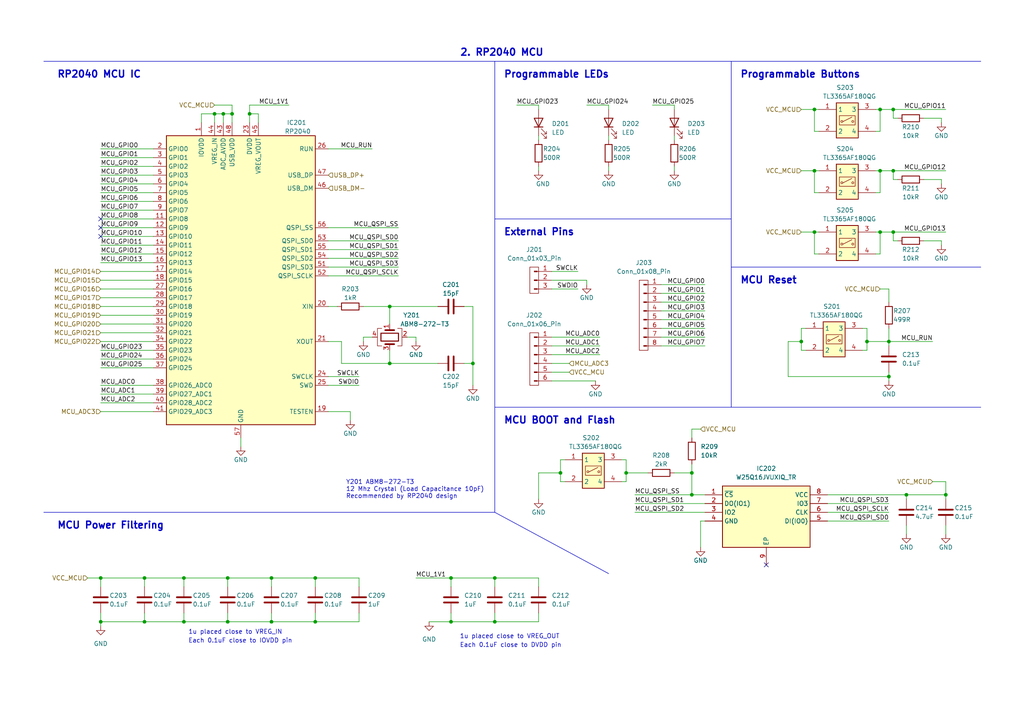
<source format=kicad_sch>
(kicad_sch (version 20230121) (generator eeschema)

  (uuid 960e3f4b-47cb-426c-8761-0be2bf7afbaf)

  (paper "A4")

  (title_block
    (title "Solar Curve Tracer")
    (rev "v1.1")
    (company "Thesis")
    (comment 1 "Author: Jason F J")
    (comment 2 "Matrk No: 3100513")
  )

  (lib_symbols
    (symbol "Connector:Conn_01x03_Pin" (pin_names (offset 1.016) hide) (in_bom yes) (on_board yes)
      (property "Reference" "J1" (at 0.635 7.62 0)
        (effects (font (size 1.27 1.27)))
      )
      (property "Value" "Conn_01x03_Pin" (at 0.635 5.08 0)
        (effects (font (size 1.27 1.27)))
      )
      (property "Footprint" "" (at 0 0 0)
        (effects (font (size 1.27 1.27)) hide)
      )
      (property "Datasheet" "~" (at 0 0 0)
        (effects (font (size 1.27 1.27)) hide)
      )
      (property "ki_locked" "" (at 0 0 0)
        (effects (font (size 1.27 1.27)))
      )
      (property "ki_keywords" "connector" (at 0 0 0)
        (effects (font (size 1.27 1.27)) hide)
      )
      (property "ki_description" "Generic connector, single row, 01x03, script generated" (at 0 0 0)
        (effects (font (size 1.27 1.27)) hide)
      )
      (property "ki_fp_filters" "Connector*:*_1x??_*" (at 0 0 0)
        (effects (font (size 1.27 1.27)) hide)
      )
      (symbol "Conn_01x03_Pin_1_1"
        (rectangle (start -1.27 3.81) (end 1.27 -3.81)
          (stroke (width 0) (type default))
          (fill (type none))
        )
        (polyline
          (pts
            (xy 1.27 -2.54)
            (xy 0.8636 -2.54)
          )
          (stroke (width 0.1524) (type default))
          (fill (type none))
        )
        (polyline
          (pts
            (xy 1.27 0)
            (xy 0.8636 0)
          )
          (stroke (width 0.1524) (type default))
          (fill (type none))
        )
        (polyline
          (pts
            (xy 1.27 2.54)
            (xy 0.8636 2.54)
          )
          (stroke (width 0.1524) (type default))
          (fill (type none))
        )
        (rectangle (start 0.8636 -2.413) (end 0 -2.667)
          (stroke (width 0.1524) (type default))
          (fill (type outline))
        )
        (rectangle (start 0.8636 0.127) (end 0 -0.127)
          (stroke (width 0.1524) (type default))
          (fill (type outline))
        )
        (rectangle (start 0.8636 2.667) (end 0 2.413)
          (stroke (width 0.1524) (type default))
          (fill (type outline))
        )
        (pin passive line (at 5.08 2.54 180) (length 3.81)
          (name "Pin_1" (effects (font (size 1.27 1.27))))
          (number "1" (effects (font (size 1.27 1.27))))
        )
        (pin passive line (at 5.08 0 180) (length 3.81)
          (name "Pin_2" (effects (font (size 1.27 1.27))))
          (number "2" (effects (font (size 1.27 1.27))))
        )
        (pin passive line (at 5.08 -2.54 180) (length 3.81)
          (name "Pin_3" (effects (font (size 1.27 1.27))))
          (number "3" (effects (font (size 1.27 1.27))))
        )
      )
    )
    (symbol "Connector:Conn_01x06_Pin" (pin_names (offset 1.016) hide) (in_bom yes) (on_board yes)
      (property "Reference" "J8" (at 0.635 10.16 0)
        (effects (font (size 1.27 1.27)))
      )
      (property "Value" "Conn_01x06_Pin" (at 0.635 7.62 0)
        (effects (font (size 1.27 1.27)))
      )
      (property "Footprint" "" (at 0 0 0)
        (effects (font (size 1.27 1.27)) hide)
      )
      (property "Datasheet" "~" (at 0 0 0)
        (effects (font (size 1.27 1.27)) hide)
      )
      (property "ki_locked" "" (at 0 0 0)
        (effects (font (size 1.27 1.27)))
      )
      (property "ki_keywords" "connector" (at 0 0 0)
        (effects (font (size 1.27 1.27)) hide)
      )
      (property "ki_description" "Generic connector, single row, 01x06, script generated" (at 0 0 0)
        (effects (font (size 1.27 1.27)) hide)
      )
      (property "ki_fp_filters" "Connector*:*_1x??_*" (at 0 0 0)
        (effects (font (size 1.27 1.27)) hide)
      )
      (symbol "Conn_01x06_Pin_1_1"
        (rectangle (start -1.27 6.35) (end 1.27 -8.89)
          (stroke (width 0) (type default))
          (fill (type none))
        )
        (polyline
          (pts
            (xy 1.27 -7.62)
            (xy 0.8636 -7.62)
          )
          (stroke (width 0.1524) (type default))
          (fill (type none))
        )
        (polyline
          (pts
            (xy 1.27 -5.08)
            (xy 0.8636 -5.08)
          )
          (stroke (width 0.1524) (type default))
          (fill (type none))
        )
        (polyline
          (pts
            (xy 1.27 -2.54)
            (xy 0.8636 -2.54)
          )
          (stroke (width 0.1524) (type default))
          (fill (type none))
        )
        (polyline
          (pts
            (xy 1.27 0)
            (xy 0.8636 0)
          )
          (stroke (width 0.1524) (type default))
          (fill (type none))
        )
        (polyline
          (pts
            (xy 1.27 2.54)
            (xy 0.8636 2.54)
          )
          (stroke (width 0.1524) (type default))
          (fill (type none))
        )
        (polyline
          (pts
            (xy 1.27 5.08)
            (xy 0.8636 5.08)
          )
          (stroke (width 0.1524) (type default))
          (fill (type none))
        )
        (rectangle (start 0.8636 -7.493) (end 0 -7.747)
          (stroke (width 0.1524) (type default))
          (fill (type outline))
        )
        (rectangle (start 0.8636 -4.953) (end 0 -5.207)
          (stroke (width 0.1524) (type default))
          (fill (type outline))
        )
        (rectangle (start 0.8636 -2.413) (end 0 -2.667)
          (stroke (width 0.1524) (type default))
          (fill (type outline))
        )
        (rectangle (start 0.8636 0.127) (end 0 -0.127)
          (stroke (width 0.1524) (type default))
          (fill (type outline))
        )
        (rectangle (start 0.8636 2.667) (end 0 2.413)
          (stroke (width 0.1524) (type default))
          (fill (type outline))
        )
        (rectangle (start 0.8636 5.207) (end 0 4.953)
          (stroke (width 0.1524) (type default))
          (fill (type outline))
        )
        (pin passive line (at 5.08 5.08 180) (length 3.81)
          (name "Pin_1" (effects (font (size 1.27 1.27))))
          (number "1" (effects (font (size 1.27 1.27))))
        )
        (pin passive line (at 5.08 2.54 180) (length 3.81)
          (name "Pin_2" (effects (font (size 1.27 1.27))))
          (number "2" (effects (font (size 1.27 1.27))))
        )
        (pin passive line (at 5.08 0 180) (length 3.81)
          (name "Pin_3" (effects (font (size 1.27 1.27))))
          (number "3" (effects (font (size 1.27 1.27))))
        )
        (pin passive line (at 5.08 -2.54 180) (length 3.81)
          (name "Pin_4" (effects (font (size 1.27 1.27))))
          (number "4" (effects (font (size 1.27 1.27))))
        )
        (pin passive line (at 5.08 -5.08 180) (length 3.81)
          (name "Pin_5" (effects (font (size 1.27 1.27))))
          (number "5" (effects (font (size 1.27 1.27))))
        )
        (pin passive line (at 5.08 -7.62 180) (length 3.81)
          (name "Pin_6" (effects (font (size 1.27 1.27))))
          (number "6" (effects (font (size 1.27 1.27))))
        )
      )
    )
    (symbol "Connector:Conn_01x08_Pin" (pin_names (offset 1.016) hide) (in_bom yes) (on_board yes)
      (property "Reference" "J6" (at 0.635 12.7 0)
        (effects (font (size 1.27 1.27)))
      )
      (property "Value" "Conn_01x08_Pin" (at 0.635 10.16 0)
        (effects (font (size 1.27 1.27)))
      )
      (property "Footprint" "" (at 0 0 0)
        (effects (font (size 1.27 1.27)) hide)
      )
      (property "Datasheet" "~" (at 0 0 0)
        (effects (font (size 1.27 1.27)) hide)
      )
      (property "ki_locked" "" (at 0 0 0)
        (effects (font (size 1.27 1.27)))
      )
      (property "ki_keywords" "connector" (at 0 0 0)
        (effects (font (size 1.27 1.27)) hide)
      )
      (property "ki_description" "Generic connector, single row, 01x08, script generated" (at 0 0 0)
        (effects (font (size 1.27 1.27)) hide)
      )
      (property "ki_fp_filters" "Connector*:*_1x??_*" (at 0 0 0)
        (effects (font (size 1.27 1.27)) hide)
      )
      (symbol "Conn_01x08_Pin_1_1"
        (rectangle (start -1.27 8.89) (end 1.27 -11.43)
          (stroke (width 0) (type default))
          (fill (type none))
        )
        (polyline
          (pts
            (xy 1.27 -10.16)
            (xy 0.8636 -10.16)
          )
          (stroke (width 0.1524) (type default))
          (fill (type none))
        )
        (polyline
          (pts
            (xy 1.27 -7.62)
            (xy 0.8636 -7.62)
          )
          (stroke (width 0.1524) (type default))
          (fill (type none))
        )
        (polyline
          (pts
            (xy 1.27 -5.08)
            (xy 0.8636 -5.08)
          )
          (stroke (width 0.1524) (type default))
          (fill (type none))
        )
        (polyline
          (pts
            (xy 1.27 -2.54)
            (xy 0.8636 -2.54)
          )
          (stroke (width 0.1524) (type default))
          (fill (type none))
        )
        (polyline
          (pts
            (xy 1.27 0)
            (xy 0.8636 0)
          )
          (stroke (width 0.1524) (type default))
          (fill (type none))
        )
        (polyline
          (pts
            (xy 1.27 2.54)
            (xy 0.8636 2.54)
          )
          (stroke (width 0.1524) (type default))
          (fill (type none))
        )
        (polyline
          (pts
            (xy 1.27 5.08)
            (xy 0.8636 5.08)
          )
          (stroke (width 0.1524) (type default))
          (fill (type none))
        )
        (polyline
          (pts
            (xy 1.27 7.62)
            (xy 0.8636 7.62)
          )
          (stroke (width 0.1524) (type default))
          (fill (type none))
        )
        (rectangle (start 0.8636 -10.033) (end 0 -10.287)
          (stroke (width 0.1524) (type default))
          (fill (type outline))
        )
        (rectangle (start 0.8636 -7.493) (end 0 -7.747)
          (stroke (width 0.1524) (type default))
          (fill (type outline))
        )
        (rectangle (start 0.8636 -4.953) (end 0 -5.207)
          (stroke (width 0.1524) (type default))
          (fill (type outline))
        )
        (rectangle (start 0.8636 -2.413) (end 0 -2.667)
          (stroke (width 0.1524) (type default))
          (fill (type outline))
        )
        (rectangle (start 0.8636 0.127) (end 0 -0.127)
          (stroke (width 0.1524) (type default))
          (fill (type outline))
        )
        (rectangle (start 0.8636 2.667) (end 0 2.413)
          (stroke (width 0.1524) (type default))
          (fill (type outline))
        )
        (rectangle (start 0.8636 5.207) (end 0 4.953)
          (stroke (width 0.1524) (type default))
          (fill (type outline))
        )
        (rectangle (start 0.8636 7.747) (end 0 7.493)
          (stroke (width 0.1524) (type default))
          (fill (type outline))
        )
        (pin passive line (at 5.08 7.62 180) (length 3.81)
          (name "Pin_1" (effects (font (size 1.27 1.27))))
          (number "1" (effects (font (size 1.27 1.27))))
        )
        (pin passive line (at 5.08 5.08 180) (length 3.81)
          (name "Pin_2" (effects (font (size 1.27 1.27))))
          (number "2" (effects (font (size 1.27 1.27))))
        )
        (pin passive line (at 5.08 2.54 180) (length 3.81)
          (name "Pin_3" (effects (font (size 1.27 1.27))))
          (number "3" (effects (font (size 1.27 1.27))))
        )
        (pin passive line (at 5.08 0 180) (length 3.81)
          (name "Pin_4" (effects (font (size 1.27 1.27))))
          (number "4" (effects (font (size 1.27 1.27))))
        )
        (pin passive line (at 5.08 -2.54 180) (length 3.81)
          (name "Pin_5" (effects (font (size 1.27 1.27))))
          (number "5" (effects (font (size 1.27 1.27))))
        )
        (pin passive line (at 5.08 -5.08 180) (length 3.81)
          (name "Pin_6" (effects (font (size 1.27 1.27))))
          (number "6" (effects (font (size 1.27 1.27))))
        )
        (pin passive line (at 5.08 -7.62 180) (length 3.81)
          (name "Pin_7" (effects (font (size 1.27 1.27))))
          (number "7" (effects (font (size 1.27 1.27))))
        )
        (pin passive line (at 5.08 -10.16 180) (length 3.81)
          (name "Pin_8" (effects (font (size 1.27 1.27))))
          (number "8" (effects (font (size 1.27 1.27))))
        )
      )
    )
    (symbol "Device:C" (pin_numbers hide) (pin_names (offset 0.254)) (in_bom yes) (on_board yes)
      (property "Reference" "C" (at 0.635 2.54 0)
        (effects (font (size 1.27 1.27)) (justify left))
      )
      (property "Value" "C" (at 0.635 -2.54 0)
        (effects (font (size 1.27 1.27)) (justify left))
      )
      (property "Footprint" "" (at 0.9652 -3.81 0)
        (effects (font (size 1.27 1.27)) hide)
      )
      (property "Datasheet" "~" (at 0 0 0)
        (effects (font (size 1.27 1.27)) hide)
      )
      (property "ki_keywords" "cap capacitor" (at 0 0 0)
        (effects (font (size 1.27 1.27)) hide)
      )
      (property "ki_description" "Unpolarized capacitor" (at 0 0 0)
        (effects (font (size 1.27 1.27)) hide)
      )
      (property "ki_fp_filters" "C_*" (at 0 0 0)
        (effects (font (size 1.27 1.27)) hide)
      )
      (symbol "C_0_1"
        (polyline
          (pts
            (xy -2.032 -0.762)
            (xy 2.032 -0.762)
          )
          (stroke (width 0.508) (type default))
          (fill (type none))
        )
        (polyline
          (pts
            (xy -2.032 0.762)
            (xy 2.032 0.762)
          )
          (stroke (width 0.508) (type default))
          (fill (type none))
        )
      )
      (symbol "C_1_1"
        (pin passive line (at 0 3.81 270) (length 2.794)
          (name "~" (effects (font (size 1.27 1.27))))
          (number "1" (effects (font (size 1.27 1.27))))
        )
        (pin passive line (at 0 -3.81 90) (length 2.794)
          (name "~" (effects (font (size 1.27 1.27))))
          (number "2" (effects (font (size 1.27 1.27))))
        )
      )
    )
    (symbol "Device:Crystal_GND24" (pin_names (offset 1.016) hide) (in_bom yes) (on_board yes)
      (property "Reference" "Y" (at 3.175 5.08 0)
        (effects (font (size 1.27 1.27)) (justify left))
      )
      (property "Value" "Crystal_GND24" (at 3.175 3.175 0)
        (effects (font (size 1.27 1.27)) (justify left))
      )
      (property "Footprint" "" (at 0 0 0)
        (effects (font (size 1.27 1.27)) hide)
      )
      (property "Datasheet" "~" (at 0 0 0)
        (effects (font (size 1.27 1.27)) hide)
      )
      (property "ki_keywords" "quartz ceramic resonator oscillator" (at 0 0 0)
        (effects (font (size 1.27 1.27)) hide)
      )
      (property "ki_description" "Four pin crystal, GND on pins 2 and 4" (at 0 0 0)
        (effects (font (size 1.27 1.27)) hide)
      )
      (property "ki_fp_filters" "Crystal*" (at 0 0 0)
        (effects (font (size 1.27 1.27)) hide)
      )
      (symbol "Crystal_GND24_0_1"
        (rectangle (start -1.143 2.54) (end 1.143 -2.54)
          (stroke (width 0.3048) (type default))
          (fill (type none))
        )
        (polyline
          (pts
            (xy -2.54 0)
            (xy -2.032 0)
          )
          (stroke (width 0) (type default))
          (fill (type none))
        )
        (polyline
          (pts
            (xy -2.032 -1.27)
            (xy -2.032 1.27)
          )
          (stroke (width 0.508) (type default))
          (fill (type none))
        )
        (polyline
          (pts
            (xy 0 -3.81)
            (xy 0 -3.556)
          )
          (stroke (width 0) (type default))
          (fill (type none))
        )
        (polyline
          (pts
            (xy 0 3.556)
            (xy 0 3.81)
          )
          (stroke (width 0) (type default))
          (fill (type none))
        )
        (polyline
          (pts
            (xy 2.032 -1.27)
            (xy 2.032 1.27)
          )
          (stroke (width 0.508) (type default))
          (fill (type none))
        )
        (polyline
          (pts
            (xy 2.032 0)
            (xy 2.54 0)
          )
          (stroke (width 0) (type default))
          (fill (type none))
        )
        (polyline
          (pts
            (xy -2.54 -2.286)
            (xy -2.54 -3.556)
            (xy 2.54 -3.556)
            (xy 2.54 -2.286)
          )
          (stroke (width 0) (type default))
          (fill (type none))
        )
        (polyline
          (pts
            (xy -2.54 2.286)
            (xy -2.54 3.556)
            (xy 2.54 3.556)
            (xy 2.54 2.286)
          )
          (stroke (width 0) (type default))
          (fill (type none))
        )
      )
      (symbol "Crystal_GND24_1_1"
        (pin passive line (at -3.81 0 0) (length 1.27)
          (name "1" (effects (font (size 1.27 1.27))))
          (number "1" (effects (font (size 1.27 1.27))))
        )
        (pin passive line (at 0 5.08 270) (length 1.27)
          (name "2" (effects (font (size 1.27 1.27))))
          (number "2" (effects (font (size 1.27 1.27))))
        )
        (pin passive line (at 3.81 0 180) (length 1.27)
          (name "3" (effects (font (size 1.27 1.27))))
          (number "3" (effects (font (size 1.27 1.27))))
        )
        (pin passive line (at 0 -5.08 90) (length 1.27)
          (name "4" (effects (font (size 1.27 1.27))))
          (number "4" (effects (font (size 1.27 1.27))))
        )
      )
    )
    (symbol "Device:LED" (pin_numbers hide) (pin_names (offset 1.016) hide) (in_bom yes) (on_board yes)
      (property "Reference" "D" (at 0 2.54 0)
        (effects (font (size 1.27 1.27)))
      )
      (property "Value" "LED" (at 0 -2.54 0)
        (effects (font (size 1.27 1.27)))
      )
      (property "Footprint" "" (at 0 0 0)
        (effects (font (size 1.27 1.27)) hide)
      )
      (property "Datasheet" "~" (at 0 0 0)
        (effects (font (size 1.27 1.27)) hide)
      )
      (property "ki_keywords" "LED diode" (at 0 0 0)
        (effects (font (size 1.27 1.27)) hide)
      )
      (property "ki_description" "Light emitting diode" (at 0 0 0)
        (effects (font (size 1.27 1.27)) hide)
      )
      (property "ki_fp_filters" "LED* LED_SMD:* LED_THT:*" (at 0 0 0)
        (effects (font (size 1.27 1.27)) hide)
      )
      (symbol "LED_0_1"
        (polyline
          (pts
            (xy -1.27 -1.27)
            (xy -1.27 1.27)
          )
          (stroke (width 0.254) (type default))
          (fill (type none))
        )
        (polyline
          (pts
            (xy -1.27 0)
            (xy 1.27 0)
          )
          (stroke (width 0) (type default))
          (fill (type none))
        )
        (polyline
          (pts
            (xy 1.27 -1.27)
            (xy 1.27 1.27)
            (xy -1.27 0)
            (xy 1.27 -1.27)
          )
          (stroke (width 0.254) (type default))
          (fill (type none))
        )
        (polyline
          (pts
            (xy -3.048 -0.762)
            (xy -4.572 -2.286)
            (xy -3.81 -2.286)
            (xy -4.572 -2.286)
            (xy -4.572 -1.524)
          )
          (stroke (width 0) (type default))
          (fill (type none))
        )
        (polyline
          (pts
            (xy -1.778 -0.762)
            (xy -3.302 -2.286)
            (xy -2.54 -2.286)
            (xy -3.302 -2.286)
            (xy -3.302 -1.524)
          )
          (stroke (width 0) (type default))
          (fill (type none))
        )
      )
      (symbol "LED_1_1"
        (pin passive line (at -3.81 0 0) (length 2.54)
          (name "K" (effects (font (size 1.27 1.27))))
          (number "1" (effects (font (size 1.27 1.27))))
        )
        (pin passive line (at 3.81 0 180) (length 2.54)
          (name "A" (effects (font (size 1.27 1.27))))
          (number "2" (effects (font (size 1.27 1.27))))
        )
      )
    )
    (symbol "Device:R" (pin_numbers hide) (pin_names (offset 0)) (in_bom yes) (on_board yes)
      (property "Reference" "R" (at 2.032 0 90)
        (effects (font (size 1.27 1.27)))
      )
      (property "Value" "R" (at 0 0 90)
        (effects (font (size 1.27 1.27)))
      )
      (property "Footprint" "" (at -1.778 0 90)
        (effects (font (size 1.27 1.27)) hide)
      )
      (property "Datasheet" "~" (at 0 0 0)
        (effects (font (size 1.27 1.27)) hide)
      )
      (property "ki_keywords" "R res resistor" (at 0 0 0)
        (effects (font (size 1.27 1.27)) hide)
      )
      (property "ki_description" "Resistor" (at 0 0 0)
        (effects (font (size 1.27 1.27)) hide)
      )
      (property "ki_fp_filters" "R_*" (at 0 0 0)
        (effects (font (size 1.27 1.27)) hide)
      )
      (symbol "R_0_1"
        (rectangle (start -1.016 -2.54) (end 1.016 2.54)
          (stroke (width 0.254) (type default))
          (fill (type none))
        )
      )
      (symbol "R_1_1"
        (pin passive line (at 0 3.81 270) (length 1.27)
          (name "~" (effects (font (size 1.27 1.27))))
          (number "1" (effects (font (size 1.27 1.27))))
        )
        (pin passive line (at 0 -3.81 90) (length 1.27)
          (name "~" (effects (font (size 1.27 1.27))))
          (number "2" (effects (font (size 1.27 1.27))))
        )
      )
    )
    (symbol "MCU_RaspberryPi:RP2040" (in_bom yes) (on_board yes)
      (property "Reference" "U1" (at 2.1941 -44.45 0)
        (effects (font (size 1.27 1.27)) (justify left))
      )
      (property "Value" "RP2040" (at 2.1941 -46.99 0)
        (effects (font (size 1.27 1.27)) (justify left))
      )
      (property "Footprint" "Package_DFN_QFN:QFN-56-1EP_7x7mm_P0.4mm_EP3.2x3.2mm" (at 0 0 0)
        (effects (font (size 1.27 1.27)) hide)
      )
      (property "Datasheet" "https://datasheets.raspberrypi.com/rp2040/rp2040-datasheet.pdf" (at 0 0 0)
        (effects (font (size 1.27 1.27)) hide)
      )
      (property "ki_keywords" "RP2040 ARM Cortex-M0+ USB" (at 0 0 0)
        (effects (font (size 1.27 1.27)) hide)
      )
      (property "ki_description" "A microcontroller by Raspberry Pi" (at 0 0 0)
        (effects (font (size 1.27 1.27)) hide)
      )
      (property "ki_fp_filters" "QFN*1EP*7x7mm?P0.4mm*" (at 0 0 0)
        (effects (font (size 1.27 1.27)) hide)
      )
      (symbol "RP2040_0_1"
        (rectangle (start -21.59 41.91) (end 21.59 -41.91)
          (stroke (width 0.254) (type default))
          (fill (type background))
        )
      )
      (symbol "RP2040_1_1"
        (pin power_in line (at 11.43 45.72 270) (length 3.81)
          (name "IOVDD" (effects (font (size 1.27 1.27))))
          (number "1" (effects (font (size 1.27 1.27))))
        )
        (pin passive line (at 2.54 45.72 270) (length 3.81) hide
          (name "IOVDD" (effects (font (size 1.27 1.27))))
          (number "10" (effects (font (size 1.27 1.27))))
        )
        (pin bidirectional line (at 25.4 17.78 180) (length 3.81)
          (name "GPIO8" (effects (font (size 1.27 1.27))))
          (number "11" (effects (font (size 1.27 1.27))))
        )
        (pin bidirectional line (at 25.4 15.24 180) (length 3.81)
          (name "GPIO9" (effects (font (size 1.27 1.27))))
          (number "12" (effects (font (size 1.27 1.27))))
        )
        (pin bidirectional line (at 25.4 12.7 180) (length 3.81)
          (name "GPIO10" (effects (font (size 1.27 1.27))))
          (number "13" (effects (font (size 1.27 1.27))))
        )
        (pin bidirectional line (at 25.4 10.16 180) (length 3.81)
          (name "GPIO11" (effects (font (size 1.27 1.27))))
          (number "14" (effects (font (size 1.27 1.27))))
        )
        (pin bidirectional line (at 25.4 7.62 180) (length 3.81)
          (name "GPIO12" (effects (font (size 1.27 1.27))))
          (number "15" (effects (font (size 1.27 1.27))))
        )
        (pin bidirectional line (at 25.4 5.08 180) (length 3.81)
          (name "GPIO13" (effects (font (size 1.27 1.27))))
          (number "16" (effects (font (size 1.27 1.27))))
        )
        (pin bidirectional line (at 25.4 2.54 180) (length 3.81)
          (name "GPIO14" (effects (font (size 1.27 1.27))))
          (number "17" (effects (font (size 1.27 1.27))))
        )
        (pin bidirectional line (at 25.4 0 180) (length 3.81)
          (name "GPIO15" (effects (font (size 1.27 1.27))))
          (number "18" (effects (font (size 1.27 1.27))))
        )
        (pin input line (at -25.4 -38.1 0) (length 3.81)
          (name "TESTEN" (effects (font (size 1.27 1.27))))
          (number "19" (effects (font (size 1.27 1.27))))
        )
        (pin bidirectional line (at 25.4 38.1 180) (length 3.81)
          (name "GPIO0" (effects (font (size 1.27 1.27))))
          (number "2" (effects (font (size 1.27 1.27))))
        )
        (pin input line (at -25.4 -7.62 0) (length 3.81)
          (name "XIN" (effects (font (size 1.27 1.27))))
          (number "20" (effects (font (size 1.27 1.27))))
        )
        (pin passive line (at -25.4 -17.78 0) (length 3.81)
          (name "XOUT" (effects (font (size 1.27 1.27))))
          (number "21" (effects (font (size 1.27 1.27))))
        )
        (pin passive line (at 2.54 45.72 270) (length 3.81) hide
          (name "IOVDD" (effects (font (size 1.27 1.27))))
          (number "22" (effects (font (size 1.27 1.27))))
        )
        (pin power_in line (at -2.54 45.72 270) (length 3.81)
          (name "DVDD" (effects (font (size 1.27 1.27))))
          (number "23" (effects (font (size 1.27 1.27))))
        )
        (pin input line (at -25.4 -27.94 0) (length 3.81)
          (name "SWCLK" (effects (font (size 1.27 1.27))))
          (number "24" (effects (font (size 1.27 1.27))))
        )
        (pin bidirectional line (at -25.4 -30.48 0) (length 3.81)
          (name "SWD" (effects (font (size 1.27 1.27))))
          (number "25" (effects (font (size 1.27 1.27))))
        )
        (pin input line (at -25.4 38.1 0) (length 3.81)
          (name "RUN" (effects (font (size 1.27 1.27))))
          (number "26" (effects (font (size 1.27 1.27))))
        )
        (pin bidirectional line (at 25.4 -2.54 180) (length 3.81)
          (name "GPIO16" (effects (font (size 1.27 1.27))))
          (number "27" (effects (font (size 1.27 1.27))))
        )
        (pin bidirectional line (at 25.4 -5.08 180) (length 3.81)
          (name "GPIO17" (effects (font (size 1.27 1.27))))
          (number "28" (effects (font (size 1.27 1.27))))
        )
        (pin bidirectional line (at 25.4 -7.62 180) (length 3.81)
          (name "GPIO18" (effects (font (size 1.27 1.27))))
          (number "29" (effects (font (size 1.27 1.27))))
        )
        (pin bidirectional line (at 25.4 35.56 180) (length 3.81)
          (name "GPIO1" (effects (font (size 1.27 1.27))))
          (number "3" (effects (font (size 1.27 1.27))))
        )
        (pin bidirectional line (at 25.4 -10.16 180) (length 3.81)
          (name "GPIO19" (effects (font (size 1.27 1.27))))
          (number "30" (effects (font (size 1.27 1.27))))
        )
        (pin bidirectional line (at 25.4 -12.7 180) (length 3.81)
          (name "GPIO20" (effects (font (size 1.27 1.27))))
          (number "31" (effects (font (size 1.27 1.27))))
        )
        (pin bidirectional line (at 25.4 -15.24 180) (length 3.81)
          (name "GPIO21" (effects (font (size 1.27 1.27))))
          (number "32" (effects (font (size 1.27 1.27))))
        )
        (pin passive line (at 2.54 45.72 270) (length 3.81) hide
          (name "IOVDD" (effects (font (size 1.27 1.27))))
          (number "33" (effects (font (size 1.27 1.27))))
        )
        (pin bidirectional line (at 25.4 -17.78 180) (length 3.81)
          (name "GPIO22" (effects (font (size 1.27 1.27))))
          (number "34" (effects (font (size 1.27 1.27))))
        )
        (pin bidirectional line (at 25.4 -20.32 180) (length 3.81)
          (name "GPIO23" (effects (font (size 1.27 1.27))))
          (number "35" (effects (font (size 1.27 1.27))))
        )
        (pin bidirectional line (at 25.4 -22.86 180) (length 3.81)
          (name "GPIO24" (effects (font (size 1.27 1.27))))
          (number "36" (effects (font (size 1.27 1.27))))
        )
        (pin bidirectional line (at 25.4 -25.4 180) (length 3.81)
          (name "GPIO25" (effects (font (size 1.27 1.27))))
          (number "37" (effects (font (size 1.27 1.27))))
        )
        (pin bidirectional line (at 25.4 -30.48 180) (length 3.81)
          (name "GPIO26_ADC0" (effects (font (size 1.27 1.27))))
          (number "38" (effects (font (size 1.27 1.27))))
        )
        (pin bidirectional line (at 25.4 -33.02 180) (length 3.81)
          (name "GPIO27_ADC1" (effects (font (size 1.27 1.27))))
          (number "39" (effects (font (size 1.27 1.27))))
        )
        (pin bidirectional line (at 25.4 33.02 180) (length 3.81)
          (name "GPIO2" (effects (font (size 1.27 1.27))))
          (number "4" (effects (font (size 1.27 1.27))))
        )
        (pin bidirectional line (at 25.4 -35.56 180) (length 3.81)
          (name "GPIO28_ADC2" (effects (font (size 1.27 1.27))))
          (number "40" (effects (font (size 1.27 1.27))))
        )
        (pin bidirectional line (at 25.4 -38.1 180) (length 3.81)
          (name "GPIO29_ADC3" (effects (font (size 1.27 1.27))))
          (number "41" (effects (font (size 1.27 1.27))))
        )
        (pin passive line (at 2.54 45.72 270) (length 3.81) hide
          (name "IOVDD" (effects (font (size 1.27 1.27))))
          (number "42" (effects (font (size 1.27 1.27))))
        )
        (pin power_in line (at 5.08 45.72 270) (length 3.81)
          (name "ADC_AVDD" (effects (font (size 1.27 1.27))))
          (number "43" (effects (font (size 1.27 1.27))))
        )
        (pin power_in line (at 7.62 45.72 270) (length 3.81)
          (name "VREG_IN" (effects (font (size 1.27 1.27))))
          (number "44" (effects (font (size 1.27 1.27))))
        )
        (pin power_out line (at -5.08 45.72 270) (length 3.81)
          (name "VREG_VOUT" (effects (font (size 1.27 1.27))))
          (number "45" (effects (font (size 1.27 1.27))))
        )
        (pin bidirectional line (at -25.4 26.67 0) (length 3.81)
          (name "USB_DM" (effects (font (size 1.27 1.27))))
          (number "46" (effects (font (size 1.27 1.27))))
        )
        (pin bidirectional line (at -25.4 30.48 0) (length 3.81)
          (name "USB_DP" (effects (font (size 1.27 1.27))))
          (number "47" (effects (font (size 1.27 1.27))))
        )
        (pin power_in line (at 2.54 45.72 270) (length 3.81)
          (name "USB_VDD" (effects (font (size 1.27 1.27))))
          (number "48" (effects (font (size 1.27 1.27))))
        )
        (pin passive line (at 2.54 45.72 270) (length 3.81) hide
          (name "IOVDD" (effects (font (size 1.27 1.27))))
          (number "49" (effects (font (size 1.27 1.27))))
        )
        (pin bidirectional line (at 25.4 30.48 180) (length 3.81)
          (name "GPIO3" (effects (font (size 1.27 1.27))))
          (number "5" (effects (font (size 1.27 1.27))))
        )
        (pin passive line (at -2.54 45.72 270) (length 3.81) hide
          (name "DVDD" (effects (font (size 1.27 1.27))))
          (number "50" (effects (font (size 1.27 1.27))))
        )
        (pin bidirectional line (at -25.4 3.81 0) (length 3.81)
          (name "QSPI_SD3" (effects (font (size 1.27 1.27))))
          (number "51" (effects (font (size 1.27 1.27))))
        )
        (pin output line (at -25.4 1.27 0) (length 3.81)
          (name "QSPI_SCLK" (effects (font (size 1.27 1.27))))
          (number "52" (effects (font (size 1.27 1.27))))
        )
        (pin bidirectional line (at -25.4 11.43 0) (length 3.81)
          (name "QSPI_SD0" (effects (font (size 1.27 1.27))))
          (number "53" (effects (font (size 1.27 1.27))))
        )
        (pin bidirectional line (at -25.4 6.35 0) (length 3.81)
          (name "QSPI_SD2" (effects (font (size 1.27 1.27))))
          (number "54" (effects (font (size 1.27 1.27))))
        )
        (pin bidirectional line (at -25.4 8.89 0) (length 3.81)
          (name "QSPI_SD1" (effects (font (size 1.27 1.27))))
          (number "55" (effects (font (size 1.27 1.27))))
        )
        (pin bidirectional line (at -25.4 15.24 0) (length 3.81)
          (name "QSPI_SS" (effects (font (size 1.27 1.27))))
          (number "56" (effects (font (size 1.27 1.27))))
        )
        (pin power_in line (at 0 -45.72 90) (length 3.81)
          (name "GND" (effects (font (size 1.27 1.27))))
          (number "57" (effects (font (size 1.27 1.27))))
        )
        (pin bidirectional line (at 25.4 27.94 180) (length 3.81)
          (name "GPIO4" (effects (font (size 1.27 1.27))))
          (number "6" (effects (font (size 1.27 1.27))))
        )
        (pin bidirectional line (at 25.4 25.4 180) (length 3.81)
          (name "GPIO5" (effects (font (size 1.27 1.27))))
          (number "7" (effects (font (size 1.27 1.27))))
        )
        (pin bidirectional line (at 25.4 22.86 180) (length 3.81)
          (name "GPIO6" (effects (font (size 1.27 1.27))))
          (number "8" (effects (font (size 1.27 1.27))))
        )
        (pin bidirectional line (at 25.4 20.32 180) (length 3.81)
          (name "GPIO7" (effects (font (size 1.27 1.27))))
          (number "9" (effects (font (size 1.27 1.27))))
        )
      )
    )
    (symbol "TL3365AF180QG_1" (in_bom yes) (on_board yes)
      (property "Reference" "S202" (at 7.62 8.89 0)
        (effects (font (size 1.27 1.27)))
      )
      (property "Value" "TL3365AF180QG" (at 8.89 6.35 0)
        (effects (font (size 1.27 1.27)))
      )
      (property "Footprint" "TL3365AF180QG:TL3365AF180QG" (at 16.51 -94.92 0)
        (effects (font (size 1.27 1.27)) (justify left top) hide)
      )
      (property "Datasheet" "https://configured-product-images.s3.amazonaws.com/2D/specs/TL3365AF180QG.pdf" (at 16.51 -194.92 0)
        (effects (font (size 1.27 1.27)) (justify left top) hide)
      )
      (property "Height" "2.5" (at 16.51 -394.92 0)
        (effects (font (size 1.27 1.27)) (justify left top) hide)
      )
      (property "Mouser Part Number" "612-TL3365AF180QG" (at 16.51 -494.92 0)
        (effects (font (size 1.27 1.27)) (justify left top) hide)
      )
      (property "Mouser Price/Stock" "https://www.mouser.co.uk/ProductDetail/E-Switch/TL3365AF180QG?qs=xQzBpF%2FAFTo%252BA4IL7l2Rvw%3D%3D" (at 16.51 -594.92 0)
        (effects (font (size 1.27 1.27)) (justify left top) hide)
      )
      (property "Manufacturer_Name" "E-Switch" (at 16.51 -694.92 0)
        (effects (font (size 1.27 1.27)) (justify left top) hide)
      )
      (property "Manufacturer_Part_Number" "TL3365AF180QG" (at 16.51 -794.92 0)
        (effects (font (size 1.27 1.27)) (justify left top) hide)
      )
      (property "ki_description" "TACT, 50mA 12VDC, SPST-NO Off-(On), Surface Mount Gull Wing" (at 0 0 0)
        (effects (font (size 1.27 1.27)) hide)
      )
      (symbol "TL3365AF180QG_1_0_1"
        (polyline
          (pts
            (xy 7.0612 -0.9398)
            (xy 9.6012 0.3302)
          )
          (stroke (width 0) (type default))
          (fill (type none))
        )
      )
      (symbol "TL3365AF180QG_1_1_1"
        (rectangle (start 5.08 4.445) (end 11.43 -5.715)
          (stroke (width 0.254) (type default))
          (fill (type background))
        )
        (rectangle (start 5.969 0.7366) (end 10.541 -1.9558)
          (stroke (width 0) (type default))
          (fill (type none))
        )
        (circle (center 6.6802 -0.9398) (radius 0.284)
          (stroke (width 0) (type default))
          (fill (type none))
        )
        (circle (center 9.8552 -0.9398) (radius 0.284)
          (stroke (width 0) (type default))
          (fill (type none))
        )
        (pin passive line (at 0 2.54 0) (length 5.08)
          (name "1" (effects (font (size 1.27 1.27))))
          (number "1" (effects (font (size 1.27 1.27))))
        )
        (pin passive line (at 0 -3.81 0) (length 5.08)
          (name "2" (effects (font (size 1.27 1.27))))
          (number "2" (effects (font (size 1.27 1.27))))
        )
        (pin passive line (at 16.51 2.54 180) (length 5.08)
          (name "3" (effects (font (size 1.27 1.27))))
          (number "3" (effects (font (size 1.27 1.27))))
        )
        (pin passive line (at 16.51 -3.81 180) (length 5.08)
          (name "4" (effects (font (size 1.27 1.27))))
          (number "4" (effects (font (size 1.27 1.27))))
        )
      )
    )
    (symbol "W25Q16JVUXIQ_TR:W25Q16JVUXIQ_TR" (in_bom yes) (on_board yes)
      (property "Reference" "IC" (at 31.75 7.62 0)
        (effects (font (size 1.27 1.27)) (justify left top))
      )
      (property "Value" "W25Q16JVUXIQ_TR" (at 31.75 5.08 0)
        (effects (font (size 1.27 1.27)) (justify left top))
      )
      (property "Footprint" "SON50P300X200X60-9N" (at 31.75 -94.92 0)
        (effects (font (size 1.27 1.27)) (justify left top) hide)
      )
      (property "Datasheet" "https://componentsearchengine.com/Datasheets/1/W25Q16JVUXIQ TR.pdf" (at 31.75 -194.92 0)
        (effects (font (size 1.27 1.27)) (justify left top) hide)
      )
      (property "Height" "0.6" (at 31.75 -394.92 0)
        (effects (font (size 1.27 1.27)) (justify left top) hide)
      )
      (property "Mouser Part Number" "454-W25Q16JVUXIQTR" (at 31.75 -494.92 0)
        (effects (font (size 1.27 1.27)) (justify left top) hide)
      )
      (property "Mouser Price/Stock" "https://www.mouser.co.uk/ProductDetail/Winbond/W25Q16JVUXIQ-TR?qs=qSfuJ%252Bfl%2Fd7SDdIHLGOd1g%3D%3D" (at 31.75 -594.92 0)
        (effects (font (size 1.27 1.27)) (justify left top) hide)
      )
      (property "Manufacturer_Name" "Winbond" (at 31.75 -694.92 0)
        (effects (font (size 1.27 1.27)) (justify left top) hide)
      )
      (property "Manufacturer_Part_Number" "W25Q16JVUXIQ TR" (at 31.75 -794.92 0)
        (effects (font (size 1.27 1.27)) (justify left top) hide)
      )
      (property "ki_description" "NOR Flash spiFlash, 3V, 16M-bit, 4Kb Uniform Sector, DTR" (at 0 0 0)
        (effects (font (size 1.27 1.27)) hide)
      )
      (symbol "W25Q16JVUXIQ_TR_1_1"
        (rectangle (start 5.08 2.54) (end 30.48 -15.24)
          (stroke (width 0.254) (type default))
          (fill (type background))
        )
        (pin passive line (at 0 0 0) (length 5.08)
          (name "~{CS}" (effects (font (size 1.27 1.27))))
          (number "1" (effects (font (size 1.27 1.27))))
        )
        (pin passive line (at 0 -2.54 0) (length 5.08)
          (name "DO(IO1)" (effects (font (size 1.27 1.27))))
          (number "2" (effects (font (size 1.27 1.27))))
        )
        (pin passive line (at 0 -5.08 0) (length 5.08)
          (name "IO2" (effects (font (size 1.27 1.27))))
          (number "3" (effects (font (size 1.27 1.27))))
        )
        (pin passive line (at 0 -7.62 0) (length 5.08)
          (name "GND" (effects (font (size 1.27 1.27))))
          (number "4" (effects (font (size 1.27 1.27))))
        )
        (pin passive line (at 35.56 -7.62 180) (length 5.08)
          (name "DI(IO0)" (effects (font (size 1.27 1.27))))
          (number "5" (effects (font (size 1.27 1.27))))
        )
        (pin passive line (at 35.56 -5.08 180) (length 5.08)
          (name "CLK" (effects (font (size 1.27 1.27))))
          (number "6" (effects (font (size 1.27 1.27))))
        )
        (pin passive line (at 35.56 -2.54 180) (length 5.08)
          (name "IO3" (effects (font (size 1.27 1.27))))
          (number "7" (effects (font (size 1.27 1.27))))
        )
        (pin passive line (at 35.56 0 180) (length 5.08)
          (name "VCC" (effects (font (size 1.27 1.27))))
          (number "8" (effects (font (size 1.27 1.27))))
        )
        (pin passive line (at 17.78 -20.32 90) (length 5.08)
          (name "EP" (effects (font (size 1.27 1.27))))
          (number "9" (effects (font (size 1.27 1.27))))
        )
      )
    )
    (symbol "power:GND" (power) (pin_names (offset 0)) (in_bom yes) (on_board yes)
      (property "Reference" "#PWR" (at 0 -6.35 0)
        (effects (font (size 1.27 1.27)) hide)
      )
      (property "Value" "GND" (at 0 -3.81 0)
        (effects (font (size 1.27 1.27)))
      )
      (property "Footprint" "" (at 0 0 0)
        (effects (font (size 1.27 1.27)) hide)
      )
      (property "Datasheet" "" (at 0 0 0)
        (effects (font (size 1.27 1.27)) hide)
      )
      (property "ki_keywords" "global power" (at 0 0 0)
        (effects (font (size 1.27 1.27)) hide)
      )
      (property "ki_description" "Power symbol creates a global label with name \"GND\" , ground" (at 0 0 0)
        (effects (font (size 1.27 1.27)) hide)
      )
      (symbol "GND_0_1"
        (polyline
          (pts
            (xy 0 0)
            (xy 0 -1.27)
            (xy 1.27 -1.27)
            (xy 0 -2.54)
            (xy -1.27 -1.27)
            (xy 0 -1.27)
          )
          (stroke (width 0) (type default))
          (fill (type none))
        )
      )
      (symbol "GND_1_1"
        (pin power_in line (at 0 0 270) (length 0) hide
          (name "GND" (effects (font (size 1.27 1.27))))
          (number "1" (effects (font (size 1.27 1.27))))
        )
      )
    )
  )

  (junction (at 67.31 33.02) (diameter 0) (color 0 0 0 0)
    (uuid 07103408-b7a7-47ef-8682-08ad14787e59)
  )
  (junction (at 274.32 143.51) (diameter 0) (color 0 0 0 0)
    (uuid 1195e788-65a4-4d2e-a3c3-8fbd7e003b1f)
  )
  (junction (at 78.74 180.34) (diameter 0) (color 0 0 0 0)
    (uuid 16daa579-a971-4e53-8af9-e2e5d0d9b864)
  )
  (junction (at 255.27 67.31) (diameter 0) (color 0 0 0 0)
    (uuid 1ff31e97-ff84-473a-b9b2-784e2dfd86c6)
  )
  (junction (at 91.44 167.64) (diameter 0) (color 0 0 0 0)
    (uuid 23f0c0fb-23da-4fc5-9add-e7bb7bd1411c)
  )
  (junction (at 78.74 167.64) (diameter 0) (color 0 0 0 0)
    (uuid 25b73ad6-7aef-4cbc-a60b-2ad006f5f4a2)
  )
  (junction (at 181.61 137.16) (diameter 0) (color 0 0 0 0)
    (uuid 27f5852d-f9f6-4319-b3f7-9c1039333497)
  )
  (junction (at 232.41 99.06) (diameter 0) (color 0 0 0 0)
    (uuid 2f891555-9e68-4627-ae3f-de1a4154090c)
  )
  (junction (at 255.27 31.75) (diameter 0) (color 0 0 0 0)
    (uuid 3cb6650e-6024-4d7f-992c-d2ea84a508aa)
  )
  (junction (at 236.22 49.53) (diameter 0) (color 0 0 0 0)
    (uuid 3df55748-2b31-4e34-957e-1cacb347091c)
  )
  (junction (at 64.77 33.02) (diameter 0) (color 0 0 0 0)
    (uuid 46eb823d-68c4-46c4-ad52-980324029afd)
  )
  (junction (at 236.22 67.31) (diameter 0) (color 0 0 0 0)
    (uuid 4aa90664-beb1-4ee2-a4c3-e97f409bfba7)
  )
  (junction (at 162.56 137.16) (diameter 0) (color 0 0 0 0)
    (uuid 4b2d25e0-7076-46c3-974f-bbec4dea9211)
  )
  (junction (at 255.27 49.53) (diameter 0) (color 0 0 0 0)
    (uuid 4fcfcb2e-752f-42d1-81e2-9238c959f74c)
  )
  (junction (at 130.81 180.34) (diameter 0) (color 0 0 0 0)
    (uuid 5d7cc65f-24a9-421c-bc1d-c5b3b2055452)
  )
  (junction (at 236.22 31.75) (diameter 0) (color 0 0 0 0)
    (uuid 64fbb7f6-e2a6-4e4f-a487-e8c5ff6a6704)
  )
  (junction (at 29.21 167.64) (diameter 0) (color 0 0 0 0)
    (uuid 6f75780d-2ca8-411e-abe0-722f6c4ef82e)
  )
  (junction (at 259.08 49.53) (diameter 0) (color 0 0 0 0)
    (uuid 7d0a69d5-df67-4234-a23f-f846b4b779ab)
  )
  (junction (at 262.89 143.51) (diameter 0) (color 0 0 0 0)
    (uuid 8c74332c-b5f6-460c-a97d-00d954ce1729)
  )
  (junction (at 259.08 67.31) (diameter 0) (color 0 0 0 0)
    (uuid 948930d4-1512-4de5-a567-9dfd2a91b862)
  )
  (junction (at 41.91 180.34) (diameter 0) (color 0 0 0 0)
    (uuid 9a72e5ce-0320-4830-a929-b3a9d34a70a2)
  )
  (junction (at 200.66 137.16) (diameter 0) (color 0 0 0 0)
    (uuid 9b441c9c-4337-4c85-b94c-82b738611558)
  )
  (junction (at 66.04 167.64) (diameter 0) (color 0 0 0 0)
    (uuid a24b66f5-5a60-43a6-810e-8fd26bbfc813)
  )
  (junction (at 143.51 180.34) (diameter 0) (color 0 0 0 0)
    (uuid a38b5e56-0df5-4b60-905e-6ce4d0a13ad4)
  )
  (junction (at 200.66 143.51) (diameter 0) (color 0 0 0 0)
    (uuid a820dde7-2829-4873-ae97-96abff6c53ad)
  )
  (junction (at 257.81 109.22) (diameter 0) (color 0 0 0 0)
    (uuid acfeb6c5-b912-4154-b8b9-c5ec2d202aae)
  )
  (junction (at 91.44 180.34) (diameter 0) (color 0 0 0 0)
    (uuid afe1f49b-f806-4352-bb12-789f2e9d2dd6)
  )
  (junction (at 137.16 105.41) (diameter 0) (color 0 0 0 0)
    (uuid c1d5f005-9774-4423-b844-b0afbf2e85fd)
  )
  (junction (at 29.21 180.34) (diameter 0) (color 0 0 0 0)
    (uuid c2737d51-9324-4f82-95b6-dca55ec1ff68)
  )
  (junction (at 251.46 99.06) (diameter 0) (color 0 0 0 0)
    (uuid cf5a526f-6033-4d69-a9fd-27974e1fbc7d)
  )
  (junction (at 113.03 88.9) (diameter 0) (color 0 0 0 0)
    (uuid cf6753a8-b69f-416f-a640-674671fa76aa)
  )
  (junction (at 259.08 31.75) (diameter 0) (color 0 0 0 0)
    (uuid d26f0299-d4ee-4765-a2b9-174b34e80479)
  )
  (junction (at 41.91 167.64) (diameter 0) (color 0 0 0 0)
    (uuid d3c6b288-98ad-45ec-a441-70eab066b18a)
  )
  (junction (at 53.34 167.64) (diameter 0) (color 0 0 0 0)
    (uuid df38f131-c965-4d73-977f-4e51d4140e24)
  )
  (junction (at 62.23 33.02) (diameter 0) (color 0 0 0 0)
    (uuid e6e50d81-7ce0-4169-96aa-c455e14a3299)
  )
  (junction (at 257.81 99.06) (diameter 0) (color 0 0 0 0)
    (uuid e7488d83-e147-425f-acee-de5e61aace3f)
  )
  (junction (at 143.51 167.64) (diameter 0) (color 0 0 0 0)
    (uuid eaabfd72-02f5-4285-8d70-2a17e4170164)
  )
  (junction (at 53.34 180.34) (diameter 0) (color 0 0 0 0)
    (uuid ebf71feb-70a8-44f6-a775-92e482f62412)
  )
  (junction (at 72.39 33.02) (diameter 0) (color 0 0 0 0)
    (uuid ecce5ede-2d22-483b-b045-7388cba700a9)
  )
  (junction (at 66.04 180.34) (diameter 0) (color 0 0 0 0)
    (uuid ef276c93-cfe7-4bea-901c-adc7d3ab1cb9)
  )
  (junction (at 130.81 167.64) (diameter 0) (color 0 0 0 0)
    (uuid f802b697-f321-4370-a1f8-0123d8a6530a)
  )
  (junction (at 113.03 105.41) (diameter 0) (color 0 0 0 0)
    (uuid f9a8c208-7ae4-4b26-810d-7e2f6e212390)
  )

  (no_connect (at 222.25 163.83) (uuid 7dda5c2c-c4d2-4db3-8d8e-f9eb6bfdd7c4))
  (no_connect (at 29.21 63.5) (uuid 92c8ae39-f594-43cb-b1e0-37646341916a))
  (no_connect (at 29.21 66.04) (uuid c6601cbf-5dc5-46b8-bdfb-71287c58bf7b))
  (no_connect (at 29.21 68.58) (uuid cda9ac36-b8e6-4e79-af70-81a5ecd55726))

  (wire (pts (xy 29.21 58.42) (xy 44.45 58.42))
    (stroke (width 0) (type default))
    (uuid 00563626-8c00-4ccc-a01f-349508e9423f)
  )
  (wire (pts (xy 233.68 95.25) (xy 232.41 95.25))
    (stroke (width 0) (type default))
    (uuid 00974f58-1818-458f-b459-8654c5d09f82)
  )
  (wire (pts (xy 105.41 97.79) (xy 105.41 99.06))
    (stroke (width 0) (type default))
    (uuid 00c68221-8ce8-4a60-9b3c-65b800a8ff24)
  )
  (wire (pts (xy 78.74 170.18) (xy 78.74 167.64))
    (stroke (width 0) (type default))
    (uuid 0129f88d-443b-4db6-a308-e544e33e02a6)
  )
  (wire (pts (xy 232.41 95.25) (xy 232.41 99.06))
    (stroke (width 0) (type default))
    (uuid 01bd16d0-37de-4998-b3bf-c297c78defa8)
  )
  (wire (pts (xy 195.58 30.48) (xy 195.58 31.75))
    (stroke (width 0) (type default))
    (uuid 02288e47-7cae-4002-87bf-6f116535f6d7)
  )
  (wire (pts (xy 162.56 133.35) (xy 162.56 137.16))
    (stroke (width 0) (type default))
    (uuid 0262af89-2b0e-4707-925d-bf25d37fbb7a)
  )
  (wire (pts (xy 66.04 177.8) (xy 66.04 180.34))
    (stroke (width 0) (type default))
    (uuid 02fe4f91-3816-4ce2-8e29-ce501306cc2f)
  )
  (wire (pts (xy 163.83 133.35) (xy 162.56 133.35))
    (stroke (width 0) (type default))
    (uuid 04c5ca5f-9be5-4212-9407-14c418d5ae76)
  )
  (wire (pts (xy 95.25 66.04) (xy 115.57 66.04))
    (stroke (width 0) (type default))
    (uuid 07ad95b2-da72-4e3b-9e05-a9e0703a37a2)
  )
  (wire (pts (xy 62.23 35.56) (xy 62.23 33.02))
    (stroke (width 0) (type default))
    (uuid 087cee3d-de44-4ae9-8c68-bb801a3b0c4e)
  )
  (wire (pts (xy 200.66 137.16) (xy 200.66 143.51))
    (stroke (width 0) (type default))
    (uuid 08d93906-4150-4732-92c4-05c69a0ba332)
  )
  (wire (pts (xy 25.4 167.64) (xy 29.21 167.64))
    (stroke (width 0) (type default))
    (uuid 08eafbd0-491a-4918-bc63-954ade5369ca)
  )
  (wire (pts (xy 273.05 69.85) (xy 267.97 69.85))
    (stroke (width 0) (type default))
    (uuid 0b8a1714-6dfb-4219-8a09-ecd0605ba10e)
  )
  (wire (pts (xy 64.77 33.02) (xy 62.23 33.02))
    (stroke (width 0) (type default))
    (uuid 0bd9cb69-80b2-4e56-b402-83f0234c191e)
  )
  (wire (pts (xy 29.21 116.84) (xy 44.45 116.84))
    (stroke (width 0) (type default))
    (uuid 0c29c7ec-5bd3-4b94-b4dd-da0906912fa8)
  )
  (wire (pts (xy 29.21 106.68) (xy 44.45 106.68))
    (stroke (width 0) (type default))
    (uuid 0c455554-56b5-48e3-b041-b8666bbbe082)
  )
  (wire (pts (xy 259.08 49.53) (xy 259.08 52.07))
    (stroke (width 0) (type default))
    (uuid 0dab77cd-b602-4634-82e1-bfe31a75f236)
  )
  (wire (pts (xy 254 31.75) (xy 255.27 31.75))
    (stroke (width 0) (type default))
    (uuid 0de2ebae-ef5b-4891-88e5-178b90035198)
  )
  (wire (pts (xy 270.51 139.7) (xy 274.32 139.7))
    (stroke (width 0) (type default))
    (uuid 0e258ffa-e3bf-4219-9ce9-720b9c5967e1)
  )
  (wire (pts (xy 69.85 127) (xy 69.85 129.54))
    (stroke (width 0) (type default))
    (uuid 111eeb83-ebea-4c4c-8354-8d22802bdabe)
  )
  (wire (pts (xy 240.03 151.13) (xy 257.81 151.13))
    (stroke (width 0) (type default))
    (uuid 11ddc416-5713-4fb6-b0a7-5e2dfda29bb5)
  )
  (wire (pts (xy 257.81 107.95) (xy 257.81 109.22))
    (stroke (width 0) (type default))
    (uuid 12581a4c-dda9-4841-80b5-7d6a834e3c89)
  )
  (wire (pts (xy 62.23 33.02) (xy 58.42 33.02))
    (stroke (width 0) (type default))
    (uuid 12d037dd-b425-4dc1-803c-aab82f9829d5)
  )
  (wire (pts (xy 137.16 105.41) (xy 137.16 111.76))
    (stroke (width 0) (type default))
    (uuid 13eff3da-79c6-420d-8742-96163866639b)
  )
  (wire (pts (xy 29.21 48.26) (xy 44.45 48.26))
    (stroke (width 0) (type default))
    (uuid 15011cbc-40be-4748-be3a-578d5a2a4b04)
  )
  (wire (pts (xy 107.95 97.79) (xy 105.41 97.79))
    (stroke (width 0) (type default))
    (uuid 1543d5de-c954-481f-a2c3-21f363d8939c)
  )
  (wire (pts (xy 104.14 177.8) (xy 104.14 180.34))
    (stroke (width 0) (type default))
    (uuid 16bd7987-e7a7-451e-89b1-64d6790752e6)
  )
  (wire (pts (xy 251.46 99.06) (xy 251.46 95.25))
    (stroke (width 0) (type default))
    (uuid 16d40687-47ec-43f4-a29d-4c0cf7b11007)
  )
  (wire (pts (xy 255.27 38.1) (xy 255.27 31.75))
    (stroke (width 0) (type default))
    (uuid 18c7cd39-4e57-410f-b274-5173085ac74f)
  )
  (wire (pts (xy 254 67.31) (xy 255.27 67.31))
    (stroke (width 0) (type default))
    (uuid 1975dbdb-f202-420a-895e-a510f01e2f63)
  )
  (wire (pts (xy 95.25 43.18) (xy 107.95 43.18))
    (stroke (width 0) (type default))
    (uuid 1ac38b8d-b0b0-413d-9f4d-90631e2422f6)
  )
  (wire (pts (xy 29.21 76.2) (xy 44.45 76.2))
    (stroke (width 0) (type default))
    (uuid 1b4572d6-c3d5-4350-ae24-512e08e99364)
  )
  (wire (pts (xy 191.77 100.33) (xy 204.47 100.33))
    (stroke (width 0) (type default))
    (uuid 1d1ff39a-293b-4d13-bffd-71cd90c624dd)
  )
  (wire (pts (xy 113.03 101.6) (xy 113.03 105.41))
    (stroke (width 0) (type default))
    (uuid 1dbb7bd6-53c0-4fec-8657-d7f7e612ce43)
  )
  (wire (pts (xy 233.68 101.6) (xy 232.41 101.6))
    (stroke (width 0) (type default))
    (uuid 1f04c9c6-49a9-4c24-b048-250f274f88b3)
  )
  (wire (pts (xy 156.21 137.16) (xy 162.56 137.16))
    (stroke (width 0) (type default))
    (uuid 1f89cc92-975d-4eb4-a476-ba6ea9496129)
  )
  (wire (pts (xy 101.6 119.38) (xy 101.6 121.92))
    (stroke (width 0) (type default))
    (uuid 1fda4d1d-fcd9-4b12-be5e-58664c76713f)
  )
  (wire (pts (xy 29.21 53.34) (xy 44.45 53.34))
    (stroke (width 0) (type default))
    (uuid 2071553d-04e4-4077-a7f4-2d2f16c4ab5d)
  )
  (wire (pts (xy 170.18 81.28) (xy 170.18 82.55))
    (stroke (width 0) (type default))
    (uuid 20b2de5d-a8f1-42df-812d-b5da91c6a082)
  )
  (wire (pts (xy 232.41 31.75) (xy 236.22 31.75))
    (stroke (width 0) (type default))
    (uuid 20db5005-16dc-4824-a2c6-f652dea658a5)
  )
  (wire (pts (xy 273.05 71.12) (xy 273.05 69.85))
    (stroke (width 0) (type default))
    (uuid 21ea0246-f955-4594-aa14-feaf14505a7e)
  )
  (wire (pts (xy 66.04 167.64) (xy 78.74 167.64))
    (stroke (width 0) (type default))
    (uuid 21fc3c5d-ec13-4bd6-addb-cc68e122316f)
  )
  (wire (pts (xy 173.99 97.79) (xy 160.02 97.79))
    (stroke (width 0) (type default))
    (uuid 22f5ad48-b000-437b-b493-e43889a1e957)
  )
  (wire (pts (xy 29.21 119.38) (xy 44.45 119.38))
    (stroke (width 0) (type default))
    (uuid 24129bf5-720e-40e8-9874-0bab9a6ce13a)
  )
  (wire (pts (xy 72.39 33.02) (xy 72.39 35.56))
    (stroke (width 0) (type default))
    (uuid 250e73b6-09aa-4dea-8bdf-dda852e86f0f)
  )
  (wire (pts (xy 29.21 45.72) (xy 44.45 45.72))
    (stroke (width 0) (type default))
    (uuid 2a59d66e-137a-4ffd-8d5e-92b385f13485)
  )
  (wire (pts (xy 254 49.53) (xy 255.27 49.53))
    (stroke (width 0) (type default))
    (uuid 2b8fd19a-d7b0-48bb-954c-c35297694671)
  )
  (polyline (pts (xy 143.51 148.59) (xy 176.53 166.37))
    (stroke (width 0) (type default))
    (uuid 2c4332d3-c28f-4de5-b86f-8d4a51cfdd58)
  )

  (wire (pts (xy 156.21 30.48) (xy 156.21 31.75))
    (stroke (width 0) (type default))
    (uuid 2cc3be1c-f793-42be-920e-329450ade4ff)
  )
  (wire (pts (xy 137.16 88.9) (xy 137.16 105.41))
    (stroke (width 0) (type default))
    (uuid 2d853bd4-437a-40ff-9792-614bf111035e)
  )
  (wire (pts (xy 200.66 124.46) (xy 200.66 127))
    (stroke (width 0) (type default))
    (uuid 2e731809-7863-4c48-a985-64267b005fb5)
  )
  (wire (pts (xy 228.6 99.06) (xy 232.41 99.06))
    (stroke (width 0) (type default))
    (uuid 2f025d69-e6a5-40ef-b89e-fde96f3e7b7a)
  )
  (wire (pts (xy 191.77 82.55) (xy 204.47 82.55))
    (stroke (width 0) (type default))
    (uuid 305271c1-2970-4c84-b665-601d00b109a4)
  )
  (wire (pts (xy 29.21 96.52) (xy 44.45 96.52))
    (stroke (width 0) (type default))
    (uuid 313a0a8f-62c7-4d1a-bffb-6b0ef85ae39a)
  )
  (wire (pts (xy 200.66 143.51) (xy 204.47 143.51))
    (stroke (width 0) (type default))
    (uuid 31aa9692-416b-4fb7-b677-47b75aed9267)
  )
  (wire (pts (xy 200.66 134.62) (xy 200.66 137.16))
    (stroke (width 0) (type default))
    (uuid 31ae809b-7be2-490f-a8d2-32d54db34a09)
  )
  (wire (pts (xy 195.58 137.16) (xy 200.66 137.16))
    (stroke (width 0) (type default))
    (uuid 32e1d147-71b7-45ff-b3ab-b081660302d2)
  )
  (wire (pts (xy 29.21 60.96) (xy 44.45 60.96))
    (stroke (width 0) (type default))
    (uuid 32ed4b64-94a0-4b16-a7d0-54e41d30a770)
  )
  (wire (pts (xy 53.34 167.64) (xy 66.04 167.64))
    (stroke (width 0) (type default))
    (uuid 33b9a81f-8694-4a5f-8c31-98674760badc)
  )
  (wire (pts (xy 156.21 170.18) (xy 156.21 167.64))
    (stroke (width 0) (type default))
    (uuid 369c4b41-5bec-4674-9f3b-1ad334a7063b)
  )
  (wire (pts (xy 66.04 180.34) (xy 53.34 180.34))
    (stroke (width 0) (type default))
    (uuid 38ab4ae8-2b57-4447-8790-e29640fa3d0b)
  )
  (wire (pts (xy 259.08 49.53) (xy 274.32 49.53))
    (stroke (width 0) (type default))
    (uuid 3a9d013c-98fb-4e52-9cc3-8eebc3abf0e3)
  )
  (wire (pts (xy 29.21 55.88) (xy 44.45 55.88))
    (stroke (width 0) (type default))
    (uuid 3b1bfe76-470c-45ae-b1e8-9f79b325ebb4)
  )
  (wire (pts (xy 74.93 33.02) (xy 72.39 33.02))
    (stroke (width 0) (type default))
    (uuid 3e730b09-c373-4084-b6ba-1730664a4e8f)
  )
  (wire (pts (xy 29.21 66.04) (xy 44.45 66.04))
    (stroke (width 0) (type default))
    (uuid 3ed444db-6da1-490e-9a91-e0d80b5edd7f)
  )
  (wire (pts (xy 274.32 143.51) (xy 274.32 144.78))
    (stroke (width 0) (type default))
    (uuid 42530bd4-8558-4a0b-bdd0-effd43ddd656)
  )
  (wire (pts (xy 143.51 170.18) (xy 143.51 167.64))
    (stroke (width 0) (type default))
    (uuid 42af634f-7de2-498c-8778-9b0c86822449)
  )
  (wire (pts (xy 255.27 31.75) (xy 259.08 31.75))
    (stroke (width 0) (type default))
    (uuid 444bcbf2-ff5d-422e-b2a2-9120d7285189)
  )
  (wire (pts (xy 91.44 180.34) (xy 78.74 180.34))
    (stroke (width 0) (type default))
    (uuid 47c52d76-a235-48c1-83c1-43ccb0f2f436)
  )
  (wire (pts (xy 120.65 97.79) (xy 118.11 97.79))
    (stroke (width 0) (type default))
    (uuid 491276c7-bd35-4aaf-a256-689c7f39d305)
  )
  (wire (pts (xy 134.62 105.41) (xy 137.16 105.41))
    (stroke (width 0) (type default))
    (uuid 49a62c0c-70ca-4dc9-816d-ad1ad089887c)
  )
  (wire (pts (xy 273.05 53.34) (xy 273.05 52.07))
    (stroke (width 0) (type default))
    (uuid 4bcf0a97-1373-41f8-b998-b6bf7f02dc7b)
  )
  (wire (pts (xy 78.74 177.8) (xy 78.74 180.34))
    (stroke (width 0) (type default))
    (uuid 4d221ed9-042c-4c58-a583-d882c941b142)
  )
  (wire (pts (xy 66.04 180.34) (xy 78.74 180.34))
    (stroke (width 0) (type default))
    (uuid 4da764a4-9fc1-43d0-a217-d06d3f1aa22a)
  )
  (wire (pts (xy 191.77 95.25) (xy 204.47 95.25))
    (stroke (width 0) (type default))
    (uuid 4f553c0c-cb9f-4724-bbc6-5964fca54de6)
  )
  (wire (pts (xy 95.25 111.76) (xy 104.14 111.76))
    (stroke (width 0) (type default))
    (uuid 512e8a8c-eaa6-4824-8506-f5ed69072314)
  )
  (wire (pts (xy 105.41 88.9) (xy 113.03 88.9))
    (stroke (width 0) (type default))
    (uuid 51eb9595-587e-470a-8e79-9fb003aa6cd7)
  )
  (wire (pts (xy 29.21 71.12) (xy 44.45 71.12))
    (stroke (width 0) (type default))
    (uuid 51fe68f6-d392-4f89-b36e-c0d2bb6c4d77)
  )
  (polyline (pts (xy 12.7 148.59) (xy 143.51 148.59))
    (stroke (width 0) (type default))
    (uuid 54a91e99-3ed1-4e8f-bfec-8ff299a4bc4d)
  )

  (wire (pts (xy 95.25 119.38) (xy 101.6 119.38))
    (stroke (width 0) (type default))
    (uuid 55c53a62-cc6d-4576-975c-5e9ee566cbc0)
  )
  (polyline (pts (xy 212.09 118.11) (xy 284.48 118.11))
    (stroke (width 0) (type default))
    (uuid 56bfadff-c8cd-4141-b29e-44b68ce9480d)
  )

  (wire (pts (xy 160.02 102.87) (xy 173.99 102.87))
    (stroke (width 0) (type default))
    (uuid 587662dc-d772-45dc-a492-ab1dee47ba6c)
  )
  (wire (pts (xy 156.21 144.78) (xy 156.21 137.16))
    (stroke (width 0) (type default))
    (uuid 59b01b81-7a22-486a-896a-1cfb8e0ee074)
  )
  (wire (pts (xy 262.89 143.51) (xy 262.89 144.78))
    (stroke (width 0) (type default))
    (uuid 5b5de01c-f3ef-4deb-8fed-676374b5b306)
  )
  (wire (pts (xy 228.6 109.22) (xy 228.6 99.06))
    (stroke (width 0) (type default))
    (uuid 5bc9f16a-91e2-460a-b895-dee76a364ffb)
  )
  (wire (pts (xy 29.21 111.76) (xy 44.45 111.76))
    (stroke (width 0) (type default))
    (uuid 5bd5170a-f8d2-409e-8f80-261ea7a00504)
  )
  (wire (pts (xy 259.08 31.75) (xy 274.32 31.75))
    (stroke (width 0) (type default))
    (uuid 5be71a23-3f63-49cd-8aa8-38e2ab1fc681)
  )
  (wire (pts (xy 237.49 73.66) (xy 236.22 73.66))
    (stroke (width 0) (type default))
    (uuid 5ca98be4-300a-4c1f-b509-0a00c10d214a)
  )
  (wire (pts (xy 195.58 48.26) (xy 195.58 49.53))
    (stroke (width 0) (type default))
    (uuid 5cff333c-353e-4b20-acb6-61a2b1602097)
  )
  (wire (pts (xy 257.81 99.06) (xy 270.51 99.06))
    (stroke (width 0) (type default))
    (uuid 5e00b4a6-0e9c-47cb-b577-e3ad23a3b227)
  )
  (polyline (pts (xy 212.09 77.47) (xy 212.09 118.11))
    (stroke (width 0) (type default))
    (uuid 5f7d28db-2f26-4268-9c11-b8753fbc35ff)
  )

  (wire (pts (xy 29.21 73.66) (xy 44.45 73.66))
    (stroke (width 0) (type default))
    (uuid 63fcb647-4f84-4e85-bb40-9854655c9ebc)
  )
  (wire (pts (xy 29.21 68.58) (xy 44.45 68.58))
    (stroke (width 0) (type default))
    (uuid 64bc5336-1a6d-419b-98a2-9e710e395ed4)
  )
  (wire (pts (xy 181.61 133.35) (xy 181.61 137.16))
    (stroke (width 0) (type default))
    (uuid 64df62c0-2ee1-4395-832f-4da62d94f635)
  )
  (wire (pts (xy 181.61 139.7) (xy 181.61 137.16))
    (stroke (width 0) (type default))
    (uuid 658cff0f-e047-41a1-8452-a3b09a6d5e46)
  )
  (wire (pts (xy 237.49 38.1) (xy 236.22 38.1))
    (stroke (width 0) (type default))
    (uuid 665ef34c-29c0-431d-839f-f127b63ef42f)
  )
  (wire (pts (xy 95.25 72.39) (xy 115.57 72.39))
    (stroke (width 0) (type default))
    (uuid 66b8f75e-0552-4356-8e6f-9174686c89d9)
  )
  (wire (pts (xy 274.32 143.51) (xy 262.89 143.51))
    (stroke (width 0) (type default))
    (uuid 6705aa92-27e1-409a-b342-82e44fb08d77)
  )
  (wire (pts (xy 29.21 78.74) (xy 44.45 78.74))
    (stroke (width 0) (type default))
    (uuid 67cd7812-1e27-4375-89f0-4769b3617a3e)
  )
  (wire (pts (xy 184.15 148.59) (xy 204.47 148.59))
    (stroke (width 0) (type default))
    (uuid 68fad9f5-c7de-4fd1-8dce-6578b00d9bc9)
  )
  (wire (pts (xy 91.44 177.8) (xy 91.44 180.34))
    (stroke (width 0) (type default))
    (uuid 696b5c1e-3881-4fe7-8275-92ba33e29fcd)
  )
  (wire (pts (xy 29.21 43.18) (xy 44.45 43.18))
    (stroke (width 0) (type default))
    (uuid 69df2d0c-ded1-48a0-8674-432fd2b9955b)
  )
  (wire (pts (xy 113.03 105.41) (xy 127 105.41))
    (stroke (width 0) (type default))
    (uuid 6a2651f5-a781-4caf-b55d-04c53b2285ac)
  )
  (wire (pts (xy 143.51 167.64) (xy 156.21 167.64))
    (stroke (width 0) (type default))
    (uuid 6a5d479a-06c8-4451-a68b-c40fcd8ed964)
  )
  (wire (pts (xy 67.31 35.56) (xy 67.31 33.02))
    (stroke (width 0) (type default))
    (uuid 6bfdafee-b636-489b-aada-3a56d0cc43e5)
  )
  (wire (pts (xy 143.51 180.34) (xy 156.21 180.34))
    (stroke (width 0) (type default))
    (uuid 6cd705cf-ec82-40d3-bf53-05c045c4e883)
  )
  (wire (pts (xy 156.21 180.34) (xy 156.21 177.8))
    (stroke (width 0) (type default))
    (uuid 70151a5d-7a94-4064-95f8-2d8073436ddb)
  )
  (wire (pts (xy 29.21 167.64) (xy 41.91 167.64))
    (stroke (width 0) (type default))
    (uuid 704ba3ee-7adc-4ed6-a2b3-cda474dd826c)
  )
  (wire (pts (xy 29.21 101.6) (xy 44.45 101.6))
    (stroke (width 0) (type default))
    (uuid 71167dcd-3438-43cb-a1aa-5922086bf3f9)
  )
  (wire (pts (xy 232.41 67.31) (xy 236.22 67.31))
    (stroke (width 0) (type default))
    (uuid 712e0450-c6cb-423e-9df7-cf287d383863)
  )
  (wire (pts (xy 254 55.88) (xy 255.27 55.88))
    (stroke (width 0) (type default))
    (uuid 715e5698-a228-4155-a2a8-0fe583bc919c)
  )
  (wire (pts (xy 143.51 167.64) (xy 130.81 167.64))
    (stroke (width 0) (type default))
    (uuid 71f3ef30-b241-4ea8-81e1-8250407c5d4e)
  )
  (wire (pts (xy 236.22 67.31) (xy 237.49 67.31))
    (stroke (width 0) (type default))
    (uuid 7500e301-1ec5-4448-966c-cbb62d761bd6)
  )
  (wire (pts (xy 104.14 180.34) (xy 91.44 180.34))
    (stroke (width 0) (type default))
    (uuid 7518be65-129e-4c35-ae58-0ca8a7a5ab31)
  )
  (wire (pts (xy 251.46 95.25) (xy 250.19 95.25))
    (stroke (width 0) (type default))
    (uuid 7722b15e-dfee-4e53-b69c-613b92e6e35c)
  )
  (wire (pts (xy 95.25 74.93) (xy 115.57 74.93))
    (stroke (width 0) (type default))
    (uuid 77f106b6-8329-4c9f-ae21-e34c034984ca)
  )
  (wire (pts (xy 62.23 30.48) (xy 67.31 30.48))
    (stroke (width 0) (type default))
    (uuid 7c04f560-baa5-477d-b270-ccc58b95faf7)
  )
  (wire (pts (xy 29.21 50.8) (xy 44.45 50.8))
    (stroke (width 0) (type default))
    (uuid 7c2e4899-542b-44e5-9f74-16d853838895)
  )
  (wire (pts (xy 180.34 139.7) (xy 181.61 139.7))
    (stroke (width 0) (type default))
    (uuid 7ccf1afe-d8d1-44cc-980e-89b8b057d10f)
  )
  (wire (pts (xy 200.66 124.46) (xy 203.2 124.46))
    (stroke (width 0) (type default))
    (uuid 7ce63e98-bc81-497b-8272-e11bb82426da)
  )
  (wire (pts (xy 149.86 30.48) (xy 156.21 30.48))
    (stroke (width 0) (type default))
    (uuid 7e03a49a-b144-48df-bebd-4a0ea44c729e)
  )
  (polyline (pts (xy 12.7 17.78) (xy 284.48 17.78))
    (stroke (width 0) (type default))
    (uuid 7e0e56cf-a4bd-4d86-83f5-e902d2df7e88)
  )

  (wire (pts (xy 72.39 30.48) (xy 72.39 33.02))
    (stroke (width 0) (type default))
    (uuid 8022efbe-7126-4e88-b4b3-42957f1f527b)
  )
  (wire (pts (xy 180.34 133.35) (xy 181.61 133.35))
    (stroke (width 0) (type default))
    (uuid 804f746a-e794-4608-b657-d8c297c398c4)
  )
  (wire (pts (xy 274.32 152.4) (xy 274.32 154.94))
    (stroke (width 0) (type default))
    (uuid 811420bb-a3a8-42fe-bc9d-84dc094c7e83)
  )
  (wire (pts (xy 29.21 170.18) (xy 29.21 167.64))
    (stroke (width 0) (type default))
    (uuid 813fd1d3-a7cd-4f18-92e0-d45943d4f289)
  )
  (wire (pts (xy 134.62 88.9) (xy 137.16 88.9))
    (stroke (width 0) (type default))
    (uuid 81ffe715-49e3-4680-896d-db4375d76d02)
  )
  (wire (pts (xy 237.49 55.88) (xy 236.22 55.88))
    (stroke (width 0) (type default))
    (uuid 83922a70-6377-4867-b3f3-f37c0ceef4ba)
  )
  (wire (pts (xy 176.53 48.26) (xy 176.53 49.53))
    (stroke (width 0) (type default))
    (uuid 86c307db-2b58-48c8-a12f-e957cf51f855)
  )
  (wire (pts (xy 191.77 97.79) (xy 204.47 97.79))
    (stroke (width 0) (type default))
    (uuid 8841fdfe-789b-4f44-9d80-0bd3c00670de)
  )
  (wire (pts (xy 113.03 88.9) (xy 127 88.9))
    (stroke (width 0) (type default))
    (uuid 8b214e1e-8ce2-4c5a-9162-f8d8728e12e0)
  )
  (wire (pts (xy 255.27 73.66) (xy 255.27 67.31))
    (stroke (width 0) (type default))
    (uuid 8b6de80d-7675-4512-8c13-858164dacb9f)
  )
  (wire (pts (xy 29.21 88.9) (xy 44.45 88.9))
    (stroke (width 0) (type default))
    (uuid 8bc752f4-c232-4022-b186-a3b92b797fde)
  )
  (wire (pts (xy 257.81 95.25) (xy 257.81 99.06))
    (stroke (width 0) (type default))
    (uuid 8bf573fd-390a-4cb5-9568-8c628a7b1129)
  )
  (wire (pts (xy 191.77 90.17) (xy 204.47 90.17))
    (stroke (width 0) (type default))
    (uuid 8c07e16c-9daf-4605-964b-139813422694)
  )
  (wire (pts (xy 184.15 143.51) (xy 200.66 143.51))
    (stroke (width 0) (type default))
    (uuid 8c2c200d-ee6a-4396-8014-cde1ea9427b5)
  )
  (wire (pts (xy 162.56 139.7) (xy 162.56 137.16))
    (stroke (width 0) (type default))
    (uuid 8d9f5df6-2c8a-4326-a05c-2e7cbf3b8caa)
  )
  (wire (pts (xy 254 73.66) (xy 255.27 73.66))
    (stroke (width 0) (type default))
    (uuid 8ec265dd-67fd-44ef-83c0-7429e671e6b6)
  )
  (wire (pts (xy 29.21 114.3) (xy 44.45 114.3))
    (stroke (width 0) (type default))
    (uuid 8f6b9855-20d1-421b-954a-61b5bb0a46e8)
  )
  (wire (pts (xy 240.03 143.51) (xy 262.89 143.51))
    (stroke (width 0) (type default))
    (uuid 8f9fdd82-dc1d-41f0-aa69-5ac513b384fb)
  )
  (wire (pts (xy 251.46 101.6) (xy 251.46 99.06))
    (stroke (width 0) (type default))
    (uuid 90e805d3-1f0e-433f-87a2-51f2b7b7c959)
  )
  (wire (pts (xy 160.02 110.49) (xy 172.72 110.49))
    (stroke (width 0) (type default))
    (uuid 9179111c-6eca-48b2-9903-9a029f4d0af4)
  )
  (wire (pts (xy 104.14 167.64) (xy 91.44 167.64))
    (stroke (width 0) (type default))
    (uuid 9188983d-9032-4c86-97a0-39bcd84d58e2)
  )
  (wire (pts (xy 255.27 49.53) (xy 259.08 49.53))
    (stroke (width 0) (type default))
    (uuid 960df498-0582-4a40-af46-d13a9bc63ba8)
  )
  (wire (pts (xy 156.21 39.37) (xy 156.21 40.64))
    (stroke (width 0) (type default))
    (uuid 965625fc-0ea4-4d6a-881c-348946ca1758)
  )
  (polyline (pts (xy 212.09 63.5) (xy 143.51 63.5))
    (stroke (width 0) (type default))
    (uuid 976abc57-a4cf-4806-a6cc-09cb32a41499)
  )

  (wire (pts (xy 29.21 180.34) (xy 41.91 180.34))
    (stroke (width 0) (type default))
    (uuid 97ace71e-438a-4e49-880f-dcbb1137b69a)
  )
  (wire (pts (xy 29.21 83.82) (xy 44.45 83.82))
    (stroke (width 0) (type default))
    (uuid 99db0e1a-f3b5-43ea-bf4d-9ef5044c92dd)
  )
  (wire (pts (xy 72.39 30.48) (xy 83.82 30.48))
    (stroke (width 0) (type default))
    (uuid 9c7f8e26-9af8-4d32-ba5e-1b9d148c015a)
  )
  (wire (pts (xy 160.02 78.74) (xy 167.64 78.74))
    (stroke (width 0) (type default))
    (uuid 9c8ec099-b747-4eb8-9318-9ae416531df5)
  )
  (wire (pts (xy 260.35 69.85) (xy 259.08 69.85))
    (stroke (width 0) (type default))
    (uuid 9deab5f4-37dd-4f2c-8f20-dff8845f44ef)
  )
  (wire (pts (xy 251.46 99.06) (xy 257.81 99.06))
    (stroke (width 0) (type default))
    (uuid 9e590267-255a-4062-af28-99fe8ed04398)
  )
  (wire (pts (xy 120.65 99.06) (xy 120.65 97.79))
    (stroke (width 0) (type default))
    (uuid 9ed0445d-d6ee-4579-8561-ffee60fc274a)
  )
  (wire (pts (xy 257.81 109.22) (xy 257.81 110.49))
    (stroke (width 0) (type default))
    (uuid a313190c-e4d4-4083-93cb-03eaf32b0085)
  )
  (wire (pts (xy 255.27 67.31) (xy 259.08 67.31))
    (stroke (width 0) (type default))
    (uuid a43af7b9-6d97-4f9a-83fd-45d8c7a655fe)
  )
  (wire (pts (xy 191.77 92.71) (xy 204.47 92.71))
    (stroke (width 0) (type default))
    (uuid a4d8c062-76b1-45cd-8c72-f8f592504c9f)
  )
  (wire (pts (xy 41.91 180.34) (xy 53.34 180.34))
    (stroke (width 0) (type default))
    (uuid a5182052-3569-4f82-8db3-11b321ddc2ab)
  )
  (wire (pts (xy 156.21 48.26) (xy 156.21 49.53))
    (stroke (width 0) (type default))
    (uuid a63f834d-a9ab-4866-9973-1f32602bdaac)
  )
  (wire (pts (xy 29.21 99.06) (xy 44.45 99.06))
    (stroke (width 0) (type default))
    (uuid a77260f1-f86e-40fb-bb7a-528b9bb56304)
  )
  (wire (pts (xy 176.53 30.48) (xy 176.53 31.75))
    (stroke (width 0) (type default))
    (uuid a8c89f89-2ba0-4b4a-9dbb-69426976d8f1)
  )
  (wire (pts (xy 95.25 109.22) (xy 104.14 109.22))
    (stroke (width 0) (type default))
    (uuid a980c5c4-e09b-4abc-947b-d76a4b5498ea)
  )
  (wire (pts (xy 236.22 38.1) (xy 236.22 31.75))
    (stroke (width 0) (type default))
    (uuid a9bec089-f823-4246-bda4-37dbebea0a02)
  )
  (wire (pts (xy 273.05 52.07) (xy 267.97 52.07))
    (stroke (width 0) (type default))
    (uuid aa8f018f-1980-49d8-b977-82663a9553f3)
  )
  (wire (pts (xy 53.34 177.8) (xy 53.34 180.34))
    (stroke (width 0) (type default))
    (uuid ab1a9b58-af1d-4947-9fa5-83ad88580c69)
  )
  (wire (pts (xy 120.65 167.64) (xy 130.81 167.64))
    (stroke (width 0) (type default))
    (uuid abeb36db-214c-4c99-9457-f3cd087df4db)
  )
  (wire (pts (xy 203.2 151.13) (xy 203.2 158.75))
    (stroke (width 0) (type default))
    (uuid abeb396e-7323-42e3-a844-4c84b73bf7ea)
  )
  (wire (pts (xy 240.03 148.59) (xy 257.81 148.59))
    (stroke (width 0) (type default))
    (uuid ac0bba98-1f68-4955-bed9-c165d9b1fdcf)
  )
  (wire (pts (xy 255.27 83.82) (xy 257.81 83.82))
    (stroke (width 0) (type default))
    (uuid ac0bd052-89be-4a44-a3c3-e85ba0c51ace)
  )
  (wire (pts (xy 236.22 73.66) (xy 236.22 67.31))
    (stroke (width 0) (type default))
    (uuid ac7e7a0d-5439-44d9-8196-a974c5eb77aa)
  )
  (wire (pts (xy 250.19 101.6) (xy 251.46 101.6))
    (stroke (width 0) (type default))
    (uuid af001d54-8992-4c6b-9291-5c4f161139af)
  )
  (wire (pts (xy 29.21 180.34) (xy 29.21 181.61))
    (stroke (width 0) (type default))
    (uuid b01be161-9a27-4080-ad22-c9f2bade8497)
  )
  (wire (pts (xy 257.81 99.06) (xy 257.81 100.33))
    (stroke (width 0) (type default))
    (uuid b04fe023-f5f3-4a52-905d-4efc214dd520)
  )
  (wire (pts (xy 160.02 83.82) (xy 167.64 83.82))
    (stroke (width 0) (type default))
    (uuid b0b31623-a55a-4efb-b3f0-18304703d8ad)
  )
  (wire (pts (xy 41.91 167.64) (xy 41.91 170.18))
    (stroke (width 0) (type default))
    (uuid b1843fd7-aba0-4bf7-a230-c10e44dd71dc)
  )
  (wire (pts (xy 236.22 49.53) (xy 237.49 49.53))
    (stroke (width 0) (type default))
    (uuid b1faf27e-5ade-49ec-b969-2a0fa62b1d38)
  )
  (wire (pts (xy 99.06 105.41) (xy 113.03 105.41))
    (stroke (width 0) (type default))
    (uuid b2433c62-f01e-4e3b-82dc-ced29f3459f5)
  )
  (wire (pts (xy 184.15 146.05) (xy 204.47 146.05))
    (stroke (width 0) (type default))
    (uuid b4284492-1c06-43a9-974a-9c5029586ac4)
  )
  (wire (pts (xy 176.53 39.37) (xy 176.53 40.64))
    (stroke (width 0) (type default))
    (uuid b52518dd-2f61-41ea-b836-428415a3637c)
  )
  (wire (pts (xy 64.77 35.56) (xy 64.77 33.02))
    (stroke (width 0) (type default))
    (uuid b8adb8c1-2158-46e7-843f-a60a35a7ed3c)
  )
  (wire (pts (xy 173.99 100.33) (xy 160.02 100.33))
    (stroke (width 0) (type default))
    (uuid ba4769c6-6a98-41f5-911a-11421fbfd3b9)
  )
  (polyline (pts (xy 212.09 63.5) (xy 212.09 77.47))
    (stroke (width 0) (type default))
    (uuid bc2a5489-57c5-46fc-95da-5cafc4ac0e75)
  )

  (wire (pts (xy 95.25 80.01) (xy 115.57 80.01))
    (stroke (width 0) (type default))
    (uuid beae4de2-366a-422a-912e-cdbc591fb8ff)
  )
  (wire (pts (xy 95.25 88.9) (xy 97.79 88.9))
    (stroke (width 0) (type default))
    (uuid c212d932-eedb-45dd-99d0-0805f266f934)
  )
  (wire (pts (xy 181.61 137.16) (xy 187.96 137.16))
    (stroke (width 0) (type default))
    (uuid c6f58a2e-5b45-4461-aeb3-1065137617db)
  )
  (wire (pts (xy 29.21 93.98) (xy 44.45 93.98))
    (stroke (width 0) (type default))
    (uuid c7122d90-5b55-4b8b-9828-e05089e4cf2c)
  )
  (wire (pts (xy 160.02 81.28) (xy 170.18 81.28))
    (stroke (width 0) (type default))
    (uuid c869a1b8-836d-4b35-b05e-5c7108d5a9eb)
  )
  (wire (pts (xy 236.22 31.75) (xy 237.49 31.75))
    (stroke (width 0) (type default))
    (uuid ca227c95-2edb-4562-b839-08a7fb960eae)
  )
  (wire (pts (xy 165.1 105.41) (xy 160.02 105.41))
    (stroke (width 0) (type default))
    (uuid ca72b8bc-cf20-4cf3-9a51-7312d4ec7855)
  )
  (wire (pts (xy 130.81 167.64) (xy 130.81 170.18))
    (stroke (width 0) (type default))
    (uuid caf21327-b54f-4a17-b9b0-dcdf9d635f0c)
  )
  (wire (pts (xy 260.35 34.29) (xy 259.08 34.29))
    (stroke (width 0) (type default))
    (uuid cb240cab-f5a6-428d-a0aa-7a68b7a0ec4a)
  )
  (wire (pts (xy 262.89 152.4) (xy 262.89 154.94))
    (stroke (width 0) (type default))
    (uuid cc243555-efd3-4da4-8b33-ace3ff2d7df3)
  )
  (wire (pts (xy 95.25 77.47) (xy 115.57 77.47))
    (stroke (width 0) (type default))
    (uuid cde54fbf-6426-4ac1-8593-564412fe8e73)
  )
  (wire (pts (xy 228.6 109.22) (xy 257.81 109.22))
    (stroke (width 0) (type default))
    (uuid cf50a2b8-758c-4750-a23e-5f22da00812d)
  )
  (wire (pts (xy 29.21 81.28) (xy 44.45 81.28))
    (stroke (width 0) (type default))
    (uuid d04fad31-53bd-467c-a571-2c2d486eacc6)
  )
  (wire (pts (xy 104.14 170.18) (xy 104.14 167.64))
    (stroke (width 0) (type default))
    (uuid d2eb6a8a-a048-43b5-b334-fde3d0831338)
  )
  (wire (pts (xy 259.08 67.31) (xy 274.32 67.31))
    (stroke (width 0) (type default))
    (uuid d3ef16da-e49b-4cb7-9b03-bb4f293352a5)
  )
  (wire (pts (xy 143.51 180.34) (xy 143.51 177.8))
    (stroke (width 0) (type default))
    (uuid d43dcdf0-ceac-4b46-acc6-c515fe3d22e9)
  )
  (polyline (pts (xy 212.09 118.11) (xy 143.51 118.11))
    (stroke (width 0) (type default))
    (uuid d831dfb1-affb-492a-b698-4404d920d135)
  )

  (wire (pts (xy 29.21 86.36) (xy 44.45 86.36))
    (stroke (width 0) (type default))
    (uuid d863cce7-e0ea-450d-8ac5-46429d510b99)
  )
  (wire (pts (xy 130.81 180.34) (xy 143.51 180.34))
    (stroke (width 0) (type default))
    (uuid d92eb52e-6500-4da8-a229-32267dc30c7a)
  )
  (wire (pts (xy 124.46 180.34) (xy 130.81 180.34))
    (stroke (width 0) (type default))
    (uuid d98ce703-511b-484a-b1cd-4f26dc9d373a)
  )
  (wire (pts (xy 259.08 67.31) (xy 259.08 69.85))
    (stroke (width 0) (type default))
    (uuid dad47eaf-8c6a-4d3c-8347-5548c230e702)
  )
  (wire (pts (xy 91.44 170.18) (xy 91.44 167.64))
    (stroke (width 0) (type default))
    (uuid dc875fd6-1f7a-4a38-a795-e91792388197)
  )
  (wire (pts (xy 273.05 35.56) (xy 273.05 34.29))
    (stroke (width 0) (type default))
    (uuid dc8efdb4-d995-4e49-89e6-19d40cd5f191)
  )
  (wire (pts (xy 67.31 33.02) (xy 64.77 33.02))
    (stroke (width 0) (type default))
    (uuid ddc5d56b-5436-4c8d-988f-89f27ab1bb46)
  )
  (wire (pts (xy 41.91 177.8) (xy 41.91 180.34))
    (stroke (width 0) (type default))
    (uuid df475e4f-5024-40fa-900d-2e406caf5c75)
  )
  (wire (pts (xy 236.22 55.88) (xy 236.22 49.53))
    (stroke (width 0) (type default))
    (uuid dfaf59f6-2edd-457b-b9ee-13ae57b0086f)
  )
  (wire (pts (xy 170.18 30.48) (xy 176.53 30.48))
    (stroke (width 0) (type default))
    (uuid dff183c4-1345-40d9-b25c-b161be7d1a21)
  )
  (wire (pts (xy 189.23 30.48) (xy 195.58 30.48))
    (stroke (width 0) (type default))
    (uuid e14472aa-aef2-49bc-b493-cd7870d0d0df)
  )
  (wire (pts (xy 191.77 85.09) (xy 204.47 85.09))
    (stroke (width 0) (type default))
    (uuid e20c0cc2-a5b2-4d8c-b176-3eebcbfd9584)
  )
  (wire (pts (xy 58.42 35.56) (xy 58.42 33.02))
    (stroke (width 0) (type default))
    (uuid e52c6062-71bb-48b5-afac-d71e261bd664)
  )
  (wire (pts (xy 257.81 83.82) (xy 257.81 87.63))
    (stroke (width 0) (type default))
    (uuid e5aa225e-c7fe-4a61-85a7-bd76a044138f)
  )
  (wire (pts (xy 254 38.1) (xy 255.27 38.1))
    (stroke (width 0) (type default))
    (uuid e5d88904-5b00-40d4-9d67-54661b8f6dac)
  )
  (wire (pts (xy 232.41 49.53) (xy 236.22 49.53))
    (stroke (width 0) (type default))
    (uuid e6571684-4c73-4447-b668-ce0e0e061e93)
  )
  (wire (pts (xy 29.21 91.44) (xy 44.45 91.44))
    (stroke (width 0) (type default))
    (uuid e6b787b0-f6f9-4d3a-a4e6-ec9a521642fb)
  )
  (wire (pts (xy 259.08 31.75) (xy 259.08 34.29))
    (stroke (width 0) (type default))
    (uuid e6eb96d3-b0ec-4174-a78f-5bdcfdf4de58)
  )
  (wire (pts (xy 41.91 167.64) (xy 53.34 167.64))
    (stroke (width 0) (type default))
    (uuid e6efc3e7-3244-43db-a834-fac147ca03a2)
  )
  (wire (pts (xy 67.31 30.48) (xy 67.31 33.02))
    (stroke (width 0) (type default))
    (uuid e76aed3b-eaca-4641-b67f-3dd799349e09)
  )
  (wire (pts (xy 66.04 167.64) (xy 66.04 170.18))
    (stroke (width 0) (type default))
    (uuid e8711321-65b9-42b9-bce3-5eeb96ed1320)
  )
  (wire (pts (xy 274.32 139.7) (xy 274.32 143.51))
    (stroke (width 0) (type default))
    (uuid e95bc1b9-1150-467c-8d6e-203270a51700)
  )
  (wire (pts (xy 240.03 146.05) (xy 257.81 146.05))
    (stroke (width 0) (type default))
    (uuid ec086349-bbbc-47e8-b7ee-5a5a11e1e27d)
  )
  (wire (pts (xy 165.1 107.95) (xy 160.02 107.95))
    (stroke (width 0) (type default))
    (uuid ec270eac-707d-428b-9c10-615ba5c77152)
  )
  (wire (pts (xy 113.03 88.9) (xy 113.03 93.98))
    (stroke (width 0) (type default))
    (uuid ed2b7593-bdf0-4b83-ac08-d0c7d3dd1c56)
  )
  (wire (pts (xy 29.21 104.14) (xy 44.45 104.14))
    (stroke (width 0) (type default))
    (uuid eeb27ddd-59a7-4f61-90a2-223afde7697f)
  )
  (wire (pts (xy 29.21 180.34) (xy 29.21 177.8))
    (stroke (width 0) (type default))
    (uuid ef450c29-5a2b-42ab-9ec5-b762f03e2d9e)
  )
  (wire (pts (xy 195.58 39.37) (xy 195.58 40.64))
    (stroke (width 0) (type default))
    (uuid f24ffa99-a40d-4c21-a574-b49694667a2f)
  )
  (wire (pts (xy 255.27 55.88) (xy 255.27 49.53))
    (stroke (width 0) (type default))
    (uuid f347226e-d3f3-4ec5-8702-94784669c79f)
  )
  (polyline (pts (xy 212.09 17.78) (xy 212.09 63.5))
    (stroke (width 0) (type default))
    (uuid f4dd4ed4-b275-4d3c-8e34-4baca589362f)
  )

  (wire (pts (xy 53.34 167.64) (xy 53.34 170.18))
    (stroke (width 0) (type default))
    (uuid f4fc6942-414b-4f6f-851f-c09fc022e51b)
  )
  (wire (pts (xy 29.21 63.5) (xy 44.45 63.5))
    (stroke (width 0) (type default))
    (uuid f5d650e4-7eff-4b15-b68d-e2a150b02290)
  )
  (wire (pts (xy 273.05 34.29) (xy 267.97 34.29))
    (stroke (width 0) (type default))
    (uuid f63f3e4b-937f-4619-8ce9-bc226273b7dc)
  )
  (polyline (pts (xy 143.51 148.59) (xy 143.51 17.78))
    (stroke (width 0) (type default))
    (uuid f7919061-01f6-4d66-b0a6-e18daef5aeec)
  )

  (wire (pts (xy 163.83 139.7) (xy 162.56 139.7))
    (stroke (width 0) (type default))
    (uuid f82e1159-1b41-432d-9b77-33fd2f721757)
  )
  (wire (pts (xy 232.41 101.6) (xy 232.41 99.06))
    (stroke (width 0) (type default))
    (uuid f8c8a7ff-8381-4b91-ac26-08f9c05e6090)
  )
  (wire (pts (xy 91.44 167.64) (xy 78.74 167.64))
    (stroke (width 0) (type default))
    (uuid f8eb5f5c-c6de-4186-ad6d-87e1b58481d0)
  )
  (wire (pts (xy 95.25 99.06) (xy 99.06 99.06))
    (stroke (width 0) (type default))
    (uuid f8eecfb1-89e9-484f-815f-618a2df8c683)
  )
  (wire (pts (xy 74.93 35.56) (xy 74.93 33.02))
    (stroke (width 0) (type default))
    (uuid fa407a51-0b2d-4626-b85b-765910f514ec)
  )
  (wire (pts (xy 260.35 52.07) (xy 259.08 52.07))
    (stroke (width 0) (type default))
    (uuid fa4089a9-6948-419d-836a-17af2d8e1ed0)
  )
  (wire (pts (xy 95.25 69.85) (xy 115.57 69.85))
    (stroke (width 0) (type default))
    (uuid faaff3c3-9b12-4306-8f5f-832ed7e76feb)
  )
  (polyline (pts (xy 212.09 77.47) (xy 284.48 77.47))
    (stroke (width 0) (type default))
    (uuid fac12587-85e8-4c47-a5c6-1fb2806ca6fa)
  )

  (wire (pts (xy 99.06 99.06) (xy 99.06 105.41))
    (stroke (width 0) (type default))
    (uuid fd19c4ea-ab7c-4501-97b8-cb65b02c35ce)
  )
  (wire (pts (xy 203.2 151.13) (xy 204.47 151.13))
    (stroke (width 0) (type default))
    (uuid fdfc2056-0cc3-4569-8d34-e51ee9a06e19)
  )
  (wire (pts (xy 191.77 87.63) (xy 204.47 87.63))
    (stroke (width 0) (type default))
    (uuid ff949ad9-aea8-444d-b83e-68e9875adc37)
  )
  (wire (pts (xy 130.81 180.34) (xy 130.81 177.8))
    (stroke (width 0) (type default))
    (uuid ffc39133-512d-4a5f-b4ef-7ed2c758f4e4)
  )

  (text "1u placed close to VREG_IN" (at 54.61 184.15 0)
    (effects (font (size 1.27 1.27)) (justify left bottom))
    (uuid 0b70e25e-86f1-4ef8-b393-99af9a6105a7)
  )
  (text "1u placed close to VREG_OUT" (at 133.35 185.42 0)
    (effects (font (size 1.27 1.27)) (justify left bottom))
    (uuid 3fc8d561-76a3-4fca-b7ea-d01df3c71851)
  )
  (text "Each 0.1uF close to IOVDD pin" (at 54.61 186.69 0)
    (effects (font (size 1.27 1.27)) (justify left bottom))
    (uuid 44f0dd59-11eb-4151-bf71-24efb7df8454)
  )
  (text "RP2040 MCU IC" (at 16.51 22.86 0)
    (effects (font (size 2 2) (thickness 0.4) bold) (justify left bottom))
    (uuid 4c674056-6811-4ca2-999c-749260544639)
  )
  (text "MCU BOOT and Flash" (at 146.05 123.19 0)
    (effects (font (size 2 2) (thickness 0.4) bold) (justify left bottom))
    (uuid 68caf5c3-c1f2-43c4-8296-d671cfa27c4f)
  )
  (text "MCU Power Filtering" (at 16.51 153.67 0)
    (effects (font (size 2 2) (thickness 0.4) bold) (justify left bottom))
    (uuid 70d9108e-aae7-4fad-9720-513609435243)
  )
  (text "Programmable Buttons" (at 214.63 22.86 0)
    (effects (font (size 2 2) (thickness 0.4) bold) (justify left bottom))
    (uuid 9458c05a-5e84-4724-b53f-42f1e8c64e2a)
  )
  (text "MCU Reset" (at 214.63 82.55 0)
    (effects (font (size 2 2) (thickness 0.4) bold) (justify left bottom))
    (uuid a866587b-b3a6-40b9-92f8-d02573d16009)
  )
  (text "Y201 ABM8-272-T3\n12 Mhz Crystal (Load Capacitance 10pF)\nRecommended by RP2040 design "
    (at 100.33 144.78 0)
    (effects (font (size 1.27 1.27)) (justify left bottom))
    (uuid aa0d862c-2240-4670-a1a4-7e338371ea04)
  )
  (text "2. RP2040 MCU" (at 133.35 16.51 0)
    (effects (font (size 2 2) (thickness 0.4) bold) (justify left bottom))
    (uuid bf71a654-9464-4d7e-b6f2-9fc1f85b1f98)
  )
  (text "Programmable LEDs" (at 146.05 22.86 0)
    (effects (font (size 2 2) (thickness 0.4) bold) (justify left bottom))
    (uuid c6765a24-00ec-458e-882c-9d0c5b3c18d8)
  )
  (text "External Pins" (at 146.05 68.58 0)
    (effects (font (size 2 2) (thickness 0.4) bold) (justify left bottom))
    (uuid db0008df-d51b-4181-9e99-cb0b16f42be6)
  )
  (text "Each 0.1uF close to DVDD pin" (at 133.35 187.96 0)
    (effects (font (size 1.27 1.27)) (justify left bottom))
    (uuid ecf5dfd3-3d61-431e-99a2-b7b789550fce)
  )

  (label "MCU_GPIO11" (at 29.21 71.12 0) (fields_autoplaced)
    (effects (font (size 1.27 1.27)) (justify left bottom))
    (uuid 0112fc15-f1a1-487d-8405-c6cf72b0a97d)
  )
  (label "MCU_GPIO11" (at 274.32 31.75 180) (fields_autoplaced)
    (effects (font (size 1.27 1.27)) (justify right bottom))
    (uuid 053d7e17-321e-49cb-8d52-3f6bf547165f)
  )
  (label "MCU_GPIO2" (at 29.21 48.26 0) (fields_autoplaced)
    (effects (font (size 1.27 1.27)) (justify left bottom))
    (uuid 05cd5e27-cd03-4483-8ef8-1e7d4950b3e6)
  )
  (label "MCU_QSPI_SCLK" (at 115.57 80.01 180) (fields_autoplaced)
    (effects (font (size 1.27 1.27)) (justify right bottom))
    (uuid 09de18be-e0b2-4a08-be2d-0ebbd6d587da)
  )
  (label "MCU_QSPI_SD2" (at 115.57 74.93 180) (fields_autoplaced)
    (effects (font (size 1.27 1.27)) (justify right bottom))
    (uuid 0acace83-3a68-4ce8-95a4-8da4e1a298ba)
  )
  (label "MCU_GPIO3" (at 29.21 50.8 0) (fields_autoplaced)
    (effects (font (size 1.27 1.27)) (justify left bottom))
    (uuid 0be09b34-0e52-4876-bcb1-333e7980623f)
  )
  (label "SWDIO" (at 104.14 111.76 180) (fields_autoplaced)
    (effects (font (size 1.27 1.27)) (justify right bottom))
    (uuid 0beb19f6-ca05-454b-af89-01c3ed2011ba)
  )
  (label "MCU_QSPI_SD2" (at 184.15 148.59 0) (fields_autoplaced)
    (effects (font (size 1.27 1.27)) (justify left bottom))
    (uuid 0d1f91fc-e1f9-4bbe-9227-b04d7ec054fb)
  )
  (label "MCU_RUN" (at 107.95 43.18 180) (fields_autoplaced)
    (effects (font (size 1.27 1.27)) (justify right bottom))
    (uuid 0fe375b4-84c9-458b-b981-b8aa4cd2b170)
  )
  (label "MCU_QSPI_SS" (at 184.15 143.51 0) (fields_autoplaced)
    (effects (font (size 1.27 1.27)) (justify left bottom))
    (uuid 11d58b86-df77-4a9b-967f-c0f518700c59)
  )
  (label "MCU_QSPI_SD1" (at 115.57 72.39 180) (fields_autoplaced)
    (effects (font (size 1.27 1.27)) (justify right bottom))
    (uuid 174bb0a2-868a-4405-ab0e-21445c5ec007)
  )
  (label "MCU_GPIO5" (at 29.21 55.88 0) (fields_autoplaced)
    (effects (font (size 1.27 1.27)) (justify left bottom))
    (uuid 180c8e85-614e-424a-8838-94f258f385fd)
  )
  (label "MCU_GPIO0" (at 29.21 43.18 0) (fields_autoplaced)
    (effects (font (size 1.27 1.27)) (justify left bottom))
    (uuid 18c408b4-d646-4006-89aa-b7522d92d83d)
  )
  (label "MCU_GPIO23" (at 149.86 30.48 0) (fields_autoplaced)
    (effects (font (size 1.27 1.27)) (justify left bottom))
    (uuid 1f729274-6b5c-4600-a85f-7a5140b6bf64)
  )
  (label "MCU_GPIO13" (at 274.32 67.31 180) (fields_autoplaced)
    (effects (font (size 1.27 1.27)) (justify right bottom))
    (uuid 21c50a18-6a82-4863-b5b2-f879e47b1d0f)
  )
  (label "SWDIO" (at 167.64 83.82 180) (fields_autoplaced)
    (effects (font (size 1.27 1.27)) (justify right bottom))
    (uuid 2447283b-07ab-4f41-9ae7-817077dcfe72)
  )
  (label "MCU_GPIO10" (at 29.21 68.58 0) (fields_autoplaced)
    (effects (font (size 1.27 1.27)) (justify left bottom))
    (uuid 26af7c0b-da38-4735-97cc-97a1b5e2c5e3)
  )
  (label "MCU_GPIO24" (at 170.18 30.48 0) (fields_autoplaced)
    (effects (font (size 1.27 1.27)) (justify left bottom))
    (uuid 28a3fac3-c325-4bfb-8104-da70beb31391)
  )
  (label "MCU_GPIO7" (at 29.21 60.96 0) (fields_autoplaced)
    (effects (font (size 1.27 1.27)) (justify left bottom))
    (uuid 2a9b3651-7ef9-4e67-9cdb-fc9f8cc53e2b)
  )
  (label "MCU_GPIO9" (at 29.21 66.04 0) (fields_autoplaced)
    (effects (font (size 1.27 1.27)) (justify left bottom))
    (uuid 2c1dd308-dae4-4a7e-b6b0-f8c8755bb37b)
  )
  (label "MCU_GPIO13" (at 29.21 76.2 0) (fields_autoplaced)
    (effects (font (size 1.27 1.27)) (justify left bottom))
    (uuid 322e2541-d5a4-43a6-af22-f9fa6dc3d72d)
  )
  (label "MCU_GPIO24" (at 29.21 104.14 0) (fields_autoplaced)
    (effects (font (size 1.27 1.27)) (justify left bottom))
    (uuid 34f6037e-2edf-4a12-b064-23957777c932)
  )
  (label "MCU_RUN" (at 270.51 99.06 180) (fields_autoplaced)
    (effects (font (size 1.27 1.27)) (justify right bottom))
    (uuid 375c43e2-8ae8-40f6-97df-8918a32bfffb)
  )
  (label "MCU_GPIO4" (at 204.47 92.71 180) (fields_autoplaced)
    (effects (font (size 1.27 1.27)) (justify right bottom))
    (uuid 3d8568d5-4a4b-4bce-b05a-fdc9a8d22db3)
  )
  (label "MCU_GPIO1" (at 204.47 85.09 180) (fields_autoplaced)
    (effects (font (size 1.27 1.27)) (justify right bottom))
    (uuid 449a307a-d6b2-474d-8d6a-a910e4e29fa4)
  )
  (label "MCU_QSPI_SS" (at 115.57 66.04 180) (fields_autoplaced)
    (effects (font (size 1.27 1.27)) (justify right bottom))
    (uuid 4cf30c64-f3fc-467b-94e2-82b81b8c30e0)
  )
  (label "MCU_QSPI_SCLK" (at 257.81 148.59 180) (fields_autoplaced)
    (effects (font (size 1.27 1.27)) (justify right bottom))
    (uuid 56c09a76-7282-4739-b8dd-88acdfd8e35c)
  )
  (label "MCU_GPIO25" (at 189.23 30.48 0) (fields_autoplaced)
    (effects (font (size 1.27 1.27)) (justify left bottom))
    (uuid 57b1f063-ddcc-4dbe-aa57-32562a0f8982)
  )
  (label "MCU_ADC1" (at 29.21 114.3 0) (fields_autoplaced)
    (effects (font (size 1.27 1.27)) (justify left bottom))
    (uuid 5b1b0575-753b-4393-8c44-cc599d715be9)
  )
  (label "MCU_GPIO8" (at 29.21 63.5 0) (fields_autoplaced)
    (effects (font (size 1.27 1.27)) (justify left bottom))
    (uuid 5f434996-9e53-4fb3-85a8-11131b093c13)
  )
  (label "MCU_GPIO23" (at 29.21 101.6 0) (fields_autoplaced)
    (effects (font (size 1.27 1.27)) (justify left bottom))
    (uuid 70cdaacc-fee0-4867-9a9b-57576e6e09a6)
  )
  (label "MCU_GPIO0" (at 204.47 82.55 180) (fields_autoplaced)
    (effects (font (size 1.27 1.27)) (justify right bottom))
    (uuid 741ab335-6f2b-4c4e-bc54-5ea8ee49ee69)
  )
  (label "MCU_ADC2" (at 173.99 102.87 180) (fields_autoplaced)
    (effects (font (size 1.27 1.27)) (justify right bottom))
    (uuid 7df1146f-f903-4bb5-89e9-deed4b3cce60)
  )
  (label "MCU_GPIO1" (at 29.21 45.72 0) (fields_autoplaced)
    (effects (font (size 1.27 1.27)) (justify left bottom))
    (uuid 83b47949-1b2a-4b8c-b9fe-766813a06eb2)
  )
  (label "SWCLK" (at 167.64 78.74 180) (fields_autoplaced)
    (effects (font (size 1.27 1.27)) (justify right bottom))
    (uuid 84cbfc14-85c6-4336-8460-f2b68f6a3ce0)
  )
  (label "MCU_ADC0" (at 29.21 111.76 0) (fields_autoplaced)
    (effects (font (size 1.27 1.27)) (justify left bottom))
    (uuid 9109144d-62c4-4519-92ef-bc700f8bb3f7)
  )
  (label "MCU_ADC0" (at 173.99 97.79 180) (fields_autoplaced)
    (effects (font (size 1.27 1.27)) (justify right bottom))
    (uuid 931c3060-6eee-4911-885a-b413b3717b4b)
  )
  (label "MCU_ADC2" (at 29.21 116.84 0) (fields_autoplaced)
    (effects (font (size 1.27 1.27)) (justify left bottom))
    (uuid 94794894-32a5-4cc8-8d49-8ac6b6a39462)
  )
  (label "MCU_ADC1" (at 173.99 100.33 180) (fields_autoplaced)
    (effects (font (size 1.27 1.27)) (justify right bottom))
    (uuid 95fbdf62-9c99-4edc-9546-32a71d797cb1)
  )
  (label "MCU_GPIO3" (at 204.47 90.17 180) (fields_autoplaced)
    (effects (font (size 1.27 1.27)) (justify right bottom))
    (uuid 96661e73-dc43-4d07-939f-08ad06d9988d)
  )
  (label "MCU_QSPI_SD3" (at 257.81 146.05 180) (fields_autoplaced)
    (effects (font (size 1.27 1.27)) (justify right bottom))
    (uuid 97d088f8-28ae-40a0-8bde-65293b879c83)
  )
  (label "MCU_1V1" (at 120.65 167.64 0) (fields_autoplaced)
    (effects (font (size 1.27 1.27)) (justify left bottom))
    (uuid a8af6fd7-8ba4-4415-8e94-27e4cf5c8982)
  )
  (label "MCU_GPIO12" (at 29.21 73.66 0) (fields_autoplaced)
    (effects (font (size 1.27 1.27)) (justify left bottom))
    (uuid abf8a3e5-0775-4f8c-a49a-13049d60751f)
  )
  (label "MCU_GPIO6" (at 29.21 58.42 0) (fields_autoplaced)
    (effects (font (size 1.27 1.27)) (justify left bottom))
    (uuid aca970bd-aa92-4d1a-8176-4c54ab5e4534)
  )
  (label "MCU_QSPI_SD0" (at 115.57 69.85 180) (fields_autoplaced)
    (effects (font (size 1.27 1.27)) (justify right bottom))
    (uuid af2250af-435d-4ecd-807b-a79f92deced4)
  )
  (label "MCU_QSPI_SD1" (at 184.15 146.05 0) (fields_autoplaced)
    (effects (font (size 1.27 1.27)) (justify left bottom))
    (uuid b17666a9-f168-457f-b147-1ba4e07d2ce3)
  )
  (label "MCU_QSPI_SD3" (at 115.57 77.47 180) (fields_autoplaced)
    (effects (font (size 1.27 1.27)) (justify right bottom))
    (uuid b378736e-0858-4f2c-9688-a86b0c027e29)
  )
  (label "MCU_GPIO5" (at 204.47 95.25 180) (fields_autoplaced)
    (effects (font (size 1.27 1.27)) (justify right bottom))
    (uuid b59918b3-3aee-4611-b960-a8d469261d86)
  )
  (label "MCU_GPIO4" (at 29.21 53.34 0) (fields_autoplaced)
    (effects (font (size 1.27 1.27)) (justify left bottom))
    (uuid bb97b879-b150-4a8f-99ee-f57bc5e5e67d)
  )
  (label "SWCLK" (at 104.14 109.22 180) (fields_autoplaced)
    (effects (font (size 1.27 1.27)) (justify right bottom))
    (uuid c25a4819-11ad-47f5-a284-f25b35f57ca4)
  )
  (label "MCU_GPIO2" (at 204.47 87.63 180) (fields_autoplaced)
    (effects (font (size 1.27 1.27)) (justify right bottom))
    (uuid e144acc8-3100-4d9f-8e41-09db2a0a8b93)
  )
  (label "MCU_1V1" (at 83.82 30.48 180) (fields_autoplaced)
    (effects (font (size 1.27 1.27)) (justify right bottom))
    (uuid e41e4312-8d0b-42ca-8f7c-5b6b706b95db)
  )
  (label "MCU_QSPI_SD0" (at 257.81 151.13 180) (fields_autoplaced)
    (effects (font (size 1.27 1.27)) (justify right bottom))
    (uuid e73f581e-816f-46ae-9483-bc7394cbe4fe)
  )
  (label "MCU_GPIO7" (at 204.47 100.33 180) (fields_autoplaced)
    (effects (font (size 1.27 1.27)) (justify right bottom))
    (uuid e75904fe-4ab9-43d9-8e74-e149cb218350)
  )
  (label "MCU_GPIO25" (at 29.21 106.68 0) (fields_autoplaced)
    (effects (font (size 1.27 1.27)) (justify left bottom))
    (uuid e962a5dd-8fe3-4dff-8436-24d8633df45c)
  )
  (label "MCU_GPIO6" (at 204.47 97.79 180) (fields_autoplaced)
    (effects (font (size 1.27 1.27)) (justify right bottom))
    (uuid f535c9cc-ec88-4bec-98b5-eb0a8347d2d6)
  )
  (label "MCU_GPIO12" (at 274.32 49.53 180) (fields_autoplaced)
    (effects (font (size 1.27 1.27)) (justify right bottom))
    (uuid fe05a15c-d0cb-434b-a283-436d676a7d0c)
  )

  (hierarchical_label "VCC_MCU" (shape input) (at 270.51 139.7 180) (fields_autoplaced)
    (effects (font (size 1.27 1.27)) (justify right))
    (uuid 08a52bcb-9752-49f5-987d-2efbf9d4e95d)
  )
  (hierarchical_label "VCC_MCU" (shape input) (at 203.2 124.46 0) (fields_autoplaced)
    (effects (font (size 1.27 1.27)) (justify left))
    (uuid 11cae52e-303b-42a7-a8e6-9cfd2e6403ec)
  )
  (hierarchical_label "MCU_GPIO21" (shape input) (at 29.21 96.52 180) (fields_autoplaced)
    (effects (font (size 1.27 1.27)) (justify right))
    (uuid 1227460d-c469-4f45-bc2e-5ba41247286f)
  )
  (hierarchical_label "MCU_GPIO22" (shape input) (at 29.21 99.06 180) (fields_autoplaced)
    (effects (font (size 1.27 1.27)) (justify right))
    (uuid 1259fc4f-aa18-4373-bed7-7215a4007fa8)
  )
  (hierarchical_label "MCU_ADC3" (shape input) (at 165.1 105.41 0) (fields_autoplaced)
    (effects (font (size 1.27 1.27)) (justify left))
    (uuid 1437a662-b8c8-4bfa-987d-ed2cf770ba47)
  )
  (hierarchical_label "MCU_GPIO16" (shape input) (at 29.21 83.82 180) (fields_autoplaced)
    (effects (font (size 1.27 1.27)) (justify right))
    (uuid 1860f5f4-76ae-424a-b441-a2b3732d1866)
  )
  (hierarchical_label "USB_DP+" (shape input) (at 95.25 50.8 0) (fields_autoplaced)
    (effects (font (size 1.27 1.27)) (justify left))
    (uuid 3613ae16-47ce-4ba0-b83c-996c1cdf25b7)
  )
  (hierarchical_label "MCU_GPIO14" (shape input) (at 29.21 78.74 180) (fields_autoplaced)
    (effects (font (size 1.27 1.27)) (justify right))
    (uuid 406c42dd-5461-4789-a9bb-934118594f18)
  )
  (hierarchical_label "VCC_MCU" (shape input) (at 255.27 83.82 180) (fields_autoplaced)
    (effects (font (size 1.27 1.27)) (justify right))
    (uuid 49f1a012-90e8-44e5-a980-7bd7293f9ba5)
  )
  (hierarchical_label "MCU_GPIO18" (shape input) (at 29.21 88.9 180) (fields_autoplaced)
    (effects (font (size 1.27 1.27)) (justify right))
    (uuid 4b9a2cd7-7e2e-435d-963b-1fc1d6a13f88)
  )
  (hierarchical_label "VCC_MCU" (shape input) (at 232.41 31.75 180) (fields_autoplaced)
    (effects (font (size 1.27 1.27)) (justify right))
    (uuid 5e79c034-cc41-4770-b4c2-570318595cf2)
  )
  (hierarchical_label "MCU_GPIO15" (shape input) (at 29.21 81.28 180) (fields_autoplaced)
    (effects (font (size 1.27 1.27)) (justify right))
    (uuid 6452f99a-af24-4ac6-8675-29cafac28547)
  )
  (hierarchical_label "VCC_MCU" (shape input) (at 232.41 49.53 180) (fields_autoplaced)
    (effects (font (size 1.27 1.27)) (justify right))
    (uuid 7f5170d3-841e-46fa-b556-609b6e2f529d)
  )
  (hierarchical_label "VCC_MCU" (shape input) (at 232.41 67.31 180) (fields_autoplaced)
    (effects (font (size 1.27 1.27)) (justify right))
    (uuid 898fc495-86d7-4689-9157-442e1cc2bf03)
  )
  (hierarchical_label "VCC_MCU" (shape input) (at 62.23 30.48 180) (fields_autoplaced)
    (effects (font (size 1.27 1.27)) (justify right))
    (uuid 99bef81a-6275-4537-affb-ccccda3651c7)
  )
  (hierarchical_label "VCC_MCU" (shape input) (at 165.1 107.95 0) (fields_autoplaced)
    (effects (font (size 1.27 1.27)) (justify left))
    (uuid a1fa6bb7-81e9-4940-a0cf-806d658eecc4)
  )
  (hierarchical_label "MCU_GPIO17" (shape input) (at 29.21 86.36 180) (fields_autoplaced)
    (effects (font (size 1.27 1.27)) (justify right))
    (uuid b46dd2db-4487-4512-9520-1ba1b830d772)
  )
  (hierarchical_label "MCU_ADC3" (shape input) (at 29.21 119.38 180) (fields_autoplaced)
    (effects (font (size 1.27 1.27)) (justify right))
    (uuid c667fe9e-3b81-4c51-8bb5-aecf6de93c95)
  )
  (hierarchical_label "USB_DM-" (shape input) (at 95.25 54.61 0) (fields_autoplaced)
    (effects (font (size 1.27 1.27)) (justify left))
    (uuid e18de110-635d-49e7-9363-75c69792d6b7)
  )
  (hierarchical_label "MCU_GPIO19" (shape input) (at 29.21 91.44 180) (fields_autoplaced)
    (effects (font (size 1.27 1.27)) (justify right))
    (uuid e7dcb25f-7bb3-4be8-944a-45d140e02456)
  )
  (hierarchical_label "MCU_GPIO20" (shape input) (at 29.21 93.98 180) (fields_autoplaced)
    (effects (font (size 1.27 1.27)) (justify right))
    (uuid ec54adbe-aa7a-4884-a07c-ac77fee1eae9)
  )
  (hierarchical_label "VCC_MCU" (shape input) (at 25.4 167.64 180) (fields_autoplaced)
    (effects (font (size 1.27 1.27)) (justify right))
    (uuid f3d7ef67-c0db-48aa-8c61-d2d36d9edb08)
  )

  (symbol (lib_id "Device:C") (at 274.32 148.59 0) (unit 1)
    (in_bom yes) (on_board yes) (dnp no)
    (uuid 036ed5e7-92c3-4d70-a122-8aaffb8334e0)
    (property "Reference" "C215" (at 276.86 147.32 0)
      (effects (font (size 1.27 1.27)) (justify left))
    )
    (property "Value" "0.1uF" (at 276.86 149.86 0)
      (effects (font (size 1.27 1.27)) (justify left))
    )
    (property "Footprint" "Capacitor_SMD:C_0402_1005Metric" (at 275.2852 152.4 0)
      (effects (font (size 1.27 1.27)) hide)
    )
    (property "Datasheet" "~" (at 274.32 148.59 0)
      (effects (font (size 1.27 1.27)) hide)
    )
    (pin "2" (uuid e417be4b-0250-4149-b3e6-27ce0db10c94))
    (pin "1" (uuid df074b86-99cb-456f-bead-b82502fe3243))
    (instances
      (project "SolarCurveTracer"
        (path "/c56cdd98-1341-4196-bbbf-3a7a327e0d9d/b2fa3ef5-357f-497c-8882-f316a7c0d40f"
          (reference "C215") (unit 1)
        )
      )
    )
  )

  (symbol (lib_id "Device:R") (at 264.16 69.85 270) (unit 1)
    (in_bom yes) (on_board yes) (dnp no)
    (uuid 03bdc18c-37c0-4d0e-ab2f-ce250ebf0580)
    (property "Reference" "R212" (at 264.16 72.39 90)
      (effects (font (size 1.27 1.27)))
    )
    (property "Value" "10kR" (at 264.16 74.93 90)
      (effects (font (size 1.27 1.27)))
    )
    (property "Footprint" "Resistor_SMD:R_0402_1005Metric" (at 264.16 68.072 90)
      (effects (font (size 1.27 1.27)) hide)
    )
    (property "Datasheet" "~" (at 264.16 69.85 0)
      (effects (font (size 1.27 1.27)) hide)
    )
    (pin "2" (uuid 11ce0f15-0f21-4ad4-a85e-b5c8cfcc8706))
    (pin "1" (uuid a453fca0-9217-4bc5-b9d1-569078065da6))
    (instances
      (project "SolarCurveTracer"
        (path "/c56cdd98-1341-4196-bbbf-3a7a327e0d9d/b2fa3ef5-357f-497c-8882-f316a7c0d40f"
          (reference "R212") (unit 1)
        )
      )
    )
  )

  (symbol (lib_id "Device:C") (at 143.51 173.99 0) (unit 1)
    (in_bom yes) (on_board yes) (dnp no) (fields_autoplaced)
    (uuid 0989cdd6-edf7-496a-9e4b-0f3dd8daee48)
    (property "Reference" "C211" (at 147.32 172.72 0)
      (effects (font (size 1.27 1.27)) (justify left))
    )
    (property "Value" "0.1uF" (at 147.32 175.26 0)
      (effects (font (size 1.27 1.27)) (justify left))
    )
    (property "Footprint" "Capacitor_SMD:C_0402_1005Metric" (at 144.4752 177.8 0)
      (effects (font (size 1.27 1.27)) hide)
    )
    (property "Datasheet" "~" (at 143.51 173.99 0)
      (effects (font (size 1.27 1.27)) hide)
    )
    (pin "2" (uuid e2f0d5c2-b240-4b03-acbc-3343e97be026))
    (pin "1" (uuid 525bdd09-bdf2-48da-b81f-560dc8289d2d))
    (instances
      (project "SolarCurveTracer"
        (path "/c56cdd98-1341-4196-bbbf-3a7a327e0d9d/b2fa3ef5-357f-497c-8882-f316a7c0d40f"
          (reference "C211") (unit 1)
        )
      )
    )
  )

  (symbol (lib_id "Device:R") (at 264.16 34.29 270) (unit 1)
    (in_bom yes) (on_board yes) (dnp no)
    (uuid 0ab4f7ad-bf35-4640-bb63-a183228bf830)
    (property "Reference" "R210" (at 264.16 36.83 90)
      (effects (font (size 1.27 1.27)))
    )
    (property "Value" "10kR" (at 264.16 39.37 90)
      (effects (font (size 1.27 1.27)))
    )
    (property "Footprint" "Resistor_SMD:R_0402_1005Metric" (at 264.16 32.512 90)
      (effects (font (size 1.27 1.27)) hide)
    )
    (property "Datasheet" "~" (at 264.16 34.29 0)
      (effects (font (size 1.27 1.27)) hide)
    )
    (pin "2" (uuid a4815e7e-f343-4d72-96c4-ebed54815501))
    (pin "1" (uuid c0598494-2ff1-46c9-a2b6-d2b0209ce89a))
    (instances
      (project "SolarCurveTracer"
        (path "/c56cdd98-1341-4196-bbbf-3a7a327e0d9d/b2fa3ef5-357f-497c-8882-f316a7c0d40f"
          (reference "R210") (unit 1)
        )
      )
    )
  )

  (symbol (lib_name "TL3365AF180QG_1") (lib_id "TL3365AF180QG:TL3365AF180QG") (at 237.49 34.29 0) (unit 1)
    (in_bom yes) (on_board yes) (dnp no)
    (uuid 121aa7b7-8391-4e48-900a-986fb70e23ab)
    (property "Reference" "S203" (at 245.11 25.4 0)
      (effects (font (size 1.27 1.27)))
    )
    (property "Value" "TL3365AF180QG" (at 246.38 27.94 0)
      (effects (font (size 1.27 1.27)))
    )
    (property "Footprint" "TL3365AF180QG:TL3365AF180QG" (at 254 129.21 0)
      (effects (font (size 1.27 1.27)) (justify left top) hide)
    )
    (property "Datasheet" "https://configured-product-images.s3.amazonaws.com/2D/specs/TL3365AF180QG.pdf" (at 254 229.21 0)
      (effects (font (size 1.27 1.27)) (justify left top) hide)
    )
    (property "Height" "2.5" (at 254 429.21 0)
      (effects (font (size 1.27 1.27)) (justify left top) hide)
    )
    (property "Mouser Part Number" "612-TL3365AF180QG" (at 254 529.21 0)
      (effects (font (size 1.27 1.27)) (justify left top) hide)
    )
    (property "Mouser Price/Stock" "https://www.mouser.co.uk/ProductDetail/E-Switch/TL3365AF180QG?qs=xQzBpF%2FAFTo%252BA4IL7l2Rvw%3D%3D" (at 254 629.21 0)
      (effects (font (size 1.27 1.27)) (justify left top) hide)
    )
    (property "Manufacturer_Name" "E-Switch" (at 254 729.21 0)
      (effects (font (size 1.27 1.27)) (justify left top) hide)
    )
    (property "Manufacturer_Part_Number" "TL3365AF180QG" (at 254 829.21 0)
      (effects (font (size 1.27 1.27)) (justify left top) hide)
    )
    (pin "2" (uuid 2dabc343-ca58-4cf4-9d00-947a80a6b5a2))
    (pin "3" (uuid afa36990-5204-465e-a6ab-08388aa170f3))
    (pin "1" (uuid 89f587b1-0ac5-4b21-a521-276c2e97fa76))
    (pin "4" (uuid 6b4b0afe-246c-4ca1-af1c-d2ffcf04c528))
    (instances
      (project "SolarCurveTracer"
        (path "/c56cdd98-1341-4196-bbbf-3a7a327e0d9d/b2fa3ef5-357f-497c-8882-f316a7c0d40f"
          (reference "S203") (unit 1)
        )
      )
    )
  )

  (symbol (lib_id "power:GND") (at 156.21 144.78 0) (unit 1)
    (in_bom yes) (on_board yes) (dnp no)
    (uuid 15f92156-e8fa-4029-92cb-ec46f1d04103)
    (property "Reference" "#PWR013" (at 156.21 151.13 0)
      (effects (font (size 1.27 1.27)) hide)
    )
    (property "Value" "GND" (at 156.21 148.59 0)
      (effects (font (size 1.27 1.27)))
    )
    (property "Footprint" "" (at 156.21 144.78 0)
      (effects (font (size 1.27 1.27)) hide)
    )
    (property "Datasheet" "" (at 156.21 144.78 0)
      (effects (font (size 1.27 1.27)) hide)
    )
    (pin "1" (uuid cc6f9e77-69c8-40e2-801f-91cfbc7b7db3))
    (instances
      (project "SolarCurveTracer"
        (path "/c56cdd98-1341-4196-bbbf-3a7a327e0d9d/b2fa3ef5-357f-497c-8882-f316a7c0d40f"
          (reference "#PWR013") (unit 1)
        )
      )
    )
  )

  (symbol (lib_name "TL3365AF180QG_1") (lib_id "TL3365AF180QG:TL3365AF180QG") (at 237.49 69.85 0) (unit 1)
    (in_bom yes) (on_board yes) (dnp no)
    (uuid 1825b154-49be-4887-89aa-0fca20dcf024)
    (property "Reference" "S205" (at 245.11 60.96 0)
      (effects (font (size 1.27 1.27)))
    )
    (property "Value" "TL3365AF180QG" (at 246.38 63.5 0)
      (effects (font (size 1.27 1.27)))
    )
    (property "Footprint" "TL3365AF180QG:TL3365AF180QG" (at 254 164.77 0)
      (effects (font (size 1.27 1.27)) (justify left top) hide)
    )
    (property "Datasheet" "https://configured-product-images.s3.amazonaws.com/2D/specs/TL3365AF180QG.pdf" (at 254 264.77 0)
      (effects (font (size 1.27 1.27)) (justify left top) hide)
    )
    (property "Height" "2.5" (at 254 464.77 0)
      (effects (font (size 1.27 1.27)) (justify left top) hide)
    )
    (property "Mouser Part Number" "612-TL3365AF180QG" (at 254 564.77 0)
      (effects (font (size 1.27 1.27)) (justify left top) hide)
    )
    (property "Mouser Price/Stock" "https://www.mouser.co.uk/ProductDetail/E-Switch/TL3365AF180QG?qs=xQzBpF%2FAFTo%252BA4IL7l2Rvw%3D%3D" (at 254 664.77 0)
      (effects (font (size 1.27 1.27)) (justify left top) hide)
    )
    (property "Manufacturer_Name" "E-Switch" (at 254 764.77 0)
      (effects (font (size 1.27 1.27)) (justify left top) hide)
    )
    (property "Manufacturer_Part_Number" "TL3365AF180QG" (at 254 864.77 0)
      (effects (font (size 1.27 1.27)) (justify left top) hide)
    )
    (pin "2" (uuid 03a7546a-503f-49d0-8c9e-76277dc5c8dd))
    (pin "3" (uuid 2aa64f65-7ee7-4874-ac2a-06a430ebe2e0))
    (pin "1" (uuid c2c740f9-e661-4600-95c7-7930c5cc1c75))
    (pin "4" (uuid fee40c32-25a5-43cb-b1a0-dbcb18e561ba))
    (instances
      (project "SolarCurveTracer"
        (path "/c56cdd98-1341-4196-bbbf-3a7a327e0d9d/b2fa3ef5-357f-497c-8882-f316a7c0d40f"
          (reference "S205") (unit 1)
        )
      )
    )
  )

  (symbol (lib_id "Device:C") (at 78.74 173.99 0) (unit 1)
    (in_bom yes) (on_board yes) (dnp no)
    (uuid 1ff2913a-8e1c-4793-98b3-4f7174d1bd6f)
    (property "Reference" "C207" (at 81.28 172.72 0)
      (effects (font (size 1.27 1.27)) (justify left))
    )
    (property "Value" "0.1uF" (at 81.28 175.26 0)
      (effects (font (size 1.27 1.27)) (justify left))
    )
    (property "Footprint" "Capacitor_SMD:C_0402_1005Metric" (at 79.7052 177.8 0)
      (effects (font (size 1.27 1.27)) hide)
    )
    (property "Datasheet" "~" (at 78.74 173.99 0)
      (effects (font (size 1.27 1.27)) hide)
    )
    (pin "2" (uuid b97d2848-3418-4e3a-88ca-d651dacab7d9))
    (pin "1" (uuid cc7f9035-3e74-4c47-b6ca-ca55a4412557))
    (instances
      (project "SolarCurveTracer"
        (path "/c56cdd98-1341-4196-bbbf-3a7a327e0d9d/b2fa3ef5-357f-497c-8882-f316a7c0d40f"
          (reference "C207") (unit 1)
        )
      )
    )
  )

  (symbol (lib_id "Device:C") (at 104.14 173.99 0) (unit 1)
    (in_bom yes) (on_board yes) (dnp no)
    (uuid 22e9da61-b8c9-4be9-bee4-48ba3d41e5f0)
    (property "Reference" "C209" (at 106.68 172.72 0)
      (effects (font (size 1.27 1.27)) (justify left))
    )
    (property "Value" "1uF" (at 106.68 175.26 0)
      (effects (font (size 1.27 1.27)) (justify left))
    )
    (property "Footprint" "Capacitor_SMD:C_0402_1005Metric" (at 105.1052 177.8 0)
      (effects (font (size 1.27 1.27)) hide)
    )
    (property "Datasheet" "~" (at 104.14 173.99 0)
      (effects (font (size 1.27 1.27)) hide)
    )
    (pin "2" (uuid fcbbf0ba-19a7-4747-9cf9-ec009c798d56))
    (pin "1" (uuid 471cd62f-2be9-45cc-8351-a4f0685ab297))
    (instances
      (project "SolarCurveTracer"
        (path "/c56cdd98-1341-4196-bbbf-3a7a327e0d9d/b2fa3ef5-357f-497c-8882-f316a7c0d40f"
          (reference "C209") (unit 1)
        )
      )
    )
  )

  (symbol (lib_id "power:GND") (at 273.05 71.12 0) (unit 1)
    (in_bom yes) (on_board yes) (dnp no)
    (uuid 27db255d-8d7a-48d6-bb8c-c6bdf9d49304)
    (property "Reference" "#PWR051" (at 273.05 77.47 0)
      (effects (font (size 1.27 1.27)) hide)
    )
    (property "Value" "GND" (at 273.05 74.93 0)
      (effects (font (size 1.27 1.27)))
    )
    (property "Footprint" "" (at 273.05 71.12 0)
      (effects (font (size 1.27 1.27)) hide)
    )
    (property "Datasheet" "" (at 273.05 71.12 0)
      (effects (font (size 1.27 1.27)) hide)
    )
    (pin "1" (uuid 95342a8b-6dbe-4aea-a8c4-394dd4ac6d18))
    (instances
      (project "SolarCurveTracer"
        (path "/c56cdd98-1341-4196-bbbf-3a7a327e0d9d/b2fa3ef5-357f-497c-8882-f316a7c0d40f"
          (reference "#PWR051") (unit 1)
        )
      )
    )
  )

  (symbol (lib_id "power:GND") (at 156.21 49.53 0) (unit 1)
    (in_bom yes) (on_board yes) (dnp no)
    (uuid 285448b1-8f0f-4944-bbc6-8187d5234742)
    (property "Reference" "#PWR017" (at 156.21 55.88 0)
      (effects (font (size 1.27 1.27)) hide)
    )
    (property "Value" "GND" (at 157.48 53.34 0)
      (effects (font (size 1.27 1.27)))
    )
    (property "Footprint" "" (at 156.21 49.53 0)
      (effects (font (size 1.27 1.27)) hide)
    )
    (property "Datasheet" "" (at 156.21 49.53 0)
      (effects (font (size 1.27 1.27)) hide)
    )
    (pin "1" (uuid 3924d402-01ea-4184-8be0-f3b513a506c2))
    (instances
      (project "SolarCurveTracer"
        (path "/c56cdd98-1341-4196-bbbf-3a7a327e0d9d/b2fa3ef5-357f-497c-8882-f316a7c0d40f"
          (reference "#PWR017") (unit 1)
        )
      )
    )
  )

  (symbol (lib_id "Connector:Conn_01x06_Pin") (at 154.94 102.87 0) (unit 1)
    (in_bom yes) (on_board yes) (dnp no)
    (uuid 29369c52-6cee-4eaa-b1f2-b306c3b8a417)
    (property "Reference" "J202" (at 154.94 91.44 0)
      (effects (font (size 1.27 1.27)))
    )
    (property "Value" "Conn_01x06_Pin" (at 154.94 93.98 0)
      (effects (font (size 1.27 1.27)))
    )
    (property "Footprint" "Connector_PinSocket_2.54mm:PinSocket_1x06_P2.54mm_Vertical" (at 154.94 102.87 0)
      (effects (font (size 1.27 1.27)) hide)
    )
    (property "Datasheet" "~" (at 154.94 102.87 0)
      (effects (font (size 1.27 1.27)) hide)
    )
    (pin "2" (uuid 324b2f8e-13f8-4c99-93ab-b628107e9a2b))
    (pin "5" (uuid c1e8c6a3-14d2-4254-b324-f078540a0f62))
    (pin "4" (uuid 6fe8509c-6b59-44a5-bbc7-21e0ee9872d6))
    (pin "3" (uuid 15ffb073-947d-42b9-acfb-01a881a1e2f3))
    (pin "1" (uuid 49f09415-e7fa-4386-bfba-fdd1fd129752))
    (pin "6" (uuid 1702a472-7f3f-49aa-8563-41c17c175b94))
    (instances
      (project "SolarCurveTracer"
        (path "/c56cdd98-1341-4196-bbbf-3a7a327e0d9d/b2fa3ef5-357f-497c-8882-f316a7c0d40f"
          (reference "J202") (unit 1)
        )
      )
    )
  )

  (symbol (lib_id "Device:C") (at 130.81 88.9 90) (unit 1)
    (in_bom yes) (on_board yes) (dnp no)
    (uuid 44e486fd-ee15-479b-b04e-b0b52d4d5913)
    (property "Reference" "C201" (at 130.81 82.55 90)
      (effects (font (size 1.27 1.27)))
    )
    (property "Value" "15pF" (at 130.81 85.09 90)
      (effects (font (size 1.27 1.27)))
    )
    (property "Footprint" "Capacitor_SMD:C_0402_1005Metric" (at 134.62 87.9348 0)
      (effects (font (size 1.27 1.27)) hide)
    )
    (property "Datasheet" "~" (at 130.81 88.9 0)
      (effects (font (size 1.27 1.27)) hide)
    )
    (pin "2" (uuid 08e4d665-37fe-4546-8ce6-1dc3923f1bc5))
    (pin "1" (uuid 23bb3b31-54f6-4c17-b07c-63baa4ed6adc))
    (instances
      (project "SolarCurveTracer"
        (path "/c56cdd98-1341-4196-bbbf-3a7a327e0d9d/b2fa3ef5-357f-497c-8882-f316a7c0d40f"
          (reference "C201") (unit 1)
        )
      )
    )
  )

  (symbol (lib_id "power:GND") (at 273.05 35.56 0) (unit 1)
    (in_bom yes) (on_board yes) (dnp no)
    (uuid 550b51aa-7707-4a21-9544-7183e73dd8f4)
    (property "Reference" "#PWR049" (at 273.05 41.91 0)
      (effects (font (size 1.27 1.27)) hide)
    )
    (property "Value" "GND" (at 273.05 39.37 0)
      (effects (font (size 1.27 1.27)))
    )
    (property "Footprint" "" (at 273.05 35.56 0)
      (effects (font (size 1.27 1.27)) hide)
    )
    (property "Datasheet" "" (at 273.05 35.56 0)
      (effects (font (size 1.27 1.27)) hide)
    )
    (pin "1" (uuid 4dc6ac5b-564d-4baa-9ea1-800a7852833d))
    (instances
      (project "SolarCurveTracer"
        (path "/c56cdd98-1341-4196-bbbf-3a7a327e0d9d/b2fa3ef5-357f-497c-8882-f316a7c0d40f"
          (reference "#PWR049") (unit 1)
        )
      )
    )
  )

  (symbol (lib_id "Device:Crystal_GND24") (at 113.03 97.79 270) (unit 1)
    (in_bom yes) (on_board yes) (dnp no)
    (uuid 5699e404-1f03-4099-9fec-ed2f00881915)
    (property "Reference" "Y201" (at 119.38 91.44 90)
      (effects (font (size 1.27 1.27)))
    )
    (property "Value" "ABM8-272-T3" (at 123.19 93.98 90)
      (effects (font (size 1.27 1.27)))
    )
    (property "Footprint" "ABM8-272-T3:ABM8272T3" (at 113.03 97.79 0)
      (effects (font (size 1.27 1.27)) hide)
    )
    (property "Datasheet" "~" (at 113.03 97.79 0)
      (effects (font (size 1.27 1.27)) hide)
    )
    (pin "4" (uuid eaa57169-2802-4774-9b91-ee2a7a1fe834))
    (pin "2" (uuid 54e3a4dc-9cb5-4217-aef3-863d7bf4e256))
    (pin "1" (uuid 33125b4d-106d-4695-b55f-446b4b9c3da3))
    (pin "3" (uuid 71ef128a-0977-4213-95c0-8b0074d9e4a6))
    (instances
      (project "SolarCurveTracer"
        (path "/c56cdd98-1341-4196-bbbf-3a7a327e0d9d/b2fa3ef5-357f-497c-8882-f316a7c0d40f"
          (reference "Y201") (unit 1)
        )
      )
    )
  )

  (symbol (lib_id "Device:R") (at 156.21 44.45 180) (unit 1)
    (in_bom yes) (on_board yes) (dnp no)
    (uuid 57abe42e-c7a0-4515-97a1-ae5e08114d65)
    (property "Reference" "R204" (at 160.02 43.18 0)
      (effects (font (size 1.27 1.27)))
    )
    (property "Value" "500R" (at 160.02 45.72 0)
      (effects (font (size 1.27 1.27)))
    )
    (property "Footprint" "Resistor_SMD:R_0402_1005Metric" (at 157.988 44.45 90)
      (effects (font (size 1.27 1.27)) hide)
    )
    (property "Datasheet" "~" (at 156.21 44.45 0)
      (effects (font (size 1.27 1.27)) hide)
    )
    (pin "2" (uuid 87aa527d-4a7e-4df6-93fa-c3b3c2582b94))
    (pin "1" (uuid efe599c1-f5dd-4dfc-902b-8e55e25b457b))
    (instances
      (project "SolarCurveTracer"
        (path "/c56cdd98-1341-4196-bbbf-3a7a327e0d9d/b2fa3ef5-357f-497c-8882-f316a7c0d40f"
          (reference "R204") (unit 1)
        )
      )
    )
  )

  (symbol (lib_id "Connector:Conn_01x08_Pin") (at 186.69 90.17 0) (unit 1)
    (in_bom yes) (on_board yes) (dnp no) (fields_autoplaced)
    (uuid 5e5af122-1b42-4a4f-8682-4fee0228dfe9)
    (property "Reference" "J203" (at 186.7281 76.2 0)
      (effects (font (size 1.27 1.27)))
    )
    (property "Value" "Conn_01x08_Pin" (at 186.7281 78.74 0)
      (effects (font (size 1.27 1.27)))
    )
    (property "Footprint" "Connector_PinSocket_2.54mm:PinSocket_1x08_P2.54mm_Vertical" (at 186.69 90.17 0)
      (effects (font (size 1.27 1.27)) hide)
    )
    (property "Datasheet" "~" (at 186.69 90.17 0)
      (effects (font (size 1.27 1.27)) hide)
    )
    (pin "8" (uuid 14340c88-c473-4ada-a09a-ca8a173f5142))
    (pin "2" (uuid 8973cf51-ce41-485e-82ff-7630ece43b8d))
    (pin "1" (uuid 354015da-c027-47e3-bafb-a61cb6bdfd4f))
    (pin "5" (uuid b5ba6164-507e-45b7-b7e7-c02f91611765))
    (pin "7" (uuid 2f064880-bad8-4871-adaa-3a749505a40a))
    (pin "4" (uuid 1fd0f775-9214-47ca-ae27-d69eff704185))
    (pin "3" (uuid 33f7297c-2a83-4010-a937-968949783de9))
    (pin "6" (uuid ddf1ec25-a21d-4e11-a36a-8885e0ac86b5))
    (instances
      (project "SolarCurveTracer"
        (path "/c56cdd98-1341-4196-bbbf-3a7a327e0d9d/b2fa3ef5-357f-497c-8882-f316a7c0d40f"
          (reference "J203") (unit 1)
        )
      )
    )
  )

  (symbol (lib_id "power:GND") (at 170.18 82.55 0) (unit 1)
    (in_bom yes) (on_board yes) (dnp no)
    (uuid 5e8f1c29-b9e5-4964-806b-b4e6ab172de0)
    (property "Reference" "#PWR01" (at 170.18 88.9 0)
      (effects (font (size 1.27 1.27)) hide)
    )
    (property "Value" "GND" (at 170.18 86.36 0)
      (effects (font (size 1.27 1.27)))
    )
    (property "Footprint" "" (at 170.18 82.55 0)
      (effects (font (size 1.27 1.27)) hide)
    )
    (property "Datasheet" "" (at 170.18 82.55 0)
      (effects (font (size 1.27 1.27)) hide)
    )
    (pin "1" (uuid 7d944e00-fc0e-4f2a-89a9-d4589f54fb4b))
    (instances
      (project "SolarCurveTracer"
        (path "/c56cdd98-1341-4196-bbbf-3a7a327e0d9d/b2fa3ef5-357f-497c-8882-f316a7c0d40f"
          (reference "#PWR01") (unit 1)
        )
      )
    )
  )

  (symbol (lib_id "power:GND") (at 105.41 99.06 0) (unit 1)
    (in_bom yes) (on_board yes) (dnp no)
    (uuid 63e6d289-b2e3-4965-a712-7d2fffdc9c45)
    (property "Reference" "#PWR083" (at 105.41 105.41 0)
      (effects (font (size 1.27 1.27)) hide)
    )
    (property "Value" "GND" (at 105.41 102.87 0)
      (effects (font (size 1.27 1.27)))
    )
    (property "Footprint" "" (at 105.41 99.06 0)
      (effects (font (size 1.27 1.27)) hide)
    )
    (property "Datasheet" "" (at 105.41 99.06 0)
      (effects (font (size 1.27 1.27)) hide)
    )
    (pin "1" (uuid 37aa776d-52ad-4570-bff1-f5920685ef8a))
    (instances
      (project "SolarCurveTracer"
        (path "/c56cdd98-1341-4196-bbbf-3a7a327e0d9d/b2fa3ef5-357f-497c-8882-f316a7c0d40f"
          (reference "#PWR083") (unit 1)
        )
      )
    )
  )

  (symbol (lib_id "power:GND") (at 262.89 154.94 0) (unit 1)
    (in_bom yes) (on_board yes) (dnp no)
    (uuid 64bf1c02-650a-4625-9170-0bbab3803316)
    (property "Reference" "#PWR05" (at 262.89 161.29 0)
      (effects (font (size 1.27 1.27)) hide)
    )
    (property "Value" "GND" (at 262.89 158.75 0)
      (effects (font (size 1.27 1.27)))
    )
    (property "Footprint" "" (at 262.89 154.94 0)
      (effects (font (size 1.27 1.27)) hide)
    )
    (property "Datasheet" "" (at 262.89 154.94 0)
      (effects (font (size 1.27 1.27)) hide)
    )
    (pin "1" (uuid 833a3ef1-02b1-40a4-8939-fc6262c45e6b))
    (instances
      (project "SolarCurveTracer"
        (path "/c56cdd98-1341-4196-bbbf-3a7a327e0d9d/b2fa3ef5-357f-497c-8882-f316a7c0d40f"
          (reference "#PWR05") (unit 1)
        )
      )
    )
  )

  (symbol (lib_id "power:GND") (at 29.21 181.61 0) (unit 1)
    (in_bom yes) (on_board yes) (dnp no) (fields_autoplaced)
    (uuid 6a549c41-df56-422d-ac34-b3c2f58768f6)
    (property "Reference" "#PWR07" (at 29.21 187.96 0)
      (effects (font (size 1.27 1.27)) hide)
    )
    (property "Value" "GND" (at 29.21 186.69 0)
      (effects (font (size 1.27 1.27)))
    )
    (property "Footprint" "" (at 29.21 181.61 0)
      (effects (font (size 1.27 1.27)) hide)
    )
    (property "Datasheet" "" (at 29.21 181.61 0)
      (effects (font (size 1.27 1.27)) hide)
    )
    (pin "1" (uuid b77cdab2-bb02-4b98-b673-4c4eaa817b3c))
    (instances
      (project "SolarCurveTracer"
        (path "/c56cdd98-1341-4196-bbbf-3a7a327e0d9d/b2fa3ef5-357f-497c-8882-f316a7c0d40f"
          (reference "#PWR07") (unit 1)
        )
      )
    )
  )

  (symbol (lib_id "Device:C") (at 156.21 173.99 0) (unit 1)
    (in_bom yes) (on_board yes) (dnp no) (fields_autoplaced)
    (uuid 6b7e846e-3bb2-409d-8c71-dc340ecb9815)
    (property "Reference" "C212" (at 160.02 172.72 0)
      (effects (font (size 1.27 1.27)) (justify left))
    )
    (property "Value" "0.1uF" (at 160.02 175.26 0)
      (effects (font (size 1.27 1.27)) (justify left))
    )
    (property "Footprint" "Capacitor_SMD:C_0402_1005Metric" (at 157.1752 177.8 0)
      (effects (font (size 1.27 1.27)) hide)
    )
    (property "Datasheet" "~" (at 156.21 173.99 0)
      (effects (font (size 1.27 1.27)) hide)
    )
    (pin "2" (uuid f54e4241-dbd9-4985-a82a-dce4e8e4c98b))
    (pin "1" (uuid 61c9eb35-a6c0-421e-9303-18bab4e484be))
    (instances
      (project "SolarCurveTracer"
        (path "/c56cdd98-1341-4196-bbbf-3a7a327e0d9d/b2fa3ef5-357f-497c-8882-f316a7c0d40f"
          (reference "C212") (unit 1)
        )
      )
    )
  )

  (symbol (lib_id "power:GND") (at 273.05 53.34 0) (unit 1)
    (in_bom yes) (on_board yes) (dnp no)
    (uuid 6f4d452c-0a1f-48f2-967d-c65d6159f9cf)
    (property "Reference" "#PWR050" (at 273.05 59.69 0)
      (effects (font (size 1.27 1.27)) hide)
    )
    (property "Value" "GND" (at 273.05 57.15 0)
      (effects (font (size 1.27 1.27)))
    )
    (property "Footprint" "" (at 273.05 53.34 0)
      (effects (font (size 1.27 1.27)) hide)
    )
    (property "Datasheet" "" (at 273.05 53.34 0)
      (effects (font (size 1.27 1.27)) hide)
    )
    (pin "1" (uuid 5928054c-1e52-454a-9c43-d18b6cd8ba42))
    (instances
      (project "SolarCurveTracer"
        (path "/c56cdd98-1341-4196-bbbf-3a7a327e0d9d/b2fa3ef5-357f-497c-8882-f316a7c0d40f"
          (reference "#PWR050") (unit 1)
        )
      )
    )
  )

  (symbol (lib_id "Device:LED") (at 156.21 35.56 90) (unit 1)
    (in_bom yes) (on_board yes) (dnp no) (fields_autoplaced)
    (uuid 6f7dfc8c-2542-43bd-860e-65b65956afd2)
    (property "Reference" "D201" (at 160.02 35.8775 90)
      (effects (font (size 1.27 1.27)) (justify right))
    )
    (property "Value" "LED" (at 160.02 38.4175 90)
      (effects (font (size 1.27 1.27)) (justify right))
    )
    (property "Footprint" "LED_SMD:LED_0402_1005Metric" (at 156.21 35.56 0)
      (effects (font (size 1.27 1.27)) hide)
    )
    (property "Datasheet" "~" (at 156.21 35.56 0)
      (effects (font (size 1.27 1.27)) hide)
    )
    (pin "1" (uuid 7afa6b5a-9ff8-4893-a3bd-6551fa703c2c))
    (pin "2" (uuid 968c0d52-5f9b-4401-b72e-e1e2451e9c80))
    (instances
      (project "SolarCurveTracer"
        (path "/c56cdd98-1341-4196-bbbf-3a7a327e0d9d/b2fa3ef5-357f-497c-8882-f316a7c0d40f"
          (reference "D201") (unit 1)
        )
      )
    )
  )

  (symbol (lib_id "Device:C") (at 66.04 173.99 0) (unit 1)
    (in_bom yes) (on_board yes) (dnp no)
    (uuid 77b81757-8f41-414a-81fa-7695471d49cb)
    (property "Reference" "C206" (at 68.58 172.72 0)
      (effects (font (size 1.27 1.27)) (justify left))
    )
    (property "Value" "0.1uF" (at 68.58 175.26 0)
      (effects (font (size 1.27 1.27)) (justify left))
    )
    (property "Footprint" "Capacitor_SMD:C_0402_1005Metric" (at 67.0052 177.8 0)
      (effects (font (size 1.27 1.27)) hide)
    )
    (property "Datasheet" "~" (at 66.04 173.99 0)
      (effects (font (size 1.27 1.27)) hide)
    )
    (pin "2" (uuid 0e08bf78-35ee-45bb-8a6d-3f314d85c413))
    (pin "1" (uuid b8d1182b-a5cb-4f4b-851f-aa64eb930eed))
    (instances
      (project "SolarCurveTracer"
        (path "/c56cdd98-1341-4196-bbbf-3a7a327e0d9d/b2fa3ef5-357f-497c-8882-f316a7c0d40f"
          (reference "C206") (unit 1)
        )
      )
    )
  )

  (symbol (lib_id "power:GND") (at 69.85 129.54 0) (unit 1)
    (in_bom yes) (on_board yes) (dnp no)
    (uuid 7e6ee7da-c338-46a1-9440-871a65183f62)
    (property "Reference" "#PWR08" (at 69.85 135.89 0)
      (effects (font (size 1.27 1.27)) hide)
    )
    (property "Value" "GND" (at 69.85 133.35 0)
      (effects (font (size 1.27 1.27)))
    )
    (property "Footprint" "" (at 69.85 129.54 0)
      (effects (font (size 1.27 1.27)) hide)
    )
    (property "Datasheet" "" (at 69.85 129.54 0)
      (effects (font (size 1.27 1.27)) hide)
    )
    (pin "1" (uuid bd609531-1f31-48c2-990d-34d1354bbf48))
    (instances
      (project "SolarCurveTracer"
        (path "/c56cdd98-1341-4196-bbbf-3a7a327e0d9d/b2fa3ef5-357f-497c-8882-f316a7c0d40f"
          (reference "#PWR08") (unit 1)
        )
      )
    )
  )

  (symbol (lib_id "Device:R") (at 176.53 44.45 180) (unit 1)
    (in_bom yes) (on_board yes) (dnp no)
    (uuid 84195d88-15fb-4f78-b353-d7b7eca9ea07)
    (property "Reference" "R205" (at 180.34 43.18 0)
      (effects (font (size 1.27 1.27)))
    )
    (property "Value" "500R" (at 180.34 45.72 0)
      (effects (font (size 1.27 1.27)))
    )
    (property "Footprint" "Resistor_SMD:R_0402_1005Metric" (at 178.308 44.45 90)
      (effects (font (size 1.27 1.27)) hide)
    )
    (property "Datasheet" "~" (at 176.53 44.45 0)
      (effects (font (size 1.27 1.27)) hide)
    )
    (pin "2" (uuid a0856bc6-9c3c-46f8-a22a-0a5b91a80c23))
    (pin "1" (uuid 12486f3c-7b52-4bb6-bd74-4b8f4c7ee03d))
    (instances
      (project "SolarCurveTracer"
        (path "/c56cdd98-1341-4196-bbbf-3a7a327e0d9d/b2fa3ef5-357f-497c-8882-f316a7c0d40f"
          (reference "R205") (unit 1)
        )
      )
    )
  )

  (symbol (lib_id "W25Q16JVUXIQ_TR:W25Q16JVUXIQ_TR") (at 204.47 143.51 0) (unit 1)
    (in_bom yes) (on_board yes) (dnp no) (fields_autoplaced)
    (uuid 8d7bbfe6-726c-4a14-af3c-b2577a24eef5)
    (property "Reference" "IC202" (at 222.25 135.89 0)
      (effects (font (size 1.27 1.27)))
    )
    (property "Value" "W25Q16JVUXIQ_TR" (at 222.25 138.43 0)
      (effects (font (size 1.27 1.27)))
    )
    (property "Footprint" "W25Q16JVUXIQ_TR:SON50P300X200X60-9N" (at 236.22 238.43 0)
      (effects (font (size 1.27 1.27)) (justify left top) hide)
    )
    (property "Datasheet" "https://componentsearchengine.com/Datasheets/1/W25Q16JVUXIQ TR.pdf" (at 236.22 338.43 0)
      (effects (font (size 1.27 1.27)) (justify left top) hide)
    )
    (property "Height" "0.6" (at 236.22 538.43 0)
      (effects (font (size 1.27 1.27)) (justify left top) hide)
    )
    (property "Mouser Part Number" "454-W25Q16JVUXIQTR" (at 236.22 638.43 0)
      (effects (font (size 1.27 1.27)) (justify left top) hide)
    )
    (property "Mouser Price/Stock" "https://www.mouser.co.uk/ProductDetail/Winbond/W25Q16JVUXIQ-TR?qs=qSfuJ%252Bfl%2Fd7SDdIHLGOd1g%3D%3D" (at 236.22 738.43 0)
      (effects (font (size 1.27 1.27)) (justify left top) hide)
    )
    (property "Manufacturer_Name" "Winbond" (at 236.22 838.43 0)
      (effects (font (size 1.27 1.27)) (justify left top) hide)
    )
    (property "Manufacturer_Part_Number" "W25Q16JVUXIQ TR" (at 236.22 938.43 0)
      (effects (font (size 1.27 1.27)) (justify left top) hide)
    )
    (pin "2" (uuid 57ed31e4-4dd7-494b-bded-a1529ef0598c))
    (pin "7" (uuid 7ebc8276-e8aa-4c83-b119-b2a2ae7242d4))
    (pin "5" (uuid af6c31da-4efe-4468-825e-faa1c141290b))
    (pin "8" (uuid e5c8df83-70dd-4fc5-9d18-c221bfd19c92))
    (pin "3" (uuid 23978a1a-b2da-465b-b510-44b0d5bfdeb9))
    (pin "6" (uuid f744b7fc-0874-44a0-9beb-bd7cc51d69cc))
    (pin "1" (uuid 64091f93-a65c-489e-9cf2-ee393d315d3b))
    (pin "9" (uuid f2ba3889-b2ad-4dcd-b7e9-db38d9a868d1))
    (pin "4" (uuid 2b5afc97-5029-4056-8782-72ace9a9c8c1))
    (instances
      (project "SolarCurveTracer"
        (path "/c56cdd98-1341-4196-bbbf-3a7a327e0d9d/b2fa3ef5-357f-497c-8882-f316a7c0d40f"
          (reference "IC202") (unit 1)
        )
      )
    )
  )

  (symbol (lib_name "TL3365AF180QG_1") (lib_id "TL3365AF180QG:TL3365AF180QG") (at 163.83 135.89 0) (unit 1)
    (in_bom yes) (on_board yes) (dnp no)
    (uuid 8e08ff95-f942-4aa8-828d-43c58b6fe3d9)
    (property "Reference" "S202" (at 171.45 127 0)
      (effects (font (size 1.27 1.27)))
    )
    (property "Value" "TL3365AF180QG" (at 172.72 129.54 0)
      (effects (font (size 1.27 1.27)))
    )
    (property "Footprint" "TL3365AF180QG:TL3365AF180QG" (at 180.34 230.81 0)
      (effects (font (size 1.27 1.27)) (justify left top) hide)
    )
    (property "Datasheet" "https://configured-product-images.s3.amazonaws.com/2D/specs/TL3365AF180QG.pdf" (at 180.34 330.81 0)
      (effects (font (size 1.27 1.27)) (justify left top) hide)
    )
    (property "Height" "2.5" (at 180.34 530.81 0)
      (effects (font (size 1.27 1.27)) (justify left top) hide)
    )
    (property "Mouser Part Number" "612-TL3365AF180QG" (at 180.34 630.81 0)
      (effects (font (size 1.27 1.27)) (justify left top) hide)
    )
    (property "Mouser Price/Stock" "https://www.mouser.co.uk/ProductDetail/E-Switch/TL3365AF180QG?qs=xQzBpF%2FAFTo%252BA4IL7l2Rvw%3D%3D" (at 180.34 730.81 0)
      (effects (font (size 1.27 1.27)) (justify left top) hide)
    )
    (property "Manufacturer_Name" "E-Switch" (at 180.34 830.81 0)
      (effects (font (size 1.27 1.27)) (justify left top) hide)
    )
    (property "Manufacturer_Part_Number" "TL3365AF180QG" (at 180.34 930.81 0)
      (effects (font (size 1.27 1.27)) (justify left top) hide)
    )
    (pin "2" (uuid bbbe9e06-4971-4e60-90e5-5d61cdd0ef89))
    (pin "3" (uuid f45b72e6-f849-4f94-9885-1122bca0726e))
    (pin "1" (uuid a30d5b46-3359-46ad-8c8d-b8d6281ff947))
    (pin "4" (uuid 4dc9e14b-5edd-47e0-9054-1edc7759d4dd))
    (instances
      (project "SolarCurveTracer"
        (path "/c56cdd98-1341-4196-bbbf-3a7a327e0d9d/b2fa3ef5-357f-497c-8882-f316a7c0d40f"
          (reference "S202") (unit 1)
        )
      )
    )
  )

  (symbol (lib_id "Device:C") (at 130.81 173.99 0) (unit 1)
    (in_bom yes) (on_board yes) (dnp no) (fields_autoplaced)
    (uuid 8e737a75-5184-4465-a367-1e3dbecd7d42)
    (property "Reference" "C210" (at 134.62 172.72 0)
      (effects (font (size 1.27 1.27)) (justify left))
    )
    (property "Value" "1uF" (at 134.62 175.26 0)
      (effects (font (size 1.27 1.27)) (justify left))
    )
    (property "Footprint" "Capacitor_SMD:C_0402_1005Metric" (at 131.7752 177.8 0)
      (effects (font (size 1.27 1.27)) hide)
    )
    (property "Datasheet" "~" (at 130.81 173.99 0)
      (effects (font (size 1.27 1.27)) hide)
    )
    (pin "2" (uuid d1645a62-81dd-4709-b88d-2dcd6c303561))
    (pin "1" (uuid 91bf3d15-7a8c-4da1-83cf-e549c8c13f03))
    (instances
      (project "SolarCurveTracer"
        (path "/c56cdd98-1341-4196-bbbf-3a7a327e0d9d/b2fa3ef5-357f-497c-8882-f316a7c0d40f"
          (reference "C210") (unit 1)
        )
      )
    )
  )

  (symbol (lib_id "Device:C") (at 41.91 173.99 0) (unit 1)
    (in_bom yes) (on_board yes) (dnp no)
    (uuid 905bee02-6fcb-4bbd-8e15-37fae1cb344b)
    (property "Reference" "C204" (at 44.45 172.72 0)
      (effects (font (size 1.27 1.27)) (justify left))
    )
    (property "Value" "0.1uF" (at 44.45 175.26 0)
      (effects (font (size 1.27 1.27)) (justify left))
    )
    (property "Footprint" "Capacitor_SMD:C_0402_1005Metric" (at 42.8752 177.8 0)
      (effects (font (size 1.27 1.27)) hide)
    )
    (property "Datasheet" "~" (at 41.91 173.99 0)
      (effects (font (size 1.27 1.27)) hide)
    )
    (pin "2" (uuid 17bb66e5-e8bb-42b3-bde3-3b51346c03d3))
    (pin "1" (uuid 09e6dddc-ab7c-40f4-a940-5bd22a9263cd))
    (instances
      (project "SolarCurveTracer"
        (path "/c56cdd98-1341-4196-bbbf-3a7a327e0d9d/b2fa3ef5-357f-497c-8882-f316a7c0d40f"
          (reference "C204") (unit 1)
        )
      )
    )
  )

  (symbol (lib_id "Device:C") (at 29.21 173.99 0) (unit 1)
    (in_bom yes) (on_board yes) (dnp no)
    (uuid 9423e568-539e-49b3-b99b-3840da1b508a)
    (property "Reference" "C203" (at 31.75 172.72 0)
      (effects (font (size 1.27 1.27)) (justify left))
    )
    (property "Value" "0.1uF" (at 31.75 175.26 0)
      (effects (font (size 1.27 1.27)) (justify left))
    )
    (property "Footprint" "Capacitor_SMD:C_0402_1005Metric" (at 30.1752 177.8 0)
      (effects (font (size 1.27 1.27)) hide)
    )
    (property "Datasheet" "~" (at 29.21 173.99 0)
      (effects (font (size 1.27 1.27)) hide)
    )
    (pin "2" (uuid 34df69a3-959f-440b-a249-43778b96eef3))
    (pin "1" (uuid a600d3ae-5d40-49a6-aba7-1e8e361da30d))
    (instances
      (project "SolarCurveTracer"
        (path "/c56cdd98-1341-4196-bbbf-3a7a327e0d9d/b2fa3ef5-357f-497c-8882-f316a7c0d40f"
          (reference "C203") (unit 1)
        )
      )
    )
  )

  (symbol (lib_id "Device:C") (at 130.81 105.41 90) (unit 1)
    (in_bom yes) (on_board yes) (dnp no)
    (uuid 94bfb364-d66c-4bfb-bccb-9ae83c5581e1)
    (property "Reference" "C202" (at 130.81 109.22 90)
      (effects (font (size 1.27 1.27)))
    )
    (property "Value" "15pF" (at 130.81 111.76 90)
      (effects (font (size 1.27 1.27)))
    )
    (property "Footprint" "Capacitor_SMD:C_0402_1005Metric" (at 134.62 104.4448 0)
      (effects (font (size 1.27 1.27)) hide)
    )
    (property "Datasheet" "~" (at 130.81 105.41 0)
      (effects (font (size 1.27 1.27)) hide)
    )
    (pin "2" (uuid 96e7b8c7-cbab-4e20-887c-7b7578f30605))
    (pin "1" (uuid 1cdd0d11-f991-41ab-ab7d-dfb76a8fabfc))
    (instances
      (project "SolarCurveTracer"
        (path "/c56cdd98-1341-4196-bbbf-3a7a327e0d9d/b2fa3ef5-357f-497c-8882-f316a7c0d40f"
          (reference "C202") (unit 1)
        )
      )
    )
  )

  (symbol (lib_id "Device:LED") (at 176.53 35.56 90) (unit 1)
    (in_bom yes) (on_board yes) (dnp no) (fields_autoplaced)
    (uuid 9688b5d1-647f-422f-acc8-068afdc0456e)
    (property "Reference" "D202" (at 180.34 35.8775 90)
      (effects (font (size 1.27 1.27)) (justify right))
    )
    (property "Value" "LED" (at 180.34 38.4175 90)
      (effects (font (size 1.27 1.27)) (justify right))
    )
    (property "Footprint" "LED_SMD:LED_0402_1005Metric" (at 176.53 35.56 0)
      (effects (font (size 1.27 1.27)) hide)
    )
    (property "Datasheet" "~" (at 176.53 35.56 0)
      (effects (font (size 1.27 1.27)) hide)
    )
    (pin "1" (uuid d8c06f5c-1cb5-489f-92c4-2741f216d64a))
    (pin "2" (uuid b076a72c-478d-4946-b092-b7f6aa441279))
    (instances
      (project "SolarCurveTracer"
        (path "/c56cdd98-1341-4196-bbbf-3a7a327e0d9d/b2fa3ef5-357f-497c-8882-f316a7c0d40f"
          (reference "D202") (unit 1)
        )
      )
    )
  )

  (symbol (lib_id "power:GND") (at 101.6 121.92 0) (unit 1)
    (in_bom yes) (on_board yes) (dnp no)
    (uuid 98358892-49a9-4d64-b790-87fa98a14bce)
    (property "Reference" "#PWR09" (at 101.6 128.27 0)
      (effects (font (size 1.27 1.27)) hide)
    )
    (property "Value" "GND" (at 101.6 125.73 0)
      (effects (font (size 1.27 1.27)))
    )
    (property "Footprint" "" (at 101.6 121.92 0)
      (effects (font (size 1.27 1.27)) hide)
    )
    (property "Datasheet" "" (at 101.6 121.92 0)
      (effects (font (size 1.27 1.27)) hide)
    )
    (pin "1" (uuid 6451a1fe-f770-42f2-9f55-5a69b000258e))
    (instances
      (project "SolarCurveTracer"
        (path "/c56cdd98-1341-4196-bbbf-3a7a327e0d9d/b2fa3ef5-357f-497c-8882-f316a7c0d40f"
          (reference "#PWR09") (unit 1)
        )
      )
    )
  )

  (symbol (lib_id "Device:C") (at 262.89 148.59 0) (unit 1)
    (in_bom yes) (on_board yes) (dnp no)
    (uuid 9b3bdf3b-1268-414c-b561-5475b90bc204)
    (property "Reference" "C214" (at 265.43 147.32 0)
      (effects (font (size 1.27 1.27)) (justify left))
    )
    (property "Value" "4.7uF" (at 265.43 149.86 0)
      (effects (font (size 1.27 1.27)) (justify left))
    )
    (property "Footprint" "Capacitor_SMD:C_0402_1005Metric" (at 263.8552 152.4 0)
      (effects (font (size 1.27 1.27)) hide)
    )
    (property "Datasheet" "~" (at 262.89 148.59 0)
      (effects (font (size 1.27 1.27)) hide)
    )
    (pin "2" (uuid f6eb71bd-0705-4fe4-a6ea-415c8395f2e0))
    (pin "1" (uuid c2845a14-b43d-47e0-ac4f-d7997c7cb7a1))
    (instances
      (project "SolarCurveTracer"
        (path "/c56cdd98-1341-4196-bbbf-3a7a327e0d9d/b2fa3ef5-357f-497c-8882-f316a7c0d40f"
          (reference "C214") (unit 1)
        )
      )
    )
  )

  (symbol (lib_id "power:GND") (at 124.46 180.34 0) (unit 1)
    (in_bom yes) (on_board yes) (dnp no) (fields_autoplaced)
    (uuid a23bb1b7-cad9-41c9-98a7-562a1f4964bc)
    (property "Reference" "#PWR06" (at 124.46 186.69 0)
      (effects (font (size 1.27 1.27)) hide)
    )
    (property "Value" "GND" (at 124.46 185.42 0)
      (effects (font (size 1.27 1.27)))
    )
    (property "Footprint" "" (at 124.46 180.34 0)
      (effects (font (size 1.27 1.27)) hide)
    )
    (property "Datasheet" "" (at 124.46 180.34 0)
      (effects (font (size 1.27 1.27)) hide)
    )
    (pin "1" (uuid 431b8736-1aa4-4f36-a9bc-b36e721922fb))
    (instances
      (project "SolarCurveTracer"
        (path "/c56cdd98-1341-4196-bbbf-3a7a327e0d9d/b2fa3ef5-357f-497c-8882-f316a7c0d40f"
          (reference "#PWR06") (unit 1)
        )
      )
    )
  )

  (symbol (lib_id "power:GND") (at 203.2 158.75 0) (unit 1)
    (in_bom yes) (on_board yes) (dnp no)
    (uuid a3d53c92-b1ee-4c00-8d64-b9cd4fae9226)
    (property "Reference" "#PWR03" (at 203.2 165.1 0)
      (effects (font (size 1.27 1.27)) hide)
    )
    (property "Value" "GND" (at 203.2 162.56 0)
      (effects (font (size 1.27 1.27)))
    )
    (property "Footprint" "" (at 203.2 158.75 0)
      (effects (font (size 1.27 1.27)) hide)
    )
    (property "Datasheet" "" (at 203.2 158.75 0)
      (effects (font (size 1.27 1.27)) hide)
    )
    (pin "1" (uuid f8cef070-95aa-4860-a7dd-eb665aeb3227))
    (instances
      (project "SolarCurveTracer"
        (path "/c56cdd98-1341-4196-bbbf-3a7a327e0d9d/b2fa3ef5-357f-497c-8882-f316a7c0d40f"
          (reference "#PWR03") (unit 1)
        )
      )
    )
  )

  (symbol (lib_id "Connector:Conn_01x03_Pin") (at 154.94 81.28 0) (unit 1)
    (in_bom yes) (on_board yes) (dnp no) (fields_autoplaced)
    (uuid a4b093e7-f61e-45a6-8878-18638255747b)
    (property "Reference" "J201" (at 154.9781 72.39 0)
      (effects (font (size 1.27 1.27)))
    )
    (property "Value" "Conn_01x03_Pin" (at 154.9781 74.93 0)
      (effects (font (size 1.27 1.27)))
    )
    (property "Footprint" "Connector_PinSocket_2.54mm:PinSocket_1x03_P2.54mm_Vertical" (at 154.94 81.28 0)
      (effects (font (size 1.27 1.27)) hide)
    )
    (property "Datasheet" "~" (at 154.94 81.28 0)
      (effects (font (size 1.27 1.27)) hide)
    )
    (pin "2" (uuid 12693578-ce48-48be-aeb7-72ea213bfa74))
    (pin "3" (uuid a03f6cc6-f632-47b6-ab90-056c959974f7))
    (pin "1" (uuid f22ec202-2e6a-4aac-b235-7a0976fb25dc))
    (instances
      (project "SolarCurveTracer"
        (path "/c56cdd98-1341-4196-bbbf-3a7a327e0d9d/b2fa3ef5-357f-497c-8882-f316a7c0d40f"
          (reference "J201") (unit 1)
        )
      )
    )
  )

  (symbol (lib_id "Device:R") (at 257.81 91.44 0) (unit 1)
    (in_bom yes) (on_board yes) (dnp no)
    (uuid a8242696-8c13-4b91-ab43-e9a58e6ead89)
    (property "Reference" "R207" (at 261.62 90.17 0)
      (effects (font (size 1.27 1.27)))
    )
    (property "Value" "499R" (at 261.62 92.71 0)
      (effects (font (size 1.27 1.27)))
    )
    (property "Footprint" "Resistor_SMD:R_0402_1005Metric" (at 256.032 91.44 90)
      (effects (font (size 1.27 1.27)) hide)
    )
    (property "Datasheet" "~" (at 257.81 91.44 0)
      (effects (font (size 1.27 1.27)) hide)
    )
    (pin "2" (uuid caa40fcf-5c33-4c09-b55e-0c29a3bc68ba))
    (pin "1" (uuid b5437210-591f-4e30-bee6-2eb229f834ab))
    (instances
      (project "SolarCurveTracer"
        (path "/c56cdd98-1341-4196-bbbf-3a7a327e0d9d/b2fa3ef5-357f-497c-8882-f316a7c0d40f"
          (reference "R207") (unit 1)
        )
      )
    )
  )

  (symbol (lib_id "Device:R") (at 264.16 52.07 270) (unit 1)
    (in_bom yes) (on_board yes) (dnp no)
    (uuid ab89adec-7537-4268-bfa9-600e793f1b96)
    (property "Reference" "R211" (at 264.16 54.61 90)
      (effects (font (size 1.27 1.27)))
    )
    (property "Value" "10kR" (at 264.16 57.15 90)
      (effects (font (size 1.27 1.27)))
    )
    (property "Footprint" "Resistor_SMD:R_0402_1005Metric" (at 264.16 50.292 90)
      (effects (font (size 1.27 1.27)) hide)
    )
    (property "Datasheet" "~" (at 264.16 52.07 0)
      (effects (font (size 1.27 1.27)) hide)
    )
    (pin "2" (uuid 32c61ea5-9ffd-42b1-b6f8-5189c97136fa))
    (pin "1" (uuid d6a1799b-d991-457a-b2df-3cde10b95ea6))
    (instances
      (project "SolarCurveTracer"
        (path "/c56cdd98-1341-4196-bbbf-3a7a327e0d9d/b2fa3ef5-357f-497c-8882-f316a7c0d40f"
          (reference "R211") (unit 1)
        )
      )
    )
  )

  (symbol (lib_id "power:GND") (at 137.16 111.76 0) (unit 1)
    (in_bom yes) (on_board yes) (dnp no)
    (uuid ae9a249a-74ef-4724-934b-135df64c4f99)
    (property "Reference" "#PWR012" (at 137.16 118.11 0)
      (effects (font (size 1.27 1.27)) hide)
    )
    (property "Value" "GND" (at 137.16 115.57 0)
      (effects (font (size 1.27 1.27)))
    )
    (property "Footprint" "" (at 137.16 111.76 0)
      (effects (font (size 1.27 1.27)) hide)
    )
    (property "Datasheet" "" (at 137.16 111.76 0)
      (effects (font (size 1.27 1.27)) hide)
    )
    (pin "1" (uuid cfd01646-e52d-4f9d-ac03-0c7b48eb3c54))
    (instances
      (project "SolarCurveTracer"
        (path "/c56cdd98-1341-4196-bbbf-3a7a327e0d9d/b2fa3ef5-357f-497c-8882-f316a7c0d40f"
          (reference "#PWR012") (unit 1)
        )
      )
    )
  )

  (symbol (lib_id "Device:C") (at 257.81 104.14 0) (unit 1)
    (in_bom yes) (on_board yes) (dnp no) (fields_autoplaced)
    (uuid b1f23fb8-6da1-42f8-84e1-aed1f0c4a851)
    (property "Reference" "C213" (at 261.62 102.87 0)
      (effects (font (size 1.27 1.27)) (justify left))
    )
    (property "Value" "0.1uF" (at 261.62 105.41 0)
      (effects (font (size 1.27 1.27)) (justify left))
    )
    (property "Footprint" "Capacitor_SMD:C_0402_1005Metric" (at 258.7752 107.95 0)
      (effects (font (size 1.27 1.27)) hide)
    )
    (property "Datasheet" "~" (at 257.81 104.14 0)
      (effects (font (size 1.27 1.27)) hide)
    )
    (pin "2" (uuid 16882f88-0ed6-41c4-b60f-1b8f497e14cf))
    (pin "1" (uuid f2195969-f101-433a-8934-e8019e3b7db2))
    (instances
      (project "SolarCurveTracer"
        (path "/c56cdd98-1341-4196-bbbf-3a7a327e0d9d/b2fa3ef5-357f-497c-8882-f316a7c0d40f"
          (reference "C213") (unit 1)
        )
      )
    )
  )

  (symbol (lib_id "power:GND") (at 257.81 110.49 0) (unit 1)
    (in_bom yes) (on_board yes) (dnp no)
    (uuid b383e7d7-98a1-44be-831a-bb60be62c3a9)
    (property "Reference" "#PWR016" (at 257.81 116.84 0)
      (effects (font (size 1.27 1.27)) hide)
    )
    (property "Value" "GND" (at 257.81 114.3 0)
      (effects (font (size 1.27 1.27)))
    )
    (property "Footprint" "" (at 257.81 110.49 0)
      (effects (font (size 1.27 1.27)) hide)
    )
    (property "Datasheet" "" (at 257.81 110.49 0)
      (effects (font (size 1.27 1.27)) hide)
    )
    (pin "1" (uuid 1f47c48c-6664-4463-99c1-a1664e7200f2))
    (instances
      (project "SolarCurveTracer"
        (path "/c56cdd98-1341-4196-bbbf-3a7a327e0d9d/b2fa3ef5-357f-497c-8882-f316a7c0d40f"
          (reference "#PWR016") (unit 1)
        )
      )
    )
  )

  (symbol (lib_id "MCU_RaspberryPi:RP2040") (at 69.85 81.28 0) (mirror y) (unit 1)
    (in_bom yes) (on_board yes) (dnp no)
    (uuid b49dead1-4be5-4f42-b536-a0afd2f36bf1)
    (property "Reference" "IC201" (at 88.9 35.56 0)
      (effects (font (size 1.27 1.27)) (justify left))
    )
    (property "Value" "RP2040" (at 90.17 38.1 0)
      (effects (font (size 1.27 1.27)) (justify left))
    )
    (property "Footprint" "Package_DFN_QFN:QFN-56-1EP_7x7mm_P0.4mm_EP3.2x3.2mm" (at 69.85 81.28 0)
      (effects (font (size 1.27 1.27)) hide)
    )
    (property "Datasheet" "https://datasheets.raspberrypi.com/rp2040/rp2040-datasheet.pdf" (at 69.85 81.28 0)
      (effects (font (size 1.27 1.27)) hide)
    )
    (pin "28" (uuid 362a6cb9-11af-43c6-a0f8-7ea9cb90bea5))
    (pin "31" (uuid 39e8a285-6a9b-42f7-8746-e40c72ae311d))
    (pin "25" (uuid 208ad930-a005-4473-9c65-70cdc5acd0fe))
    (pin "39" (uuid 3b8657f1-95ae-4a5e-bfaa-6945371c2d51))
    (pin "26" (uuid 7b66b019-15df-4d2e-9e3b-46f6ad7b9f5d))
    (pin "4" (uuid 7656fbf3-17ad-4b0f-b7ae-5b827fc7986e))
    (pin "40" (uuid 655dc441-f386-4544-8b37-e19f8796663f))
    (pin "41" (uuid 44cc0b9c-0259-4508-a3c2-8a7a1c470736))
    (pin "45" (uuid d8579e78-6ebf-4e2a-b383-abe7c856790e))
    (pin "47" (uuid ce2979c7-350a-4009-a1ad-536cf37caa60))
    (pin "43" (uuid 667442f0-fedc-4926-9e96-e1033afa1c7d))
    (pin "48" (uuid 77e97d4d-f5eb-40b8-bc81-0229a413ce05))
    (pin "1" (uuid 7f043bda-d76d-4f72-94c4-b1b2c8d048f0))
    (pin "23" (uuid 560cdaa8-e31d-4bac-9925-892a00f959f0))
    (pin "35" (uuid 70919e91-87bd-42b0-b505-32ce4d252a91))
    (pin "44" (uuid 7c8cdd49-a356-435e-80cc-941aa11f7d7f))
    (pin "36" (uuid 40ca91ec-7570-412d-9eaf-254d348f796e))
    (pin "12" (uuid 6291deed-4fee-499a-b6c5-4e82c4ded3ba))
    (pin "37" (uuid 728c037e-e277-427f-865a-517bb69ec89c))
    (pin "42" (uuid 1a8d3909-6d5f-48b6-a280-59b513a11cd0))
    (pin "27" (uuid d8a46dc0-dd82-4ce8-885f-1542ab8331cf))
    (pin "46" (uuid 6ff1b15c-c643-49ec-942e-6a9e1a457b3e))
    (pin "3" (uuid fdf2e9b8-7b89-42ea-924a-9034312b6474))
    (pin "10" (uuid a331e5c4-9526-4ef8-9d4d-fdee519f430a))
    (pin "13" (uuid b8a7def4-24de-4b7e-a0c5-a14a6d35941b))
    (pin "15" (uuid a767d5d8-8d47-4670-8244-a1b2fc14b6e1))
    (pin "22" (uuid ad004512-c89a-44d5-8c19-f40084529d9f))
    (pin "24" (uuid ea08ea59-582b-4e52-a9e0-8992ace6e056))
    (pin "30" (uuid 9e06d080-62f8-4c3a-b86c-6a2d042497d5))
    (pin "34" (uuid e85356f3-9df5-4a07-b206-9d3295555ebd))
    (pin "29" (uuid e4626d0f-d792-443e-8a0c-05332b79c676))
    (pin "38" (uuid 4b25adfd-b31b-4895-adea-99cb74a325f6))
    (pin "33" (uuid 6f3d7de0-22d4-4583-88a1-53767f9f5dfe))
    (pin "20" (uuid ab71c3ef-88a3-42f2-8112-fd9d263fe5a0))
    (pin "11" (uuid 5846ac55-238f-4600-bab6-095e67b78770))
    (pin "19" (uuid bcc81a1a-1ea1-4da5-8386-20a6fbf11b64))
    (pin "17" (uuid 1bb00ecf-d097-49f2-9e19-4e4f9494d3dc))
    (pin "18" (uuid 07b568dc-f361-4cd1-9a6e-979b41d4d5f8))
    (pin "14" (uuid 5e8287b5-3d08-4742-a462-b46c19965e4c))
    (pin "21" (uuid 92e3c1f6-f512-4849-96cf-f1959d000373))
    (pin "32" (uuid d921fc4f-77ee-46ea-8cfd-2168d0550002))
    (pin "16" (uuid 2f205d43-2c97-4746-afbc-50586169f6f4))
    (pin "2" (uuid 41918320-426e-49d1-a72b-9bcde19488a1))
    (pin "49" (uuid 75680e8b-6f18-4d09-8333-6eb18ee4c019))
    (pin "53" (uuid 1bcd2610-a9ec-41eb-b580-4f2b83d0f887))
    (pin "50" (uuid a5a58474-3225-4177-9e7d-ae63b86b4c75))
    (pin "55" (uuid d1f80c71-80dd-4c86-95e7-bba7ef2f903e))
    (pin "51" (uuid 021bbb87-e0a2-43e7-af52-2653470d4d2c))
    (pin "8" (uuid 8c0885d5-de82-4902-80a7-55b6fa97a533))
    (pin "56" (uuid e66ec32c-ef82-4f17-a1fa-9ccc620be8c0))
    (pin "6" (uuid a52e9e3f-e672-45f6-9768-bd7ca4fc4d7f))
    (pin "57" (uuid c2097e64-ccbb-42dc-8810-0b97ebf8a8df))
    (pin "54" (uuid 370917a9-0eb5-4e29-b369-fd2e70507f0d))
    (pin "7" (uuid a11d1e9d-6cd6-4e88-a4c0-92d18271029d))
    (pin "52" (uuid 4596f9b2-9816-49d7-8146-c41ac3855bc4))
    (pin "9" (uuid 29cb17bf-bf0b-459c-b612-e20a7ee94583))
    (pin "5" (uuid 1d6e5377-f18c-4052-82e6-f7ce82d23607))
    (instances
      (project "SolarCurveTracer"
        (path "/c56cdd98-1341-4196-bbbf-3a7a327e0d9d/b2fa3ef5-357f-497c-8882-f316a7c0d40f"
          (reference "IC201") (unit 1)
        )
      )
    )
  )

  (symbol (lib_id "power:GND") (at 274.32 154.94 0) (unit 1)
    (in_bom yes) (on_board yes) (dnp no)
    (uuid b607e293-5b26-4414-bda9-7ad6bfd01ae7)
    (property "Reference" "#PWR014" (at 274.32 161.29 0)
      (effects (font (size 1.27 1.27)) hide)
    )
    (property "Value" "GND" (at 274.32 158.75 0)
      (effects (font (size 1.27 1.27)))
    )
    (property "Footprint" "" (at 274.32 154.94 0)
      (effects (font (size 1.27 1.27)) hide)
    )
    (property "Datasheet" "" (at 274.32 154.94 0)
      (effects (font (size 1.27 1.27)) hide)
    )
    (pin "1" (uuid b9b83b63-f062-4cd2-929a-0e44a0372868))
    (instances
      (project "SolarCurveTracer"
        (path "/c56cdd98-1341-4196-bbbf-3a7a327e0d9d/b2fa3ef5-357f-497c-8882-f316a7c0d40f"
          (reference "#PWR014") (unit 1)
        )
      )
    )
  )

  (symbol (lib_id "power:GND") (at 120.65 99.06 0) (unit 1)
    (in_bom yes) (on_board yes) (dnp no)
    (uuid be221ec2-22f4-4bb1-a2ff-63668cff0a25)
    (property "Reference" "#PWR084" (at 120.65 105.41 0)
      (effects (font (size 1.27 1.27)) hide)
    )
    (property "Value" "GND" (at 120.65 102.87 0)
      (effects (font (size 1.27 1.27)))
    )
    (property "Footprint" "" (at 120.65 99.06 0)
      (effects (font (size 1.27 1.27)) hide)
    )
    (property "Datasheet" "" (at 120.65 99.06 0)
      (effects (font (size 1.27 1.27)) hide)
    )
    (pin "1" (uuid 0f304bad-49d8-4da2-8b2a-c19fde5c7f37))
    (instances
      (project "SolarCurveTracer"
        (path "/c56cdd98-1341-4196-bbbf-3a7a327e0d9d/b2fa3ef5-357f-497c-8882-f316a7c0d40f"
          (reference "#PWR084") (unit 1)
        )
      )
    )
  )

  (symbol (lib_id "Device:R") (at 200.66 130.81 0) (unit 1)
    (in_bom yes) (on_board yes) (dnp no) (fields_autoplaced)
    (uuid c8ff54ab-aebf-460a-8f7c-c1adc4d512da)
    (property "Reference" "R209" (at 203.2 129.54 0)
      (effects (font (size 1.27 1.27)) (justify left))
    )
    (property "Value" "10kR" (at 203.2 132.08 0)
      (effects (font (size 1.27 1.27)) (justify left))
    )
    (property "Footprint" "Resistor_SMD:R_0402_1005Metric" (at 198.882 130.81 90)
      (effects (font (size 1.27 1.27)) hide)
    )
    (property "Datasheet" "~" (at 200.66 130.81 0)
      (effects (font (size 1.27 1.27)) hide)
    )
    (pin "2" (uuid 513fc66a-1b0b-488d-9bc3-2215834b2a1b))
    (pin "1" (uuid d29374a7-6a32-48b0-9c26-3a4c2457b597))
    (instances
      (project "SolarCurveTracer"
        (path "/c56cdd98-1341-4196-bbbf-3a7a327e0d9d/b2fa3ef5-357f-497c-8882-f316a7c0d40f"
          (reference "R209") (unit 1)
        )
      )
    )
  )

  (symbol (lib_id "Device:LED") (at 195.58 35.56 90) (unit 1)
    (in_bom yes) (on_board yes) (dnp no) (fields_autoplaced)
    (uuid ca0ee2da-cca1-40aa-b758-c45075ce2151)
    (property "Reference" "D203" (at 199.39 35.8775 90)
      (effects (font (size 1.27 1.27)) (justify right))
    )
    (property "Value" "LED" (at 199.39 38.4175 90)
      (effects (font (size 1.27 1.27)) (justify right))
    )
    (property "Footprint" "LED_SMD:LED_0402_1005Metric" (at 195.58 35.56 0)
      (effects (font (size 1.27 1.27)) hide)
    )
    (property "Datasheet" "~" (at 195.58 35.56 0)
      (effects (font (size 1.27 1.27)) hide)
    )
    (pin "1" (uuid f65f3def-9537-4d53-be6a-070a2d48a162))
    (pin "2" (uuid c8c66b8a-0d3f-41df-a2a4-070a7e9a2014))
    (instances
      (project "SolarCurveTracer"
        (path "/c56cdd98-1341-4196-bbbf-3a7a327e0d9d/b2fa3ef5-357f-497c-8882-f316a7c0d40f"
          (reference "D203") (unit 1)
        )
      )
    )
  )

  (symbol (lib_id "Device:R") (at 191.77 137.16 90) (unit 1)
    (in_bom yes) (on_board yes) (dnp no)
    (uuid d41f09e9-009d-4724-bb18-b6da3ec7ceff)
    (property "Reference" "R208" (at 191.77 132.08 90)
      (effects (font (size 1.27 1.27)))
    )
    (property "Value" "2kR" (at 191.77 134.62 90)
      (effects (font (size 1.27 1.27)))
    )
    (property "Footprint" "Resistor_SMD:R_0402_1005Metric" (at 191.77 138.938 90)
      (effects (font (size 1.27 1.27)) hide)
    )
    (property "Datasheet" "~" (at 191.77 137.16 0)
      (effects (font (size 1.27 1.27)) hide)
    )
    (pin "2" (uuid 42b98174-dc60-4ad0-9b84-5bc97aa27ebc))
    (pin "1" (uuid dd76693c-9b17-4c60-a77e-a452a474a142))
    (instances
      (project "SolarCurveTracer"
        (path "/c56cdd98-1341-4196-bbbf-3a7a327e0d9d/b2fa3ef5-357f-497c-8882-f316a7c0d40f"
          (reference "R208") (unit 1)
        )
      )
    )
  )

  (symbol (lib_name "TL3365AF180QG_1") (lib_id "TL3365AF180QG:TL3365AF180QG") (at 233.68 97.79 0) (unit 1)
    (in_bom yes) (on_board yes) (dnp no)
    (uuid d4c92029-3c65-444a-aecb-04a5eeadd111)
    (property "Reference" "S201" (at 241.3 88.9 0)
      (effects (font (size 1.27 1.27)))
    )
    (property "Value" "TL3365AF180QG" (at 242.57 91.44 0)
      (effects (font (size 1.27 1.27)))
    )
    (property "Footprint" "TL3365AF180QG:TL3365AF180QG" (at 250.19 192.71 0)
      (effects (font (size 1.27 1.27)) (justify left top) hide)
    )
    (property "Datasheet" "https://configured-product-images.s3.amazonaws.com/2D/specs/TL3365AF180QG.pdf" (at 250.19 292.71 0)
      (effects (font (size 1.27 1.27)) (justify left top) hide)
    )
    (property "Height" "2.5" (at 250.19 492.71 0)
      (effects (font (size 1.27 1.27)) (justify left top) hide)
    )
    (property "Mouser Part Number" "612-TL3365AF180QG" (at 250.19 592.71 0)
      (effects (font (size 1.27 1.27)) (justify left top) hide)
    )
    (property "Mouser Price/Stock" "https://www.mouser.co.uk/ProductDetail/E-Switch/TL3365AF180QG?qs=xQzBpF%2FAFTo%252BA4IL7l2Rvw%3D%3D" (at 250.19 692.71 0)
      (effects (font (size 1.27 1.27)) (justify left top) hide)
    )
    (property "Manufacturer_Name" "E-Switch" (at 250.19 792.71 0)
      (effects (font (size 1.27 1.27)) (justify left top) hide)
    )
    (property "Manufacturer_Part_Number" "TL3365AF180QG" (at 250.19 892.71 0)
      (effects (font (size 1.27 1.27)) (justify left top) hide)
    )
    (pin "2" (uuid f5e995b3-d875-47a4-b4b1-aab237441c75))
    (pin "3" (uuid b0de9eec-f82b-4438-b763-b288d13e6fd6))
    (pin "1" (uuid b26357bf-2fd1-4a42-9a74-d6c24564eeb1))
    (pin "4" (uuid 50048d23-0adf-4e1a-a301-7fae95988108))
    (instances
      (project "SolarCurveTracer"
        (path "/c56cdd98-1341-4196-bbbf-3a7a327e0d9d/b2fa3ef5-357f-497c-8882-f316a7c0d40f"
          (reference "S201") (unit 1)
        )
      )
    )
  )

  (symbol (lib_name "TL3365AF180QG_1") (lib_id "TL3365AF180QG:TL3365AF180QG") (at 237.49 52.07 0) (unit 1)
    (in_bom yes) (on_board yes) (dnp no)
    (uuid da8c7fee-3dc5-4fb0-8122-00682b45b42d)
    (property "Reference" "S204" (at 245.11 43.18 0)
      (effects (font (size 1.27 1.27)))
    )
    (property "Value" "TL3365AF180QG" (at 246.38 45.72 0)
      (effects (font (size 1.27 1.27)))
    )
    (property "Footprint" "TL3365AF180QG:TL3365AF180QG" (at 254 146.99 0)
      (effects (font (size 1.27 1.27)) (justify left top) hide)
    )
    (property "Datasheet" "https://configured-product-images.s3.amazonaws.com/2D/specs/TL3365AF180QG.pdf" (at 254 246.99 0)
      (effects (font (size 1.27 1.27)) (justify left top) hide)
    )
    (property "Height" "2.5" (at 254 446.99 0)
      (effects (font (size 1.27 1.27)) (justify left top) hide)
    )
    (property "Mouser Part Number" "612-TL3365AF180QG" (at 254 546.99 0)
      (effects (font (size 1.27 1.27)) (justify left top) hide)
    )
    (property "Mouser Price/Stock" "https://www.mouser.co.uk/ProductDetail/E-Switch/TL3365AF180QG?qs=xQzBpF%2FAFTo%252BA4IL7l2Rvw%3D%3D" (at 254 646.99 0)
      (effects (font (size 1.27 1.27)) (justify left top) hide)
    )
    (property "Manufacturer_Name" "E-Switch" (at 254 746.99 0)
      (effects (font (size 1.27 1.27)) (justify left top) hide)
    )
    (property "Manufacturer_Part_Number" "TL3365AF180QG" (at 254 846.99 0)
      (effects (font (size 1.27 1.27)) (justify left top) hide)
    )
    (pin "2" (uuid b2442d3d-355e-4ced-b830-7df959bdaccd))
    (pin "3" (uuid 26bf30b6-fbdb-4aa3-b6fd-224fcb45ebbc))
    (pin "1" (uuid c67c060f-0ab9-4a7e-b555-a7ef5e9e06bc))
    (pin "4" (uuid 593893b9-cd58-4af5-a7fb-0b770f3ba8c9))
    (instances
      (project "SolarCurveTracer"
        (path "/c56cdd98-1341-4196-bbbf-3a7a327e0d9d/b2fa3ef5-357f-497c-8882-f316a7c0d40f"
          (reference "S204") (unit 1)
        )
      )
    )
  )

  (symbol (lib_id "power:GND") (at 176.53 49.53 0) (unit 1)
    (in_bom yes) (on_board yes) (dnp no)
    (uuid e05df443-57df-44d1-8f26-1276e70ed700)
    (property "Reference" "#PWR02" (at 176.53 55.88 0)
      (effects (font (size 1.27 1.27)) hide)
    )
    (property "Value" "GND" (at 176.53 53.34 0)
      (effects (font (size 1.27 1.27)))
    )
    (property "Footprint" "" (at 176.53 49.53 0)
      (effects (font (size 1.27 1.27)) hide)
    )
    (property "Datasheet" "" (at 176.53 49.53 0)
      (effects (font (size 1.27 1.27)) hide)
    )
    (pin "1" (uuid 3ed27e0b-c550-4a15-966b-55ee9ab9e5b0))
    (instances
      (project "SolarCurveTracer"
        (path "/c56cdd98-1341-4196-bbbf-3a7a327e0d9d/b2fa3ef5-357f-497c-8882-f316a7c0d40f"
          (reference "#PWR02") (unit 1)
        )
      )
    )
  )

  (symbol (lib_id "Device:R") (at 195.58 44.45 180) (unit 1)
    (in_bom yes) (on_board yes) (dnp no)
    (uuid e101fe02-642e-4c42-a74e-63233e1028a6)
    (property "Reference" "R206" (at 199.39 43.18 0)
      (effects (font (size 1.27 1.27)))
    )
    (property "Value" "500R" (at 199.39 45.72 0)
      (effects (font (size 1.27 1.27)))
    )
    (property "Footprint" "Resistor_SMD:R_0402_1005Metric" (at 197.358 44.45 90)
      (effects (font (size 1.27 1.27)) hide)
    )
    (property "Datasheet" "~" (at 195.58 44.45 0)
      (effects (font (size 1.27 1.27)) hide)
    )
    (pin "2" (uuid f9a1cd36-3636-4d16-87a0-3d23418f66fc))
    (pin "1" (uuid dbe2334a-c072-42b9-abea-e51ba52d6f30))
    (instances
      (project "SolarCurveTracer"
        (path "/c56cdd98-1341-4196-bbbf-3a7a327e0d9d/b2fa3ef5-357f-497c-8882-f316a7c0d40f"
          (reference "R206") (unit 1)
        )
      )
    )
  )

  (symbol (lib_id "power:GND") (at 172.72 110.49 0) (unit 1)
    (in_bom yes) (on_board yes) (dnp no)
    (uuid e9ce4d15-2d7f-454b-b792-1f96c4a8ec6a)
    (property "Reference" "#PWR052" (at 172.72 116.84 0)
      (effects (font (size 1.27 1.27)) hide)
    )
    (property "Value" "GND" (at 172.72 114.3 0)
      (effects (font (size 1.27 1.27)))
    )
    (property "Footprint" "" (at 172.72 110.49 0)
      (effects (font (size 1.27 1.27)) hide)
    )
    (property "Datasheet" "" (at 172.72 110.49 0)
      (effects (font (size 1.27 1.27)) hide)
    )
    (pin "1" (uuid 68bb0a2e-7247-460a-8b1f-d1be5ec071bd))
    (instances
      (project "SolarCurveTracer"
        (path "/c56cdd98-1341-4196-bbbf-3a7a327e0d9d/b2fa3ef5-357f-497c-8882-f316a7c0d40f"
          (reference "#PWR052") (unit 1)
        )
      )
    )
  )

  (symbol (lib_id "Device:C") (at 91.44 173.99 0) (unit 1)
    (in_bom yes) (on_board yes) (dnp no)
    (uuid ee3ca79c-240c-4740-bc08-596fde48dfaf)
    (property "Reference" "C208" (at 93.98 172.72 0)
      (effects (font (size 1.27 1.27)) (justify left))
    )
    (property "Value" "0.1uF" (at 93.98 175.26 0)
      (effects (font (size 1.27 1.27)) (justify left))
    )
    (property "Footprint" "Capacitor_SMD:C_0402_1005Metric" (at 92.4052 177.8 0)
      (effects (font (size 1.27 1.27)) hide)
    )
    (property "Datasheet" "~" (at 91.44 173.99 0)
      (effects (font (size 1.27 1.27)) hide)
    )
    (pin "2" (uuid 675bdc64-ef13-4020-94d9-d7ab49f65a93))
    (pin "1" (uuid 67029135-0187-4b85-b57a-a737afa0f9ca))
    (instances
      (project "SolarCurveTracer"
        (path "/c56cdd98-1341-4196-bbbf-3a7a327e0d9d/b2fa3ef5-357f-497c-8882-f316a7c0d40f"
          (reference "C208") (unit 1)
        )
      )
    )
  )

  (symbol (lib_id "Device:C") (at 53.34 173.99 0) (unit 1)
    (in_bom yes) (on_board yes) (dnp no)
    (uuid f1ca98e7-4d13-4d78-bfd7-0d00070ab1ed)
    (property "Reference" "C205" (at 55.88 172.72 0)
      (effects (font (size 1.27 1.27)) (justify left))
    )
    (property "Value" "0.1uF" (at 55.88 175.26 0)
      (effects (font (size 1.27 1.27)) (justify left))
    )
    (property "Footprint" "Capacitor_SMD:C_0402_1005Metric" (at 54.3052 177.8 0)
      (effects (font (size 1.27 1.27)) hide)
    )
    (property "Datasheet" "~" (at 53.34 173.99 0)
      (effects (font (size 1.27 1.27)) hide)
    )
    (pin "2" (uuid 1534cc82-75c5-4b18-bd2d-fb4b8c13a393))
    (pin "1" (uuid 23c114ef-a86f-4ff7-8bf1-07bce95b71c9))
    (instances
      (project "SolarCurveTracer"
        (path "/c56cdd98-1341-4196-bbbf-3a7a327e0d9d/b2fa3ef5-357f-497c-8882-f316a7c0d40f"
          (reference "C205") (unit 1)
        )
      )
    )
  )

  (symbol (lib_id "Device:R") (at 101.6 88.9 90) (unit 1)
    (in_bom yes) (on_board yes) (dnp no)
    (uuid fe5fd63d-1be3-4ead-ae54-a25ecc03ade8)
    (property "Reference" "R203" (at 101.6 83.82 90)
      (effects (font (size 1.27 1.27)))
    )
    (property "Value" "1kR" (at 101.6 86.36 90)
      (effects (font (size 1.27 1.27)))
    )
    (property "Footprint" "Resistor_SMD:R_0402_1005Metric" (at 101.6 90.678 90)
      (effects (font (size 1.27 1.27)) hide)
    )
    (property "Datasheet" "~" (at 101.6 88.9 0)
      (effects (font (size 1.27 1.27)) hide)
    )
    (pin "2" (uuid a34cad88-623b-4dc0-a939-23e3e15d387b))
    (pin "1" (uuid d366a9e3-1d57-423d-a11a-cd94b8cf9d48))
    (instances
      (project "SolarCurveTracer"
        (path "/c56cdd98-1341-4196-bbbf-3a7a327e0d9d/b2fa3ef5-357f-497c-8882-f316a7c0d40f"
          (reference "R203") (unit 1)
        )
      )
    )
  )

  (symbol (lib_id "power:GND") (at 195.58 49.53 0) (unit 1)
    (in_bom yes) (on_board yes) (dnp no)
    (uuid fe7b6584-58fa-4ccc-a326-9f1682c2d7d1)
    (property "Reference" "#PWR04" (at 195.58 55.88 0)
      (effects (font (size 1.27 1.27)) hide)
    )
    (property "Value" "GND" (at 195.58 53.34 0)
      (effects (font (size 1.27 1.27)))
    )
    (property "Footprint" "" (at 195.58 49.53 0)
      (effects (font (size 1.27 1.27)) hide)
    )
    (property "Datasheet" "" (at 195.58 49.53 0)
      (effects (font (size 1.27 1.27)) hide)
    )
    (pin "1" (uuid 6ac23b42-3827-4d41-8fef-7e35fa9ca654))
    (instances
      (project "SolarCurveTracer"
        (path "/c56cdd98-1341-4196-bbbf-3a7a327e0d9d/b2fa3ef5-357f-497c-8882-f316a7c0d40f"
          (reference "#PWR04") (unit 1)
        )
      )
    )
  )
)

</source>
